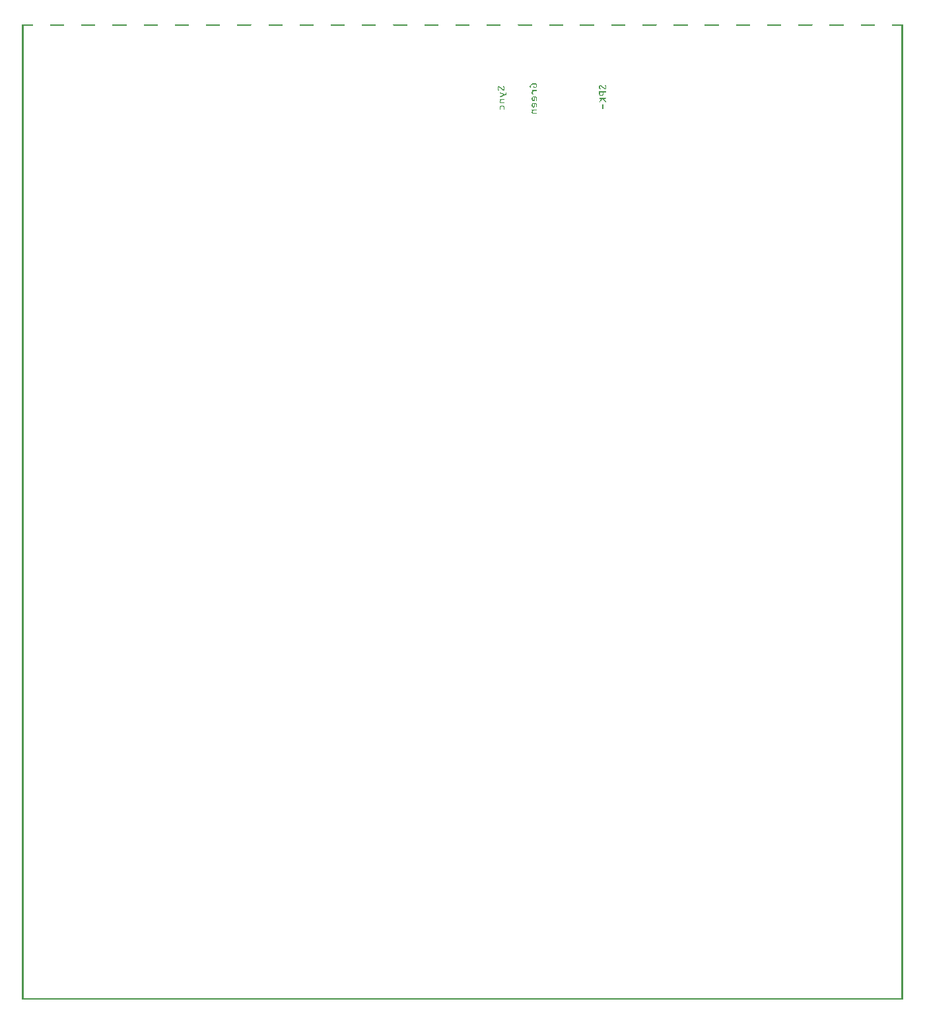
<source format=gbo>
G04 MADE WITH FRITZING*
G04 WWW.FRITZING.ORG*
G04 DOUBLE SIDED*
G04 HOLES PLATED*
G04 CONTOUR ON CENTER OF CONTOUR VECTOR*
%ASAXBY*%
%FSLAX23Y23*%
%MOIN*%
%OFA0B0*%
%SFA1.0B1.0*%
%ADD10R,0.001000X0.001000*%
%LNSILK0*%
G90*
G70*
G54D10*
X1Y4921D02*
X4448Y4921D01*
X1Y4920D02*
X4448Y4920D01*
X1Y4919D02*
X55Y4919D01*
X142Y4919D02*
X213Y4919D01*
X300Y4919D02*
X370Y4919D01*
X457Y4919D02*
X528Y4919D01*
X615Y4919D02*
X685Y4919D01*
X772Y4919D02*
X843Y4919D01*
X930Y4919D02*
X1000Y4919D01*
X1087Y4919D02*
X1158Y4919D01*
X1245Y4919D02*
X1315Y4919D01*
X1402Y4919D02*
X1473Y4919D01*
X1560Y4919D02*
X1630Y4919D01*
X1717Y4919D02*
X1787Y4919D01*
X1874Y4919D02*
X1945Y4919D01*
X2032Y4919D02*
X2102Y4919D01*
X2189Y4919D02*
X2260Y4919D01*
X2347Y4919D02*
X2417Y4919D01*
X2504Y4919D02*
X2575Y4919D01*
X2662Y4919D02*
X2731Y4919D01*
X2818Y4919D02*
X2889Y4919D01*
X2976Y4919D02*
X3046Y4919D01*
X3133Y4919D02*
X3204Y4919D01*
X3290Y4919D02*
X3361Y4919D01*
X3448Y4919D02*
X3518Y4919D01*
X3605Y4919D02*
X3676Y4919D01*
X3763Y4919D02*
X3833Y4919D01*
X3920Y4919D02*
X3991Y4919D01*
X4078Y4919D02*
X4148Y4919D01*
X4235Y4919D02*
X4306Y4919D01*
X4393Y4919D02*
X4448Y4919D01*
X1Y4918D02*
X55Y4918D01*
X143Y4918D02*
X213Y4918D01*
X300Y4918D02*
X370Y4918D01*
X458Y4918D02*
X528Y4918D01*
X615Y4918D02*
X685Y4918D01*
X773Y4918D02*
X842Y4918D01*
X930Y4918D02*
X1000Y4918D01*
X1087Y4918D02*
X1157Y4918D01*
X1245Y4918D02*
X1315Y4918D01*
X1402Y4918D02*
X1472Y4918D01*
X1560Y4918D02*
X1630Y4918D01*
X1717Y4918D02*
X1787Y4918D01*
X1875Y4918D02*
X1945Y4918D01*
X2032Y4918D02*
X2102Y4918D01*
X2190Y4918D02*
X2259Y4918D01*
X2347Y4918D02*
X2417Y4918D01*
X2505Y4918D02*
X2574Y4918D01*
X2662Y4918D02*
X2731Y4918D01*
X2818Y4918D02*
X2888Y4918D01*
X2976Y4918D02*
X3046Y4918D01*
X3133Y4918D02*
X3203Y4918D01*
X3291Y4918D02*
X3361Y4918D01*
X3448Y4918D02*
X3518Y4918D01*
X3606Y4918D02*
X3676Y4918D01*
X3763Y4918D02*
X3833Y4918D01*
X3921Y4918D02*
X3990Y4918D01*
X4078Y4918D02*
X4148Y4918D01*
X4236Y4918D02*
X4305Y4918D01*
X4393Y4918D02*
X4448Y4918D01*
X1Y4917D02*
X55Y4917D01*
X143Y4917D02*
X213Y4917D01*
X300Y4917D02*
X370Y4917D01*
X458Y4917D02*
X528Y4917D01*
X615Y4917D02*
X685Y4917D01*
X773Y4917D02*
X842Y4917D01*
X930Y4917D02*
X1000Y4917D01*
X1087Y4917D02*
X1157Y4917D01*
X1245Y4917D02*
X1315Y4917D01*
X1402Y4917D02*
X1472Y4917D01*
X1560Y4917D02*
X1630Y4917D01*
X1717Y4917D02*
X1787Y4917D01*
X1875Y4917D02*
X1945Y4917D01*
X2032Y4917D02*
X2102Y4917D01*
X2190Y4917D02*
X2259Y4917D01*
X2347Y4917D02*
X2417Y4917D01*
X2505Y4917D02*
X2574Y4917D01*
X2662Y4917D02*
X2731Y4917D01*
X2818Y4917D02*
X2888Y4917D01*
X2976Y4917D02*
X3046Y4917D01*
X3133Y4917D02*
X3203Y4917D01*
X3291Y4917D02*
X3361Y4917D01*
X3448Y4917D02*
X3518Y4917D01*
X3606Y4917D02*
X3676Y4917D01*
X3763Y4917D02*
X3833Y4917D01*
X3921Y4917D02*
X3990Y4917D01*
X4078Y4917D02*
X4148Y4917D01*
X4236Y4917D02*
X4305Y4917D01*
X4393Y4917D02*
X4448Y4917D01*
X1Y4916D02*
X55Y4916D01*
X143Y4916D02*
X213Y4916D01*
X300Y4916D02*
X370Y4916D01*
X458Y4916D02*
X528Y4916D01*
X615Y4916D02*
X685Y4916D01*
X773Y4916D02*
X842Y4916D01*
X930Y4916D02*
X1000Y4916D01*
X1087Y4916D02*
X1157Y4916D01*
X1245Y4916D02*
X1315Y4916D01*
X1402Y4916D02*
X1472Y4916D01*
X1560Y4916D02*
X1630Y4916D01*
X1717Y4916D02*
X1787Y4916D01*
X1875Y4916D02*
X1945Y4916D01*
X2032Y4916D02*
X2102Y4916D01*
X2190Y4916D02*
X2259Y4916D01*
X2347Y4916D02*
X2417Y4916D01*
X2505Y4916D02*
X2574Y4916D01*
X2662Y4916D02*
X2731Y4916D01*
X2818Y4916D02*
X2888Y4916D01*
X2976Y4916D02*
X3046Y4916D01*
X3133Y4916D02*
X3203Y4916D01*
X3291Y4916D02*
X3361Y4916D01*
X3448Y4916D02*
X3518Y4916D01*
X3606Y4916D02*
X3676Y4916D01*
X3763Y4916D02*
X3833Y4916D01*
X3921Y4916D02*
X3990Y4916D01*
X4078Y4916D02*
X4148Y4916D01*
X4236Y4916D02*
X4305Y4916D01*
X4393Y4916D02*
X4448Y4916D01*
X1Y4915D02*
X55Y4915D01*
X143Y4915D02*
X213Y4915D01*
X300Y4915D02*
X370Y4915D01*
X458Y4915D02*
X528Y4915D01*
X615Y4915D02*
X685Y4915D01*
X773Y4915D02*
X842Y4915D01*
X930Y4915D02*
X1000Y4915D01*
X1087Y4915D02*
X1157Y4915D01*
X1245Y4915D02*
X1315Y4915D01*
X1402Y4915D02*
X1472Y4915D01*
X1560Y4915D02*
X1630Y4915D01*
X1717Y4915D02*
X1787Y4915D01*
X1875Y4915D02*
X1945Y4915D01*
X2032Y4915D02*
X2102Y4915D01*
X2190Y4915D02*
X2259Y4915D01*
X2347Y4915D02*
X2417Y4915D01*
X2505Y4915D02*
X2574Y4915D01*
X2662Y4915D02*
X2731Y4915D01*
X2818Y4915D02*
X2888Y4915D01*
X2976Y4915D02*
X3046Y4915D01*
X3133Y4915D02*
X3203Y4915D01*
X3291Y4915D02*
X3361Y4915D01*
X3448Y4915D02*
X3518Y4915D01*
X3606Y4915D02*
X3676Y4915D01*
X3763Y4915D02*
X3833Y4915D01*
X3921Y4915D02*
X3990Y4915D01*
X4078Y4915D02*
X4148Y4915D01*
X4236Y4915D02*
X4305Y4915D01*
X4393Y4915D02*
X4448Y4915D01*
X1Y4914D02*
X55Y4914D01*
X143Y4914D02*
X213Y4914D01*
X300Y4914D02*
X370Y4914D01*
X458Y4914D02*
X528Y4914D01*
X615Y4914D02*
X685Y4914D01*
X773Y4914D02*
X842Y4914D01*
X930Y4914D02*
X1000Y4914D01*
X1087Y4914D02*
X1157Y4914D01*
X1245Y4914D02*
X1315Y4914D01*
X1402Y4914D02*
X1472Y4914D01*
X1560Y4914D02*
X1630Y4914D01*
X1717Y4914D02*
X1787Y4914D01*
X1875Y4914D02*
X1945Y4914D01*
X2032Y4914D02*
X2102Y4914D01*
X2190Y4914D02*
X2259Y4914D01*
X2347Y4914D02*
X2417Y4914D01*
X2505Y4914D02*
X2574Y4914D01*
X2662Y4914D02*
X2731Y4914D01*
X2818Y4914D02*
X2888Y4914D01*
X2976Y4914D02*
X3046Y4914D01*
X3133Y4914D02*
X3203Y4914D01*
X3291Y4914D02*
X3361Y4914D01*
X3448Y4914D02*
X3518Y4914D01*
X3606Y4914D02*
X3676Y4914D01*
X3763Y4914D02*
X3833Y4914D01*
X3921Y4914D02*
X3990Y4914D01*
X4078Y4914D02*
X4148Y4914D01*
X4236Y4914D02*
X4305Y4914D01*
X4393Y4914D02*
X4448Y4914D01*
X1Y4913D02*
X8Y4913D01*
X4441Y4913D02*
X4448Y4913D01*
X1Y4912D02*
X8Y4912D01*
X4441Y4912D02*
X4448Y4912D01*
X1Y4911D02*
X8Y4911D01*
X4441Y4911D02*
X4448Y4911D01*
X1Y4910D02*
X8Y4910D01*
X4441Y4910D02*
X4448Y4910D01*
X1Y4909D02*
X8Y4909D01*
X4441Y4909D02*
X4448Y4909D01*
X1Y4908D02*
X8Y4908D01*
X4441Y4908D02*
X4448Y4908D01*
X1Y4907D02*
X8Y4907D01*
X4441Y4907D02*
X4448Y4907D01*
X1Y4906D02*
X8Y4906D01*
X4441Y4906D02*
X4448Y4906D01*
X1Y4905D02*
X8Y4905D01*
X4441Y4905D02*
X4448Y4905D01*
X1Y4904D02*
X8Y4904D01*
X4441Y4904D02*
X4448Y4904D01*
X1Y4903D02*
X8Y4903D01*
X4441Y4903D02*
X4448Y4903D01*
X1Y4902D02*
X8Y4902D01*
X4441Y4902D02*
X4448Y4902D01*
X1Y4901D02*
X8Y4901D01*
X4441Y4901D02*
X4448Y4901D01*
X1Y4900D02*
X8Y4900D01*
X4441Y4900D02*
X4448Y4900D01*
X1Y4899D02*
X8Y4899D01*
X4441Y4899D02*
X4448Y4899D01*
X1Y4898D02*
X8Y4898D01*
X4441Y4898D02*
X4448Y4898D01*
X1Y4897D02*
X8Y4897D01*
X4441Y4897D02*
X4448Y4897D01*
X1Y4896D02*
X8Y4896D01*
X4441Y4896D02*
X4448Y4896D01*
X1Y4895D02*
X8Y4895D01*
X4441Y4895D02*
X4448Y4895D01*
X1Y4894D02*
X8Y4894D01*
X4441Y4894D02*
X4448Y4894D01*
X1Y4893D02*
X8Y4893D01*
X4441Y4893D02*
X4448Y4893D01*
X1Y4892D02*
X8Y4892D01*
X4441Y4892D02*
X4448Y4892D01*
X1Y4891D02*
X8Y4891D01*
X4441Y4891D02*
X4448Y4891D01*
X1Y4890D02*
X8Y4890D01*
X4441Y4890D02*
X4448Y4890D01*
X1Y4889D02*
X8Y4889D01*
X4441Y4889D02*
X4448Y4889D01*
X1Y4888D02*
X8Y4888D01*
X4441Y4888D02*
X4448Y4888D01*
X1Y4887D02*
X8Y4887D01*
X4441Y4887D02*
X4448Y4887D01*
X1Y4886D02*
X8Y4886D01*
X4441Y4886D02*
X4448Y4886D01*
X1Y4885D02*
X8Y4885D01*
X4441Y4885D02*
X4448Y4885D01*
X1Y4884D02*
X8Y4884D01*
X4441Y4884D02*
X4448Y4884D01*
X1Y4883D02*
X8Y4883D01*
X4441Y4883D02*
X4448Y4883D01*
X1Y4882D02*
X8Y4882D01*
X4441Y4882D02*
X4448Y4882D01*
X1Y4881D02*
X8Y4881D01*
X4441Y4881D02*
X4448Y4881D01*
X1Y4880D02*
X8Y4880D01*
X4441Y4880D02*
X4448Y4880D01*
X1Y4879D02*
X8Y4879D01*
X4441Y4879D02*
X4448Y4879D01*
X1Y4878D02*
X8Y4878D01*
X4441Y4878D02*
X4448Y4878D01*
X1Y4877D02*
X8Y4877D01*
X4441Y4877D02*
X4448Y4877D01*
X1Y4876D02*
X8Y4876D01*
X4441Y4876D02*
X4448Y4876D01*
X1Y4875D02*
X8Y4875D01*
X4441Y4875D02*
X4448Y4875D01*
X1Y4874D02*
X8Y4874D01*
X4441Y4874D02*
X4448Y4874D01*
X1Y4873D02*
X8Y4873D01*
X4441Y4873D02*
X4448Y4873D01*
X1Y4872D02*
X8Y4872D01*
X4441Y4872D02*
X4448Y4872D01*
X1Y4871D02*
X8Y4871D01*
X4441Y4871D02*
X4448Y4871D01*
X1Y4870D02*
X8Y4870D01*
X4441Y4870D02*
X4448Y4870D01*
X1Y4869D02*
X8Y4869D01*
X4441Y4869D02*
X4448Y4869D01*
X1Y4868D02*
X8Y4868D01*
X4441Y4868D02*
X4448Y4868D01*
X1Y4867D02*
X8Y4867D01*
X4441Y4867D02*
X4448Y4867D01*
X1Y4866D02*
X8Y4866D01*
X4441Y4866D02*
X4448Y4866D01*
X1Y4865D02*
X8Y4865D01*
X4441Y4865D02*
X4448Y4865D01*
X1Y4864D02*
X8Y4864D01*
X4441Y4864D02*
X4448Y4864D01*
X1Y4863D02*
X8Y4863D01*
X4441Y4863D02*
X4448Y4863D01*
X1Y4862D02*
X8Y4862D01*
X4441Y4862D02*
X4448Y4862D01*
X1Y4861D02*
X8Y4861D01*
X4441Y4861D02*
X4448Y4861D01*
X1Y4860D02*
X8Y4860D01*
X4441Y4860D02*
X4448Y4860D01*
X1Y4859D02*
X8Y4859D01*
X4441Y4859D02*
X4448Y4859D01*
X1Y4858D02*
X8Y4858D01*
X4441Y4858D02*
X4448Y4858D01*
X1Y4857D02*
X8Y4857D01*
X4441Y4857D02*
X4448Y4857D01*
X1Y4856D02*
X8Y4856D01*
X4441Y4856D02*
X4448Y4856D01*
X1Y4855D02*
X8Y4855D01*
X4441Y4855D02*
X4448Y4855D01*
X1Y4854D02*
X8Y4854D01*
X4441Y4854D02*
X4448Y4854D01*
X1Y4853D02*
X8Y4853D01*
X4441Y4853D02*
X4448Y4853D01*
X1Y4852D02*
X8Y4852D01*
X4441Y4852D02*
X4448Y4852D01*
X1Y4851D02*
X8Y4851D01*
X4441Y4851D02*
X4448Y4851D01*
X1Y4850D02*
X8Y4850D01*
X4441Y4850D02*
X4448Y4850D01*
X1Y4849D02*
X8Y4849D01*
X4441Y4849D02*
X4448Y4849D01*
X1Y4848D02*
X8Y4848D01*
X4441Y4848D02*
X4448Y4848D01*
X1Y4847D02*
X8Y4847D01*
X4441Y4847D02*
X4448Y4847D01*
X1Y4846D02*
X8Y4846D01*
X4441Y4846D02*
X4448Y4846D01*
X1Y4845D02*
X8Y4845D01*
X4441Y4845D02*
X4448Y4845D01*
X1Y4844D02*
X8Y4844D01*
X4441Y4844D02*
X4448Y4844D01*
X1Y4843D02*
X8Y4843D01*
X4441Y4843D02*
X4448Y4843D01*
X1Y4842D02*
X8Y4842D01*
X4441Y4842D02*
X4448Y4842D01*
X1Y4841D02*
X8Y4841D01*
X4441Y4841D02*
X4448Y4841D01*
X1Y4840D02*
X8Y4840D01*
X4441Y4840D02*
X4448Y4840D01*
X1Y4839D02*
X8Y4839D01*
X4441Y4839D02*
X4448Y4839D01*
X1Y4838D02*
X8Y4838D01*
X4441Y4838D02*
X4448Y4838D01*
X1Y4837D02*
X8Y4837D01*
X4441Y4837D02*
X4448Y4837D01*
X1Y4836D02*
X8Y4836D01*
X4441Y4836D02*
X4448Y4836D01*
X1Y4835D02*
X8Y4835D01*
X4441Y4835D02*
X4448Y4835D01*
X1Y4834D02*
X8Y4834D01*
X4441Y4834D02*
X4448Y4834D01*
X1Y4833D02*
X8Y4833D01*
X4441Y4833D02*
X4448Y4833D01*
X1Y4832D02*
X8Y4832D01*
X4441Y4832D02*
X4448Y4832D01*
X1Y4831D02*
X8Y4831D01*
X4441Y4831D02*
X4448Y4831D01*
X1Y4830D02*
X8Y4830D01*
X4441Y4830D02*
X4448Y4830D01*
X1Y4829D02*
X8Y4829D01*
X4441Y4829D02*
X4448Y4829D01*
X1Y4828D02*
X8Y4828D01*
X4441Y4828D02*
X4448Y4828D01*
X1Y4827D02*
X8Y4827D01*
X4441Y4827D02*
X4448Y4827D01*
X1Y4826D02*
X8Y4826D01*
X4441Y4826D02*
X4448Y4826D01*
X1Y4825D02*
X8Y4825D01*
X4441Y4825D02*
X4448Y4825D01*
X1Y4824D02*
X8Y4824D01*
X4441Y4824D02*
X4448Y4824D01*
X1Y4823D02*
X8Y4823D01*
X4441Y4823D02*
X4448Y4823D01*
X1Y4822D02*
X8Y4822D01*
X4441Y4822D02*
X4448Y4822D01*
X1Y4821D02*
X8Y4821D01*
X4441Y4821D02*
X4448Y4821D01*
X1Y4820D02*
X8Y4820D01*
X4441Y4820D02*
X4448Y4820D01*
X1Y4819D02*
X8Y4819D01*
X4441Y4819D02*
X4448Y4819D01*
X1Y4818D02*
X8Y4818D01*
X4441Y4818D02*
X4448Y4818D01*
X1Y4817D02*
X8Y4817D01*
X4441Y4817D02*
X4448Y4817D01*
X1Y4816D02*
X8Y4816D01*
X4441Y4816D02*
X4448Y4816D01*
X1Y4815D02*
X8Y4815D01*
X4441Y4815D02*
X4448Y4815D01*
X1Y4814D02*
X8Y4814D01*
X4441Y4814D02*
X4448Y4814D01*
X1Y4813D02*
X8Y4813D01*
X4441Y4813D02*
X4448Y4813D01*
X1Y4812D02*
X8Y4812D01*
X4441Y4812D02*
X4448Y4812D01*
X1Y4811D02*
X8Y4811D01*
X4441Y4811D02*
X4448Y4811D01*
X1Y4810D02*
X8Y4810D01*
X4441Y4810D02*
X4448Y4810D01*
X1Y4809D02*
X8Y4809D01*
X4441Y4809D02*
X4448Y4809D01*
X1Y4808D02*
X8Y4808D01*
X4441Y4808D02*
X4448Y4808D01*
X1Y4807D02*
X8Y4807D01*
X4441Y4807D02*
X4448Y4807D01*
X1Y4806D02*
X8Y4806D01*
X4441Y4806D02*
X4448Y4806D01*
X1Y4805D02*
X8Y4805D01*
X4441Y4805D02*
X4448Y4805D01*
X1Y4804D02*
X8Y4804D01*
X4441Y4804D02*
X4448Y4804D01*
X1Y4803D02*
X8Y4803D01*
X4441Y4803D02*
X4448Y4803D01*
X1Y4802D02*
X8Y4802D01*
X4441Y4802D02*
X4448Y4802D01*
X1Y4801D02*
X8Y4801D01*
X4441Y4801D02*
X4448Y4801D01*
X1Y4800D02*
X8Y4800D01*
X4441Y4800D02*
X4448Y4800D01*
X1Y4799D02*
X8Y4799D01*
X4441Y4799D02*
X4448Y4799D01*
X1Y4798D02*
X8Y4798D01*
X4441Y4798D02*
X4448Y4798D01*
X1Y4797D02*
X8Y4797D01*
X4441Y4797D02*
X4448Y4797D01*
X1Y4796D02*
X8Y4796D01*
X4441Y4796D02*
X4448Y4796D01*
X1Y4795D02*
X8Y4795D01*
X4441Y4795D02*
X4448Y4795D01*
X1Y4794D02*
X8Y4794D01*
X4441Y4794D02*
X4448Y4794D01*
X1Y4793D02*
X8Y4793D01*
X4441Y4793D02*
X4448Y4793D01*
X1Y4792D02*
X8Y4792D01*
X4441Y4792D02*
X4448Y4792D01*
X1Y4791D02*
X8Y4791D01*
X4441Y4791D02*
X4448Y4791D01*
X1Y4790D02*
X8Y4790D01*
X4441Y4790D02*
X4448Y4790D01*
X1Y4789D02*
X8Y4789D01*
X4441Y4789D02*
X4448Y4789D01*
X1Y4788D02*
X8Y4788D01*
X4441Y4788D02*
X4448Y4788D01*
X1Y4787D02*
X8Y4787D01*
X4441Y4787D02*
X4448Y4787D01*
X1Y4786D02*
X8Y4786D01*
X4441Y4786D02*
X4448Y4786D01*
X1Y4785D02*
X8Y4785D01*
X4441Y4785D02*
X4448Y4785D01*
X1Y4784D02*
X8Y4784D01*
X4441Y4784D02*
X4448Y4784D01*
X1Y4783D02*
X8Y4783D01*
X4441Y4783D02*
X4448Y4783D01*
X1Y4782D02*
X8Y4782D01*
X4441Y4782D02*
X4448Y4782D01*
X1Y4781D02*
X8Y4781D01*
X4441Y4781D02*
X4448Y4781D01*
X1Y4780D02*
X8Y4780D01*
X4441Y4780D02*
X4448Y4780D01*
X1Y4779D02*
X8Y4779D01*
X4441Y4779D02*
X4448Y4779D01*
X1Y4778D02*
X8Y4778D01*
X4441Y4778D02*
X4448Y4778D01*
X1Y4777D02*
X8Y4777D01*
X4441Y4777D02*
X4448Y4777D01*
X1Y4776D02*
X8Y4776D01*
X4441Y4776D02*
X4448Y4776D01*
X1Y4775D02*
X8Y4775D01*
X4441Y4775D02*
X4448Y4775D01*
X1Y4774D02*
X8Y4774D01*
X4441Y4774D02*
X4448Y4774D01*
X1Y4773D02*
X8Y4773D01*
X4441Y4773D02*
X4448Y4773D01*
X1Y4772D02*
X8Y4772D01*
X4441Y4772D02*
X4448Y4772D01*
X1Y4771D02*
X8Y4771D01*
X4441Y4771D02*
X4448Y4771D01*
X1Y4770D02*
X8Y4770D01*
X4441Y4770D02*
X4448Y4770D01*
X1Y4769D02*
X8Y4769D01*
X4441Y4769D02*
X4448Y4769D01*
X1Y4768D02*
X8Y4768D01*
X4441Y4768D02*
X4448Y4768D01*
X1Y4767D02*
X8Y4767D01*
X4441Y4767D02*
X4448Y4767D01*
X1Y4766D02*
X8Y4766D01*
X4441Y4766D02*
X4448Y4766D01*
X1Y4765D02*
X8Y4765D01*
X4441Y4765D02*
X4448Y4765D01*
X1Y4764D02*
X8Y4764D01*
X4441Y4764D02*
X4448Y4764D01*
X1Y4763D02*
X8Y4763D01*
X4441Y4763D02*
X4448Y4763D01*
X1Y4762D02*
X8Y4762D01*
X4441Y4762D02*
X4448Y4762D01*
X1Y4761D02*
X8Y4761D01*
X4441Y4761D02*
X4448Y4761D01*
X1Y4760D02*
X8Y4760D01*
X4441Y4760D02*
X4448Y4760D01*
X1Y4759D02*
X8Y4759D01*
X4441Y4759D02*
X4448Y4759D01*
X1Y4758D02*
X8Y4758D01*
X4441Y4758D02*
X4448Y4758D01*
X1Y4757D02*
X8Y4757D01*
X4441Y4757D02*
X4448Y4757D01*
X1Y4756D02*
X8Y4756D01*
X4441Y4756D02*
X4448Y4756D01*
X1Y4755D02*
X8Y4755D01*
X4441Y4755D02*
X4448Y4755D01*
X1Y4754D02*
X8Y4754D01*
X4441Y4754D02*
X4448Y4754D01*
X1Y4753D02*
X8Y4753D01*
X4441Y4753D02*
X4448Y4753D01*
X1Y4752D02*
X8Y4752D01*
X4441Y4752D02*
X4448Y4752D01*
X1Y4751D02*
X8Y4751D01*
X4441Y4751D02*
X4448Y4751D01*
X1Y4750D02*
X8Y4750D01*
X4441Y4750D02*
X4448Y4750D01*
X1Y4749D02*
X8Y4749D01*
X4441Y4749D02*
X4448Y4749D01*
X1Y4748D02*
X8Y4748D01*
X4441Y4748D02*
X4448Y4748D01*
X1Y4747D02*
X8Y4747D01*
X4441Y4747D02*
X4448Y4747D01*
X1Y4746D02*
X8Y4746D01*
X4441Y4746D02*
X4448Y4746D01*
X1Y4745D02*
X8Y4745D01*
X4441Y4745D02*
X4448Y4745D01*
X1Y4744D02*
X8Y4744D01*
X4441Y4744D02*
X4448Y4744D01*
X1Y4743D02*
X8Y4743D01*
X4441Y4743D02*
X4448Y4743D01*
X1Y4742D02*
X8Y4742D01*
X4441Y4742D02*
X4448Y4742D01*
X1Y4741D02*
X8Y4741D01*
X4441Y4741D02*
X4448Y4741D01*
X1Y4740D02*
X8Y4740D01*
X4441Y4740D02*
X4448Y4740D01*
X1Y4739D02*
X8Y4739D01*
X4441Y4739D02*
X4448Y4739D01*
X1Y4738D02*
X8Y4738D01*
X4441Y4738D02*
X4448Y4738D01*
X1Y4737D02*
X8Y4737D01*
X4441Y4737D02*
X4448Y4737D01*
X1Y4736D02*
X8Y4736D01*
X4441Y4736D02*
X4448Y4736D01*
X1Y4735D02*
X8Y4735D01*
X4441Y4735D02*
X4448Y4735D01*
X1Y4734D02*
X8Y4734D01*
X4441Y4734D02*
X4448Y4734D01*
X1Y4733D02*
X8Y4733D01*
X4441Y4733D02*
X4448Y4733D01*
X1Y4732D02*
X8Y4732D01*
X4441Y4732D02*
X4448Y4732D01*
X1Y4731D02*
X8Y4731D01*
X4441Y4731D02*
X4448Y4731D01*
X1Y4730D02*
X8Y4730D01*
X4441Y4730D02*
X4448Y4730D01*
X1Y4729D02*
X8Y4729D01*
X4441Y4729D02*
X4448Y4729D01*
X1Y4728D02*
X8Y4728D01*
X4441Y4728D02*
X4448Y4728D01*
X1Y4727D02*
X8Y4727D01*
X4441Y4727D02*
X4448Y4727D01*
X1Y4726D02*
X8Y4726D01*
X4441Y4726D02*
X4448Y4726D01*
X1Y4725D02*
X8Y4725D01*
X4441Y4725D02*
X4448Y4725D01*
X1Y4724D02*
X8Y4724D01*
X4441Y4724D02*
X4448Y4724D01*
X1Y4723D02*
X8Y4723D01*
X4441Y4723D02*
X4448Y4723D01*
X1Y4722D02*
X8Y4722D01*
X4441Y4722D02*
X4448Y4722D01*
X1Y4721D02*
X8Y4721D01*
X4441Y4721D02*
X4448Y4721D01*
X1Y4720D02*
X8Y4720D01*
X4441Y4720D02*
X4448Y4720D01*
X1Y4719D02*
X8Y4719D01*
X4441Y4719D02*
X4448Y4719D01*
X1Y4718D02*
X8Y4718D01*
X4441Y4718D02*
X4448Y4718D01*
X1Y4717D02*
X8Y4717D01*
X4441Y4717D02*
X4448Y4717D01*
X1Y4716D02*
X8Y4716D01*
X4441Y4716D02*
X4448Y4716D01*
X1Y4715D02*
X8Y4715D01*
X4441Y4715D02*
X4448Y4715D01*
X1Y4714D02*
X8Y4714D01*
X4441Y4714D02*
X4448Y4714D01*
X1Y4713D02*
X8Y4713D01*
X4441Y4713D02*
X4448Y4713D01*
X1Y4712D02*
X8Y4712D01*
X4441Y4712D02*
X4448Y4712D01*
X1Y4711D02*
X8Y4711D01*
X4441Y4711D02*
X4448Y4711D01*
X1Y4710D02*
X8Y4710D01*
X4441Y4710D02*
X4448Y4710D01*
X1Y4709D02*
X8Y4709D01*
X4441Y4709D02*
X4448Y4709D01*
X1Y4708D02*
X8Y4708D01*
X4441Y4708D02*
X4448Y4708D01*
X1Y4707D02*
X8Y4707D01*
X4441Y4707D02*
X4448Y4707D01*
X1Y4706D02*
X8Y4706D01*
X4441Y4706D02*
X4448Y4706D01*
X1Y4705D02*
X8Y4705D01*
X4441Y4705D02*
X4448Y4705D01*
X1Y4704D02*
X8Y4704D01*
X4441Y4704D02*
X4448Y4704D01*
X1Y4703D02*
X8Y4703D01*
X4441Y4703D02*
X4448Y4703D01*
X1Y4702D02*
X8Y4702D01*
X4441Y4702D02*
X4448Y4702D01*
X1Y4701D02*
X8Y4701D01*
X4441Y4701D02*
X4448Y4701D01*
X1Y4700D02*
X8Y4700D01*
X4441Y4700D02*
X4448Y4700D01*
X1Y4699D02*
X8Y4699D01*
X4441Y4699D02*
X4448Y4699D01*
X1Y4698D02*
X8Y4698D01*
X4441Y4698D02*
X4448Y4698D01*
X1Y4697D02*
X8Y4697D01*
X4441Y4697D02*
X4448Y4697D01*
X1Y4696D02*
X8Y4696D01*
X4441Y4696D02*
X4448Y4696D01*
X1Y4695D02*
X8Y4695D01*
X4441Y4695D02*
X4448Y4695D01*
X1Y4694D02*
X8Y4694D01*
X4441Y4694D02*
X4448Y4694D01*
X1Y4693D02*
X8Y4693D01*
X4441Y4693D02*
X4448Y4693D01*
X1Y4692D02*
X8Y4692D01*
X4441Y4692D02*
X4448Y4692D01*
X1Y4691D02*
X8Y4691D01*
X4441Y4691D02*
X4448Y4691D01*
X1Y4690D02*
X8Y4690D01*
X4441Y4690D02*
X4448Y4690D01*
X1Y4689D02*
X8Y4689D01*
X4441Y4689D02*
X4448Y4689D01*
X1Y4688D02*
X8Y4688D01*
X4441Y4688D02*
X4448Y4688D01*
X1Y4687D02*
X8Y4687D01*
X4441Y4687D02*
X4448Y4687D01*
X1Y4686D02*
X8Y4686D01*
X4441Y4686D02*
X4448Y4686D01*
X1Y4685D02*
X8Y4685D01*
X4441Y4685D02*
X4448Y4685D01*
X1Y4684D02*
X8Y4684D01*
X4441Y4684D02*
X4448Y4684D01*
X1Y4683D02*
X8Y4683D01*
X4441Y4683D02*
X4448Y4683D01*
X1Y4682D02*
X8Y4682D01*
X4441Y4682D02*
X4448Y4682D01*
X1Y4681D02*
X8Y4681D01*
X4441Y4681D02*
X4448Y4681D01*
X1Y4680D02*
X8Y4680D01*
X4441Y4680D02*
X4448Y4680D01*
X1Y4679D02*
X8Y4679D01*
X4441Y4679D02*
X4448Y4679D01*
X1Y4678D02*
X8Y4678D01*
X4441Y4678D02*
X4448Y4678D01*
X1Y4677D02*
X8Y4677D01*
X4441Y4677D02*
X4448Y4677D01*
X1Y4676D02*
X8Y4676D01*
X4441Y4676D02*
X4448Y4676D01*
X1Y4675D02*
X8Y4675D01*
X4441Y4675D02*
X4448Y4675D01*
X1Y4674D02*
X8Y4674D01*
X4441Y4674D02*
X4448Y4674D01*
X1Y4673D02*
X8Y4673D01*
X4441Y4673D02*
X4448Y4673D01*
X1Y4672D02*
X8Y4672D01*
X4441Y4672D02*
X4448Y4672D01*
X1Y4671D02*
X8Y4671D01*
X4441Y4671D02*
X4448Y4671D01*
X1Y4670D02*
X8Y4670D01*
X4441Y4670D02*
X4448Y4670D01*
X1Y4669D02*
X8Y4669D01*
X4441Y4669D02*
X4448Y4669D01*
X1Y4668D02*
X8Y4668D01*
X4441Y4668D02*
X4448Y4668D01*
X1Y4667D02*
X8Y4667D01*
X4441Y4667D02*
X4448Y4667D01*
X1Y4666D02*
X8Y4666D01*
X4441Y4666D02*
X4448Y4666D01*
X1Y4665D02*
X8Y4665D01*
X4441Y4665D02*
X4448Y4665D01*
X1Y4664D02*
X8Y4664D01*
X4441Y4664D02*
X4448Y4664D01*
X1Y4663D02*
X8Y4663D01*
X4441Y4663D02*
X4448Y4663D01*
X1Y4662D02*
X8Y4662D01*
X4441Y4662D02*
X4448Y4662D01*
X1Y4661D02*
X8Y4661D01*
X4441Y4661D02*
X4448Y4661D01*
X1Y4660D02*
X8Y4660D01*
X4441Y4660D02*
X4448Y4660D01*
X1Y4659D02*
X8Y4659D01*
X4441Y4659D02*
X4448Y4659D01*
X1Y4658D02*
X8Y4658D01*
X4441Y4658D02*
X4448Y4658D01*
X1Y4657D02*
X8Y4657D01*
X4441Y4657D02*
X4448Y4657D01*
X1Y4656D02*
X8Y4656D01*
X4441Y4656D02*
X4448Y4656D01*
X1Y4655D02*
X8Y4655D01*
X4441Y4655D02*
X4448Y4655D01*
X1Y4654D02*
X8Y4654D01*
X4441Y4654D02*
X4448Y4654D01*
X1Y4653D02*
X8Y4653D01*
X4441Y4653D02*
X4448Y4653D01*
X1Y4652D02*
X8Y4652D01*
X4441Y4652D02*
X4448Y4652D01*
X1Y4651D02*
X8Y4651D01*
X4441Y4651D02*
X4448Y4651D01*
X1Y4650D02*
X8Y4650D01*
X4441Y4650D02*
X4448Y4650D01*
X1Y4649D02*
X8Y4649D01*
X4441Y4649D02*
X4448Y4649D01*
X1Y4648D02*
X8Y4648D01*
X4441Y4648D02*
X4448Y4648D01*
X1Y4647D02*
X8Y4647D01*
X4441Y4647D02*
X4448Y4647D01*
X1Y4646D02*
X8Y4646D01*
X4441Y4646D02*
X4448Y4646D01*
X1Y4645D02*
X8Y4645D01*
X4441Y4645D02*
X4448Y4645D01*
X1Y4644D02*
X8Y4644D01*
X4441Y4644D02*
X4448Y4644D01*
X1Y4643D02*
X8Y4643D01*
X4441Y4643D02*
X4448Y4643D01*
X1Y4642D02*
X8Y4642D01*
X4441Y4642D02*
X4448Y4642D01*
X1Y4641D02*
X8Y4641D01*
X4441Y4641D02*
X4448Y4641D01*
X1Y4640D02*
X8Y4640D01*
X4441Y4640D02*
X4448Y4640D01*
X1Y4639D02*
X8Y4639D01*
X4441Y4639D02*
X4448Y4639D01*
X1Y4638D02*
X8Y4638D01*
X4441Y4638D02*
X4448Y4638D01*
X1Y4637D02*
X8Y4637D01*
X4441Y4637D02*
X4448Y4637D01*
X1Y4636D02*
X8Y4636D01*
X4441Y4636D02*
X4448Y4636D01*
X1Y4635D02*
X8Y4635D01*
X4441Y4635D02*
X4448Y4635D01*
X1Y4634D02*
X8Y4634D01*
X4441Y4634D02*
X4448Y4634D01*
X1Y4633D02*
X8Y4633D01*
X4441Y4633D02*
X4448Y4633D01*
X1Y4632D02*
X8Y4632D01*
X4441Y4632D02*
X4448Y4632D01*
X1Y4631D02*
X8Y4631D01*
X4441Y4631D02*
X4448Y4631D01*
X1Y4630D02*
X8Y4630D01*
X4441Y4630D02*
X4448Y4630D01*
X1Y4629D02*
X8Y4629D01*
X4441Y4629D02*
X4448Y4629D01*
X1Y4628D02*
X8Y4628D01*
X4441Y4628D02*
X4448Y4628D01*
X1Y4627D02*
X8Y4627D01*
X4441Y4627D02*
X4448Y4627D01*
X1Y4626D02*
X8Y4626D01*
X4441Y4626D02*
X4448Y4626D01*
X1Y4625D02*
X8Y4625D01*
X4441Y4625D02*
X4448Y4625D01*
X1Y4624D02*
X8Y4624D01*
X4441Y4624D02*
X4448Y4624D01*
X1Y4623D02*
X8Y4623D01*
X4441Y4623D02*
X4448Y4623D01*
X1Y4622D02*
X8Y4622D01*
X2578Y4622D02*
X2594Y4622D01*
X4441Y4622D02*
X4448Y4622D01*
X1Y4621D02*
X8Y4621D01*
X2576Y4621D02*
X2596Y4621D01*
X4441Y4621D02*
X4448Y4621D01*
X1Y4620D02*
X8Y4620D01*
X2574Y4620D02*
X2597Y4620D01*
X4441Y4620D02*
X4448Y4620D01*
X1Y4619D02*
X8Y4619D01*
X2573Y4619D02*
X2598Y4619D01*
X4441Y4619D02*
X4448Y4619D01*
X1Y4618D02*
X8Y4618D01*
X2572Y4618D02*
X2598Y4618D01*
X4441Y4618D02*
X4448Y4618D01*
X1Y4617D02*
X8Y4617D01*
X2570Y4617D02*
X2577Y4617D01*
X2594Y4617D02*
X2598Y4617D01*
X4441Y4617D02*
X4448Y4617D01*
X1Y4616D02*
X8Y4616D01*
X2569Y4616D02*
X2576Y4616D01*
X2595Y4616D02*
X2598Y4616D01*
X4441Y4616D02*
X4448Y4616D01*
X1Y4615D02*
X8Y4615D01*
X2568Y4615D02*
X2574Y4615D01*
X2595Y4615D02*
X2599Y4615D01*
X2917Y4615D02*
X2921Y4615D01*
X2942Y4615D02*
X2945Y4615D01*
X4441Y4615D02*
X4448Y4615D01*
X1Y4614D02*
X8Y4614D01*
X2567Y4614D02*
X2573Y4614D01*
X2595Y4614D02*
X2599Y4614D01*
X2916Y4614D02*
X2922Y4614D01*
X2941Y4614D02*
X2946Y4614D01*
X4441Y4614D02*
X4448Y4614D01*
X1Y4613D02*
X8Y4613D01*
X2566Y4613D02*
X2572Y4613D01*
X2595Y4613D02*
X2599Y4613D01*
X2915Y4613D02*
X2924Y4613D01*
X2941Y4613D02*
X2947Y4613D01*
X4441Y4613D02*
X4448Y4613D01*
X1Y4612D02*
X8Y4612D01*
X2565Y4612D02*
X2570Y4612D01*
X2595Y4612D02*
X2599Y4612D01*
X2915Y4612D02*
X2925Y4612D01*
X2942Y4612D02*
X2948Y4612D01*
X4441Y4612D02*
X4448Y4612D01*
X1Y4611D02*
X8Y4611D01*
X2565Y4611D02*
X2569Y4611D01*
X2585Y4611D02*
X2586Y4611D01*
X2595Y4611D02*
X2599Y4611D01*
X2915Y4611D02*
X2926Y4611D01*
X2943Y4611D02*
X2948Y4611D01*
X4441Y4611D02*
X4448Y4611D01*
X1Y4610D02*
X8Y4610D01*
X2565Y4610D02*
X2568Y4610D01*
X2584Y4610D02*
X2587Y4610D01*
X2595Y4610D02*
X2599Y4610D01*
X2914Y4610D02*
X2918Y4610D01*
X2921Y4610D02*
X2927Y4610D01*
X2945Y4610D02*
X2948Y4610D01*
X4441Y4610D02*
X4448Y4610D01*
X1Y4609D02*
X8Y4609D01*
X2405Y4609D02*
X2408Y4609D01*
X2430Y4609D02*
X2433Y4609D01*
X2564Y4609D02*
X2568Y4609D01*
X2584Y4609D02*
X2587Y4609D01*
X2595Y4609D02*
X2599Y4609D01*
X2914Y4609D02*
X2918Y4609D01*
X2922Y4609D02*
X2929Y4609D01*
X2945Y4609D02*
X2948Y4609D01*
X4441Y4609D02*
X4448Y4609D01*
X1Y4608D02*
X8Y4608D01*
X2404Y4608D02*
X2410Y4608D01*
X2429Y4608D02*
X2434Y4608D01*
X2564Y4608D02*
X2568Y4608D01*
X2584Y4608D02*
X2587Y4608D01*
X2595Y4608D02*
X2599Y4608D01*
X2914Y4608D02*
X2918Y4608D01*
X2924Y4608D02*
X2930Y4608D01*
X2945Y4608D02*
X2948Y4608D01*
X4441Y4608D02*
X4448Y4608D01*
X1Y4607D02*
X8Y4607D01*
X2403Y4607D02*
X2411Y4607D01*
X2429Y4607D02*
X2435Y4607D01*
X2564Y4607D02*
X2568Y4607D01*
X2584Y4607D02*
X2587Y4607D01*
X2595Y4607D02*
X2599Y4607D01*
X2914Y4607D02*
X2918Y4607D01*
X2925Y4607D02*
X2931Y4607D01*
X2945Y4607D02*
X2948Y4607D01*
X4441Y4607D02*
X4448Y4607D01*
X1Y4606D02*
X8Y4606D01*
X2403Y4606D02*
X2413Y4606D01*
X2429Y4606D02*
X2436Y4606D01*
X2564Y4606D02*
X2568Y4606D01*
X2584Y4606D02*
X2587Y4606D01*
X2595Y4606D02*
X2598Y4606D01*
X2914Y4606D02*
X2918Y4606D01*
X2926Y4606D02*
X2933Y4606D01*
X2945Y4606D02*
X2948Y4606D01*
X4441Y4606D02*
X4448Y4606D01*
X1Y4605D02*
X8Y4605D01*
X2402Y4605D02*
X2414Y4605D01*
X2431Y4605D02*
X2436Y4605D01*
X2564Y4605D02*
X2568Y4605D01*
X2584Y4605D02*
X2587Y4605D01*
X2594Y4605D02*
X2598Y4605D01*
X2914Y4605D02*
X2918Y4605D01*
X2927Y4605D02*
X2934Y4605D01*
X2945Y4605D02*
X2948Y4605D01*
X4441Y4605D02*
X4448Y4605D01*
X1Y4604D02*
X8Y4604D01*
X2402Y4604D02*
X2406Y4604D01*
X2409Y4604D02*
X2415Y4604D01*
X2433Y4604D02*
X2436Y4604D01*
X2564Y4604D02*
X2568Y4604D01*
X2584Y4604D02*
X2598Y4604D01*
X2914Y4604D02*
X2918Y4604D01*
X2929Y4604D02*
X2935Y4604D01*
X2945Y4604D02*
X2948Y4604D01*
X4441Y4604D02*
X4448Y4604D01*
X1Y4603D02*
X8Y4603D01*
X2402Y4603D02*
X2406Y4603D01*
X2410Y4603D02*
X2417Y4603D01*
X2433Y4603D02*
X2436Y4603D01*
X2564Y4603D02*
X2568Y4603D01*
X2584Y4603D02*
X2597Y4603D01*
X2914Y4603D02*
X2918Y4603D01*
X2930Y4603D02*
X2936Y4603D01*
X2945Y4603D02*
X2948Y4603D01*
X4441Y4603D02*
X4448Y4603D01*
X1Y4602D02*
X8Y4602D01*
X2402Y4602D02*
X2406Y4602D01*
X2411Y4602D02*
X2418Y4602D01*
X2433Y4602D02*
X2436Y4602D01*
X2565Y4602D02*
X2568Y4602D01*
X2584Y4602D02*
X2596Y4602D01*
X2914Y4602D02*
X2918Y4602D01*
X2931Y4602D02*
X2938Y4602D01*
X2945Y4602D02*
X2948Y4602D01*
X4441Y4602D02*
X4448Y4602D01*
X1Y4601D02*
X8Y4601D01*
X2402Y4601D02*
X2406Y4601D01*
X2413Y4601D02*
X2419Y4601D01*
X2433Y4601D02*
X2436Y4601D01*
X2565Y4601D02*
X2568Y4601D01*
X2584Y4601D02*
X2595Y4601D01*
X2914Y4601D02*
X2918Y4601D01*
X2933Y4601D02*
X2939Y4601D01*
X2945Y4601D02*
X2948Y4601D01*
X4441Y4601D02*
X4448Y4601D01*
X1Y4600D02*
X8Y4600D01*
X2402Y4600D02*
X2406Y4600D01*
X2414Y4600D02*
X2420Y4600D01*
X2433Y4600D02*
X2436Y4600D01*
X2584Y4600D02*
X2591Y4600D01*
X2914Y4600D02*
X2918Y4600D01*
X2934Y4600D02*
X2940Y4600D01*
X2945Y4600D02*
X2948Y4600D01*
X4441Y4600D02*
X4448Y4600D01*
X1Y4599D02*
X8Y4599D01*
X2402Y4599D02*
X2406Y4599D01*
X2415Y4599D02*
X2422Y4599D01*
X2433Y4599D02*
X2436Y4599D01*
X2914Y4599D02*
X2918Y4599D01*
X2935Y4599D02*
X2942Y4599D01*
X2945Y4599D02*
X2948Y4599D01*
X4441Y4599D02*
X4448Y4599D01*
X1Y4598D02*
X8Y4598D01*
X2402Y4598D02*
X2406Y4598D01*
X2417Y4598D02*
X2423Y4598D01*
X2433Y4598D02*
X2436Y4598D01*
X2915Y4598D02*
X2919Y4598D01*
X2936Y4598D02*
X2943Y4598D01*
X2945Y4598D02*
X2948Y4598D01*
X4441Y4598D02*
X4448Y4598D01*
X1Y4597D02*
X8Y4597D01*
X2402Y4597D02*
X2406Y4597D01*
X2418Y4597D02*
X2424Y4597D01*
X2433Y4597D02*
X2436Y4597D01*
X2915Y4597D02*
X2921Y4597D01*
X2938Y4597D02*
X2948Y4597D01*
X4441Y4597D02*
X4448Y4597D01*
X1Y4596D02*
X8Y4596D01*
X2402Y4596D02*
X2406Y4596D01*
X2419Y4596D02*
X2426Y4596D01*
X2433Y4596D02*
X2436Y4596D01*
X2915Y4596D02*
X2922Y4596D01*
X2939Y4596D02*
X2948Y4596D01*
X4441Y4596D02*
X4448Y4596D01*
X1Y4595D02*
X8Y4595D01*
X2402Y4595D02*
X2406Y4595D01*
X2420Y4595D02*
X2427Y4595D01*
X2433Y4595D02*
X2436Y4595D01*
X2916Y4595D02*
X2922Y4595D01*
X2940Y4595D02*
X2947Y4595D01*
X4441Y4595D02*
X4448Y4595D01*
X1Y4594D02*
X8Y4594D01*
X2402Y4594D02*
X2406Y4594D01*
X2422Y4594D02*
X2428Y4594D01*
X2433Y4594D02*
X2436Y4594D01*
X2918Y4594D02*
X2921Y4594D01*
X2942Y4594D02*
X2946Y4594D01*
X4441Y4594D02*
X4448Y4594D01*
X1Y4593D02*
X8Y4593D01*
X2402Y4593D02*
X2406Y4593D01*
X2423Y4593D02*
X2429Y4593D01*
X2433Y4593D02*
X2436Y4593D01*
X4441Y4593D02*
X4448Y4593D01*
X1Y4592D02*
X8Y4592D01*
X2402Y4592D02*
X2407Y4592D01*
X2424Y4592D02*
X2431Y4592D01*
X2433Y4592D02*
X2436Y4592D01*
X4441Y4592D02*
X4448Y4592D01*
X1Y4591D02*
X8Y4591D01*
X2403Y4591D02*
X2409Y4591D01*
X2426Y4591D02*
X2436Y4591D01*
X4441Y4591D02*
X4448Y4591D01*
X1Y4590D02*
X8Y4590D01*
X2403Y4590D02*
X2409Y4590D01*
X2427Y4590D02*
X2436Y4590D01*
X4441Y4590D02*
X4448Y4590D01*
X1Y4589D02*
X8Y4589D01*
X2404Y4589D02*
X2410Y4589D01*
X2428Y4589D02*
X2435Y4589D01*
X2575Y4589D02*
X2598Y4589D01*
X4441Y4589D02*
X4448Y4589D01*
X1Y4588D02*
X8Y4588D01*
X2405Y4588D02*
X2409Y4588D01*
X2430Y4588D02*
X2434Y4588D01*
X2574Y4588D02*
X2598Y4588D01*
X4441Y4588D02*
X4448Y4588D01*
X1Y4587D02*
X8Y4587D01*
X2574Y4587D02*
X2598Y4587D01*
X4441Y4587D02*
X4448Y4587D01*
X1Y4586D02*
X8Y4586D01*
X2575Y4586D02*
X2598Y4586D01*
X4441Y4586D02*
X4448Y4586D01*
X1Y4585D02*
X8Y4585D01*
X2578Y4585D02*
X2584Y4585D01*
X4441Y4585D02*
X4448Y4585D01*
X1Y4584D02*
X8Y4584D01*
X2578Y4584D02*
X2583Y4584D01*
X4441Y4584D02*
X4448Y4584D01*
X1Y4583D02*
X8Y4583D01*
X2577Y4583D02*
X2582Y4583D01*
X4441Y4583D02*
X4448Y4583D01*
X1Y4582D02*
X8Y4582D01*
X2576Y4582D02*
X2581Y4582D01*
X2914Y4582D02*
X2948Y4582D01*
X4441Y4582D02*
X4448Y4582D01*
X1Y4581D02*
X8Y4581D01*
X2575Y4581D02*
X2580Y4581D01*
X2914Y4581D02*
X2948Y4581D01*
X4441Y4581D02*
X4448Y4581D01*
X1Y4580D02*
X8Y4580D01*
X2575Y4580D02*
X2580Y4580D01*
X2914Y4580D02*
X2948Y4580D01*
X4441Y4580D02*
X4448Y4580D01*
X1Y4579D02*
X8Y4579D01*
X2574Y4579D02*
X2579Y4579D01*
X2914Y4579D02*
X2948Y4579D01*
X4441Y4579D02*
X4448Y4579D01*
X1Y4578D02*
X8Y4578D01*
X2574Y4578D02*
X2578Y4578D01*
X2914Y4578D02*
X2918Y4578D01*
X2931Y4578D02*
X2935Y4578D01*
X4441Y4578D02*
X4448Y4578D01*
X1Y4577D02*
X8Y4577D01*
X2574Y4577D02*
X2578Y4577D01*
X2914Y4577D02*
X2918Y4577D01*
X2932Y4577D02*
X2935Y4577D01*
X4441Y4577D02*
X4448Y4577D01*
X1Y4576D02*
X8Y4576D01*
X2412Y4576D02*
X2419Y4576D01*
X2443Y4576D02*
X2445Y4576D01*
X2574Y4576D02*
X2578Y4576D01*
X2914Y4576D02*
X2918Y4576D01*
X2932Y4576D02*
X2935Y4576D01*
X4441Y4576D02*
X4448Y4576D01*
X1Y4575D02*
X8Y4575D01*
X2412Y4575D02*
X2421Y4575D01*
X2442Y4575D02*
X2446Y4575D01*
X2574Y4575D02*
X2578Y4575D01*
X2914Y4575D02*
X2918Y4575D01*
X2932Y4575D02*
X2935Y4575D01*
X4441Y4575D02*
X4448Y4575D01*
X1Y4574D02*
X8Y4574D01*
X2412Y4574D02*
X2424Y4574D01*
X2442Y4574D02*
X2446Y4574D01*
X2574Y4574D02*
X2578Y4574D01*
X2914Y4574D02*
X2918Y4574D01*
X2932Y4574D02*
X2935Y4574D01*
X4441Y4574D02*
X4448Y4574D01*
X1Y4573D02*
X8Y4573D01*
X2412Y4573D02*
X2426Y4573D01*
X2442Y4573D02*
X2446Y4573D01*
X2574Y4573D02*
X2578Y4573D01*
X2914Y4573D02*
X2918Y4573D01*
X2932Y4573D02*
X2935Y4573D01*
X4441Y4573D02*
X4448Y4573D01*
X1Y4572D02*
X8Y4572D01*
X2418Y4572D02*
X2428Y4572D01*
X2442Y4572D02*
X2446Y4572D01*
X2574Y4572D02*
X2579Y4572D01*
X2914Y4572D02*
X2918Y4572D01*
X2932Y4572D02*
X2935Y4572D01*
X4441Y4572D02*
X4448Y4572D01*
X1Y4571D02*
X8Y4571D01*
X2420Y4571D02*
X2431Y4571D01*
X2442Y4571D02*
X2446Y4571D01*
X2575Y4571D02*
X2583Y4571D01*
X2914Y4571D02*
X2918Y4571D01*
X2932Y4571D02*
X2935Y4571D01*
X4441Y4571D02*
X4448Y4571D01*
X1Y4570D02*
X8Y4570D01*
X2423Y4570D02*
X2433Y4570D01*
X2442Y4570D02*
X2446Y4570D01*
X2576Y4570D02*
X2583Y4570D01*
X2914Y4570D02*
X2918Y4570D01*
X2932Y4570D02*
X2935Y4570D01*
X4441Y4570D02*
X4448Y4570D01*
X1Y4569D02*
X8Y4569D01*
X2425Y4569D02*
X2434Y4569D01*
X2440Y4569D02*
X2446Y4569D01*
X2576Y4569D02*
X2583Y4569D01*
X2914Y4569D02*
X2918Y4569D01*
X2932Y4569D02*
X2935Y4569D01*
X4441Y4569D02*
X4448Y4569D01*
X1Y4568D02*
X8Y4568D01*
X2427Y4568D02*
X2434Y4568D01*
X2438Y4568D02*
X2446Y4568D01*
X2578Y4568D02*
X2583Y4568D01*
X2914Y4568D02*
X2918Y4568D01*
X2932Y4568D02*
X2935Y4568D01*
X4441Y4568D02*
X4448Y4568D01*
X1Y4567D02*
X8Y4567D01*
X2429Y4567D02*
X2445Y4567D01*
X2914Y4567D02*
X2918Y4567D01*
X2932Y4567D02*
X2935Y4567D01*
X4441Y4567D02*
X4448Y4567D01*
X1Y4566D02*
X8Y4566D01*
X2431Y4566D02*
X2444Y4566D01*
X2915Y4566D02*
X2918Y4566D01*
X2931Y4566D02*
X2935Y4566D01*
X4441Y4566D02*
X4448Y4566D01*
X1Y4565D02*
X8Y4565D01*
X2431Y4565D02*
X2442Y4565D01*
X2915Y4565D02*
X2920Y4565D01*
X2929Y4565D02*
X2935Y4565D01*
X4441Y4565D02*
X4448Y4565D01*
X1Y4564D02*
X8Y4564D01*
X2429Y4564D02*
X2439Y4564D01*
X2915Y4564D02*
X2934Y4564D01*
X4441Y4564D02*
X4448Y4564D01*
X1Y4563D02*
X8Y4563D01*
X2427Y4563D02*
X2437Y4563D01*
X2916Y4563D02*
X2934Y4563D01*
X4441Y4563D02*
X4448Y4563D01*
X1Y4562D02*
X8Y4562D01*
X2424Y4562D02*
X2435Y4562D01*
X2917Y4562D02*
X2933Y4562D01*
X4441Y4562D02*
X4448Y4562D01*
X1Y4561D02*
X8Y4561D01*
X2422Y4561D02*
X2432Y4561D01*
X2919Y4561D02*
X2931Y4561D01*
X4441Y4561D02*
X4448Y4561D01*
X1Y4560D02*
X8Y4560D01*
X2420Y4560D02*
X2430Y4560D01*
X4441Y4560D02*
X4448Y4560D01*
X1Y4559D02*
X8Y4559D01*
X2417Y4559D02*
X2428Y4559D01*
X4441Y4559D02*
X4448Y4559D01*
X1Y4558D02*
X8Y4558D01*
X2412Y4558D02*
X2426Y4558D01*
X4441Y4558D02*
X4448Y4558D01*
X1Y4557D02*
X8Y4557D01*
X2412Y4557D02*
X2423Y4557D01*
X4441Y4557D02*
X4448Y4557D01*
X1Y4556D02*
X8Y4556D01*
X2412Y4556D02*
X2421Y4556D01*
X2579Y4556D02*
X2594Y4556D01*
X4441Y4556D02*
X4448Y4556D01*
X1Y4555D02*
X8Y4555D01*
X2413Y4555D02*
X2419Y4555D01*
X2577Y4555D02*
X2595Y4555D01*
X4441Y4555D02*
X4448Y4555D01*
X1Y4554D02*
X8Y4554D01*
X2576Y4554D02*
X2596Y4554D01*
X4441Y4554D02*
X4448Y4554D01*
X1Y4553D02*
X8Y4553D01*
X2576Y4553D02*
X2597Y4553D01*
X4441Y4553D02*
X4448Y4553D01*
X1Y4552D02*
X8Y4552D01*
X2575Y4552D02*
X2580Y4552D01*
X2585Y4552D02*
X2589Y4552D01*
X2593Y4552D02*
X2598Y4552D01*
X4441Y4552D02*
X4448Y4552D01*
X1Y4551D02*
X8Y4551D01*
X2574Y4551D02*
X2579Y4551D01*
X2585Y4551D02*
X2589Y4551D01*
X2594Y4551D02*
X2598Y4551D01*
X4441Y4551D02*
X4448Y4551D01*
X1Y4550D02*
X8Y4550D01*
X2574Y4550D02*
X2578Y4550D01*
X2585Y4550D02*
X2589Y4550D01*
X2594Y4550D02*
X2598Y4550D01*
X2916Y4550D02*
X2947Y4550D01*
X4441Y4550D02*
X4448Y4550D01*
X1Y4549D02*
X8Y4549D01*
X2574Y4549D02*
X2578Y4549D01*
X2585Y4549D02*
X2589Y4549D01*
X2595Y4549D02*
X2599Y4549D01*
X2915Y4549D02*
X2948Y4549D01*
X4441Y4549D02*
X4448Y4549D01*
X1Y4548D02*
X8Y4548D01*
X2574Y4548D02*
X2578Y4548D01*
X2585Y4548D02*
X2589Y4548D01*
X2595Y4548D02*
X2599Y4548D01*
X2914Y4548D02*
X2948Y4548D01*
X4441Y4548D02*
X4448Y4548D01*
X1Y4547D02*
X8Y4547D01*
X2574Y4547D02*
X2578Y4547D01*
X2585Y4547D02*
X2589Y4547D01*
X2595Y4547D02*
X2599Y4547D01*
X2915Y4547D02*
X2948Y4547D01*
X4441Y4547D02*
X4448Y4547D01*
X1Y4546D02*
X8Y4546D01*
X2574Y4546D02*
X2578Y4546D01*
X2585Y4546D02*
X2589Y4546D01*
X2595Y4546D02*
X2599Y4546D01*
X2915Y4546D02*
X2947Y4546D01*
X4441Y4546D02*
X4448Y4546D01*
X1Y4545D02*
X8Y4545D01*
X2574Y4545D02*
X2578Y4545D01*
X2585Y4545D02*
X2589Y4545D01*
X2595Y4545D02*
X2599Y4545D01*
X2926Y4545D02*
X2936Y4545D01*
X4441Y4545D02*
X4448Y4545D01*
X1Y4544D02*
X8Y4544D01*
X2414Y4544D02*
X2435Y4544D01*
X2574Y4544D02*
X2578Y4544D01*
X2585Y4544D02*
X2589Y4544D01*
X2595Y4544D02*
X2599Y4544D01*
X2926Y4544D02*
X2937Y4544D01*
X4441Y4544D02*
X4448Y4544D01*
X1Y4543D02*
X8Y4543D01*
X2412Y4543D02*
X2436Y4543D01*
X2574Y4543D02*
X2578Y4543D01*
X2585Y4543D02*
X2589Y4543D01*
X2595Y4543D02*
X2599Y4543D01*
X2925Y4543D02*
X2930Y4543D01*
X2933Y4543D02*
X2938Y4543D01*
X4441Y4543D02*
X4448Y4543D01*
X1Y4542D02*
X8Y4542D01*
X2412Y4542D02*
X2436Y4542D01*
X2574Y4542D02*
X2578Y4542D01*
X2585Y4542D02*
X2589Y4542D01*
X2595Y4542D02*
X2599Y4542D01*
X2924Y4542D02*
X2929Y4542D01*
X2934Y4542D02*
X2939Y4542D01*
X4441Y4542D02*
X4448Y4542D01*
X1Y4541D02*
X8Y4541D01*
X2412Y4541D02*
X2436Y4541D01*
X2574Y4541D02*
X2578Y4541D01*
X2585Y4541D02*
X2589Y4541D01*
X2595Y4541D02*
X2599Y4541D01*
X2923Y4541D02*
X2928Y4541D01*
X2935Y4541D02*
X2940Y4541D01*
X4441Y4541D02*
X4448Y4541D01*
X1Y4540D02*
X8Y4540D01*
X2413Y4540D02*
X2435Y4540D01*
X2575Y4540D02*
X2579Y4540D01*
X2585Y4540D02*
X2589Y4540D01*
X2595Y4540D02*
X2599Y4540D01*
X2922Y4540D02*
X2927Y4540D01*
X2936Y4540D02*
X2941Y4540D01*
X4441Y4540D02*
X4448Y4540D01*
X1Y4539D02*
X8Y4539D01*
X2415Y4539D02*
X2420Y4539D01*
X2575Y4539D02*
X2589Y4539D01*
X2595Y4539D02*
X2599Y4539D01*
X2921Y4539D02*
X2926Y4539D01*
X2937Y4539D02*
X2942Y4539D01*
X4441Y4539D02*
X4448Y4539D01*
X1Y4538D02*
X8Y4538D01*
X2415Y4538D02*
X2419Y4538D01*
X2576Y4538D02*
X2589Y4538D01*
X2595Y4538D02*
X2599Y4538D01*
X2920Y4538D02*
X2925Y4538D01*
X2937Y4538D02*
X2942Y4538D01*
X4441Y4538D02*
X4448Y4538D01*
X1Y4537D02*
X8Y4537D01*
X2414Y4537D02*
X2418Y4537D01*
X2577Y4537D02*
X2589Y4537D01*
X2595Y4537D02*
X2599Y4537D01*
X2920Y4537D02*
X2925Y4537D01*
X2938Y4537D02*
X2943Y4537D01*
X4441Y4537D02*
X4448Y4537D01*
X1Y4536D02*
X8Y4536D01*
X2413Y4536D02*
X2418Y4536D01*
X2578Y4536D02*
X2589Y4536D01*
X2595Y4536D02*
X2598Y4536D01*
X2919Y4536D02*
X2924Y4536D01*
X2939Y4536D02*
X2944Y4536D01*
X4441Y4536D02*
X4448Y4536D01*
X1Y4535D02*
X8Y4535D01*
X2413Y4535D02*
X2417Y4535D01*
X2580Y4535D02*
X2588Y4535D01*
X2596Y4535D02*
X2597Y4535D01*
X2918Y4535D02*
X2923Y4535D01*
X2940Y4535D02*
X2945Y4535D01*
X4441Y4535D02*
X4448Y4535D01*
X1Y4534D02*
X8Y4534D01*
X2412Y4534D02*
X2416Y4534D01*
X2917Y4534D02*
X2922Y4534D01*
X2941Y4534D02*
X2946Y4534D01*
X4441Y4534D02*
X4448Y4534D01*
X1Y4533D02*
X8Y4533D01*
X2412Y4533D02*
X2416Y4533D01*
X2916Y4533D02*
X2921Y4533D01*
X2942Y4533D02*
X2947Y4533D01*
X4441Y4533D02*
X4448Y4533D01*
X1Y4532D02*
X8Y4532D01*
X2412Y4532D02*
X2415Y4532D01*
X2915Y4532D02*
X2920Y4532D01*
X2943Y4532D02*
X2948Y4532D01*
X4441Y4532D02*
X4448Y4532D01*
X1Y4531D02*
X8Y4531D01*
X2412Y4531D02*
X2415Y4531D01*
X2915Y4531D02*
X2920Y4531D01*
X2943Y4531D02*
X2948Y4531D01*
X4441Y4531D02*
X4448Y4531D01*
X1Y4530D02*
X8Y4530D01*
X2412Y4530D02*
X2415Y4530D01*
X2914Y4530D02*
X2919Y4530D01*
X2944Y4530D02*
X2948Y4530D01*
X4441Y4530D02*
X4448Y4530D01*
X1Y4529D02*
X8Y4529D01*
X2412Y4529D02*
X2415Y4529D01*
X2915Y4529D02*
X2918Y4529D01*
X2945Y4529D02*
X2948Y4529D01*
X4441Y4529D02*
X4448Y4529D01*
X1Y4528D02*
X8Y4528D01*
X2412Y4528D02*
X2416Y4528D01*
X2916Y4528D02*
X2917Y4528D01*
X2946Y4528D02*
X2947Y4528D01*
X4441Y4528D02*
X4448Y4528D01*
X1Y4527D02*
X8Y4527D01*
X2412Y4527D02*
X2416Y4527D01*
X4441Y4527D02*
X4448Y4527D01*
X1Y4526D02*
X8Y4526D01*
X2412Y4526D02*
X2435Y4526D01*
X4441Y4526D02*
X4448Y4526D01*
X1Y4525D02*
X8Y4525D01*
X2413Y4525D02*
X2436Y4525D01*
X4441Y4525D02*
X4448Y4525D01*
X1Y4524D02*
X8Y4524D01*
X2414Y4524D02*
X2436Y4524D01*
X2580Y4524D02*
X2592Y4524D01*
X4441Y4524D02*
X4448Y4524D01*
X1Y4523D02*
X8Y4523D01*
X2415Y4523D02*
X2436Y4523D01*
X2578Y4523D02*
X2594Y4523D01*
X4441Y4523D02*
X4448Y4523D01*
X1Y4522D02*
X8Y4522D01*
X2577Y4522D02*
X2595Y4522D01*
X4441Y4522D02*
X4448Y4522D01*
X1Y4521D02*
X8Y4521D01*
X2576Y4521D02*
X2596Y4521D01*
X4441Y4521D02*
X4448Y4521D01*
X1Y4520D02*
X8Y4520D01*
X2575Y4520D02*
X2597Y4520D01*
X4441Y4520D02*
X4448Y4520D01*
X1Y4519D02*
X8Y4519D01*
X2575Y4519D02*
X2580Y4519D01*
X2585Y4519D02*
X2589Y4519D01*
X2593Y4519D02*
X2598Y4519D01*
X4441Y4519D02*
X4448Y4519D01*
X1Y4518D02*
X8Y4518D01*
X2574Y4518D02*
X2579Y4518D01*
X2585Y4518D02*
X2589Y4518D01*
X2594Y4518D02*
X2598Y4518D01*
X4441Y4518D02*
X4448Y4518D01*
X1Y4517D02*
X8Y4517D01*
X2574Y4517D02*
X2578Y4517D01*
X2585Y4517D02*
X2589Y4517D01*
X2595Y4517D02*
X2598Y4517D01*
X2931Y4517D02*
X2934Y4517D01*
X4441Y4517D02*
X4448Y4517D01*
X1Y4516D02*
X8Y4516D01*
X2574Y4516D02*
X2578Y4516D01*
X2585Y4516D02*
X2589Y4516D01*
X2595Y4516D02*
X2599Y4516D01*
X2930Y4516D02*
X2935Y4516D01*
X4441Y4516D02*
X4448Y4516D01*
X1Y4515D02*
X8Y4515D01*
X2574Y4515D02*
X2578Y4515D01*
X2585Y4515D02*
X2589Y4515D01*
X2595Y4515D02*
X2599Y4515D01*
X2930Y4515D02*
X2935Y4515D01*
X4441Y4515D02*
X4448Y4515D01*
X1Y4514D02*
X8Y4514D01*
X2574Y4514D02*
X2578Y4514D01*
X2585Y4514D02*
X2589Y4514D01*
X2595Y4514D02*
X2599Y4514D01*
X2930Y4514D02*
X2935Y4514D01*
X4441Y4514D02*
X4448Y4514D01*
X1Y4513D02*
X8Y4513D01*
X2574Y4513D02*
X2578Y4513D01*
X2585Y4513D02*
X2589Y4513D01*
X2595Y4513D02*
X2599Y4513D01*
X2930Y4513D02*
X2935Y4513D01*
X4441Y4513D02*
X4448Y4513D01*
X1Y4512D02*
X8Y4512D01*
X2574Y4512D02*
X2578Y4512D01*
X2585Y4512D02*
X2589Y4512D01*
X2595Y4512D02*
X2599Y4512D01*
X2930Y4512D02*
X2935Y4512D01*
X4441Y4512D02*
X4448Y4512D01*
X1Y4511D02*
X8Y4511D01*
X2420Y4511D02*
X2428Y4511D01*
X2574Y4511D02*
X2578Y4511D01*
X2585Y4511D02*
X2589Y4511D01*
X2595Y4511D02*
X2599Y4511D01*
X2930Y4511D02*
X2935Y4511D01*
X4441Y4511D02*
X4448Y4511D01*
X1Y4510D02*
X8Y4510D01*
X2418Y4510D02*
X2430Y4510D01*
X2574Y4510D02*
X2578Y4510D01*
X2585Y4510D02*
X2589Y4510D01*
X2595Y4510D02*
X2599Y4510D01*
X2930Y4510D02*
X2935Y4510D01*
X4441Y4510D02*
X4448Y4510D01*
X1Y4509D02*
X8Y4509D01*
X2417Y4509D02*
X2431Y4509D01*
X2574Y4509D02*
X2578Y4509D01*
X2585Y4509D02*
X2589Y4509D01*
X2595Y4509D02*
X2599Y4509D01*
X2930Y4509D02*
X2935Y4509D01*
X4441Y4509D02*
X4448Y4509D01*
X1Y4508D02*
X8Y4508D01*
X2416Y4508D02*
X2432Y4508D01*
X2574Y4508D02*
X2579Y4508D01*
X2585Y4508D02*
X2589Y4508D01*
X2595Y4508D02*
X2599Y4508D01*
X2930Y4508D02*
X2935Y4508D01*
X4441Y4508D02*
X4448Y4508D01*
X1Y4507D02*
X8Y4507D01*
X2415Y4507D02*
X2433Y4507D01*
X2575Y4507D02*
X2580Y4507D01*
X2585Y4507D02*
X2589Y4507D01*
X2595Y4507D02*
X2599Y4507D01*
X2930Y4507D02*
X2935Y4507D01*
X4441Y4507D02*
X4448Y4507D01*
X1Y4506D02*
X8Y4506D01*
X2414Y4506D02*
X2419Y4506D01*
X2429Y4506D02*
X2434Y4506D01*
X2576Y4506D02*
X2589Y4506D01*
X2595Y4506D02*
X2599Y4506D01*
X2930Y4506D02*
X2935Y4506D01*
X4441Y4506D02*
X4448Y4506D01*
X1Y4505D02*
X8Y4505D01*
X2413Y4505D02*
X2418Y4505D01*
X2430Y4505D02*
X2435Y4505D01*
X2576Y4505D02*
X2589Y4505D01*
X2595Y4505D02*
X2599Y4505D01*
X2930Y4505D02*
X2935Y4505D01*
X4441Y4505D02*
X4448Y4505D01*
X1Y4504D02*
X8Y4504D01*
X2413Y4504D02*
X2417Y4504D01*
X2431Y4504D02*
X2435Y4504D01*
X2577Y4504D02*
X2589Y4504D01*
X2595Y4504D02*
X2598Y4504D01*
X2930Y4504D02*
X2935Y4504D01*
X4441Y4504D02*
X4448Y4504D01*
X1Y4503D02*
X8Y4503D01*
X2412Y4503D02*
X2417Y4503D01*
X2432Y4503D02*
X2436Y4503D01*
X2578Y4503D02*
X2589Y4503D01*
X2595Y4503D02*
X2598Y4503D01*
X2930Y4503D02*
X2935Y4503D01*
X4441Y4503D02*
X4448Y4503D01*
X1Y4502D02*
X8Y4502D01*
X2412Y4502D02*
X2416Y4502D01*
X2432Y4502D02*
X2436Y4502D01*
X2581Y4502D02*
X2587Y4502D01*
X2597Y4502D02*
X2597Y4502D01*
X2930Y4502D02*
X2935Y4502D01*
X4441Y4502D02*
X4448Y4502D01*
X1Y4501D02*
X8Y4501D01*
X2412Y4501D02*
X2415Y4501D01*
X2433Y4501D02*
X2436Y4501D01*
X2930Y4501D02*
X2935Y4501D01*
X4441Y4501D02*
X4448Y4501D01*
X1Y4500D02*
X8Y4500D01*
X2412Y4500D02*
X2415Y4500D01*
X2433Y4500D02*
X2436Y4500D01*
X2930Y4500D02*
X2935Y4500D01*
X4441Y4500D02*
X4448Y4500D01*
X1Y4499D02*
X8Y4499D01*
X2412Y4499D02*
X2415Y4499D01*
X2433Y4499D02*
X2436Y4499D01*
X2930Y4499D02*
X2935Y4499D01*
X4441Y4499D02*
X4448Y4499D01*
X1Y4498D02*
X8Y4498D01*
X2412Y4498D02*
X2415Y4498D01*
X2433Y4498D02*
X2436Y4498D01*
X2930Y4498D02*
X2935Y4498D01*
X4441Y4498D02*
X4448Y4498D01*
X1Y4497D02*
X8Y4497D01*
X2412Y4497D02*
X2415Y4497D01*
X2433Y4497D02*
X2436Y4497D01*
X2930Y4497D02*
X2935Y4497D01*
X4441Y4497D02*
X4448Y4497D01*
X1Y4496D02*
X8Y4496D01*
X2412Y4496D02*
X2415Y4496D01*
X2433Y4496D02*
X2436Y4496D01*
X2930Y4496D02*
X2935Y4496D01*
X4441Y4496D02*
X4448Y4496D01*
X1Y4495D02*
X8Y4495D01*
X2412Y4495D02*
X2415Y4495D01*
X2433Y4495D02*
X2436Y4495D01*
X4441Y4495D02*
X4448Y4495D01*
X1Y4494D02*
X8Y4494D01*
X2412Y4494D02*
X2415Y4494D01*
X2433Y4494D02*
X2436Y4494D01*
X4441Y4494D02*
X4448Y4494D01*
X1Y4493D02*
X8Y4493D01*
X2412Y4493D02*
X2415Y4493D01*
X2433Y4493D02*
X2436Y4493D01*
X4441Y4493D02*
X4448Y4493D01*
X1Y4492D02*
X8Y4492D01*
X2412Y4492D02*
X2415Y4492D01*
X2433Y4492D02*
X2436Y4492D01*
X4441Y4492D02*
X4448Y4492D01*
X1Y4491D02*
X8Y4491D01*
X2412Y4491D02*
X2415Y4491D01*
X2433Y4491D02*
X2436Y4491D01*
X2575Y4491D02*
X2598Y4491D01*
X4441Y4491D02*
X4448Y4491D01*
X1Y4490D02*
X8Y4490D01*
X2412Y4490D02*
X2415Y4490D01*
X2433Y4490D02*
X2436Y4490D01*
X2574Y4490D02*
X2598Y4490D01*
X4441Y4490D02*
X4448Y4490D01*
X1Y4489D02*
X8Y4489D01*
X2574Y4489D02*
X2598Y4489D01*
X4441Y4489D02*
X4448Y4489D01*
X1Y4488D02*
X8Y4488D01*
X2574Y4488D02*
X2598Y4488D01*
X4441Y4488D02*
X4448Y4488D01*
X1Y4487D02*
X8Y4487D01*
X2577Y4487D02*
X2583Y4487D01*
X4441Y4487D02*
X4448Y4487D01*
X1Y4486D02*
X8Y4486D01*
X2577Y4486D02*
X2582Y4486D01*
X4441Y4486D02*
X4448Y4486D01*
X1Y4485D02*
X8Y4485D01*
X2577Y4485D02*
X2581Y4485D01*
X4441Y4485D02*
X4448Y4485D01*
X1Y4484D02*
X8Y4484D01*
X2576Y4484D02*
X2580Y4484D01*
X4441Y4484D02*
X4448Y4484D01*
X1Y4483D02*
X8Y4483D01*
X2575Y4483D02*
X2580Y4483D01*
X4441Y4483D02*
X4448Y4483D01*
X1Y4482D02*
X8Y4482D01*
X2575Y4482D02*
X2579Y4482D01*
X4441Y4482D02*
X4448Y4482D01*
X1Y4481D02*
X8Y4481D01*
X2574Y4481D02*
X2578Y4481D01*
X4441Y4481D02*
X4448Y4481D01*
X1Y4480D02*
X8Y4480D01*
X2574Y4480D02*
X2578Y4480D01*
X4441Y4480D02*
X4448Y4480D01*
X1Y4479D02*
X8Y4479D01*
X2574Y4479D02*
X2578Y4479D01*
X4441Y4479D02*
X4448Y4479D01*
X1Y4478D02*
X8Y4478D01*
X2574Y4478D02*
X2578Y4478D01*
X4441Y4478D02*
X4448Y4478D01*
X1Y4477D02*
X8Y4477D01*
X2574Y4477D02*
X2578Y4477D01*
X4441Y4477D02*
X4448Y4477D01*
X1Y4476D02*
X8Y4476D01*
X2574Y4476D02*
X2578Y4476D01*
X4441Y4476D02*
X4448Y4476D01*
X1Y4475D02*
X8Y4475D01*
X2574Y4475D02*
X2578Y4475D01*
X4441Y4475D02*
X4448Y4475D01*
X1Y4474D02*
X8Y4474D01*
X2574Y4474D02*
X2596Y4474D01*
X4441Y4474D02*
X4448Y4474D01*
X1Y4473D02*
X8Y4473D01*
X2575Y4473D02*
X2598Y4473D01*
X4441Y4473D02*
X4448Y4473D01*
X1Y4472D02*
X8Y4472D01*
X2576Y4472D02*
X2598Y4472D01*
X4441Y4472D02*
X4448Y4472D01*
X1Y4471D02*
X8Y4471D01*
X2577Y4471D02*
X2598Y4471D01*
X4441Y4471D02*
X4448Y4471D01*
X1Y4470D02*
X8Y4470D01*
X2578Y4470D02*
X2598Y4470D01*
X4441Y4470D02*
X4448Y4470D01*
X1Y4469D02*
X8Y4469D01*
X4441Y4469D02*
X4448Y4469D01*
X1Y4468D02*
X8Y4468D01*
X4441Y4468D02*
X4448Y4468D01*
X1Y4467D02*
X8Y4467D01*
X4441Y4467D02*
X4448Y4467D01*
X1Y4466D02*
X8Y4466D01*
X4441Y4466D02*
X4448Y4466D01*
X1Y4465D02*
X8Y4465D01*
X4441Y4465D02*
X4448Y4465D01*
X1Y4464D02*
X8Y4464D01*
X4441Y4464D02*
X4448Y4464D01*
X1Y4463D02*
X8Y4463D01*
X4441Y4463D02*
X4448Y4463D01*
X1Y4462D02*
X8Y4462D01*
X4441Y4462D02*
X4448Y4462D01*
X1Y4461D02*
X8Y4461D01*
X4441Y4461D02*
X4448Y4461D01*
X1Y4460D02*
X8Y4460D01*
X4441Y4460D02*
X4448Y4460D01*
X1Y4459D02*
X8Y4459D01*
X4441Y4459D02*
X4448Y4459D01*
X1Y4458D02*
X8Y4458D01*
X4441Y4458D02*
X4448Y4458D01*
X1Y4457D02*
X8Y4457D01*
X4441Y4457D02*
X4448Y4457D01*
X1Y4456D02*
X8Y4456D01*
X4441Y4456D02*
X4448Y4456D01*
X1Y4455D02*
X8Y4455D01*
X4441Y4455D02*
X4448Y4455D01*
X1Y4454D02*
X8Y4454D01*
X4441Y4454D02*
X4448Y4454D01*
X1Y4453D02*
X8Y4453D01*
X4441Y4453D02*
X4448Y4453D01*
X1Y4452D02*
X8Y4452D01*
X4441Y4452D02*
X4448Y4452D01*
X1Y4451D02*
X8Y4451D01*
X4441Y4451D02*
X4448Y4451D01*
X1Y4450D02*
X8Y4450D01*
X4441Y4450D02*
X4448Y4450D01*
X1Y4449D02*
X8Y4449D01*
X4441Y4449D02*
X4448Y4449D01*
X1Y4448D02*
X8Y4448D01*
X4441Y4448D02*
X4448Y4448D01*
X1Y4447D02*
X8Y4447D01*
X4441Y4447D02*
X4448Y4447D01*
X1Y4446D02*
X8Y4446D01*
X4441Y4446D02*
X4448Y4446D01*
X1Y4445D02*
X8Y4445D01*
X4441Y4445D02*
X4448Y4445D01*
X1Y4444D02*
X8Y4444D01*
X4441Y4444D02*
X4448Y4444D01*
X1Y4443D02*
X8Y4443D01*
X4441Y4443D02*
X4448Y4443D01*
X1Y4442D02*
X8Y4442D01*
X4441Y4442D02*
X4448Y4442D01*
X1Y4441D02*
X8Y4441D01*
X4441Y4441D02*
X4448Y4441D01*
X1Y4440D02*
X8Y4440D01*
X4441Y4440D02*
X4448Y4440D01*
X1Y4439D02*
X8Y4439D01*
X4441Y4439D02*
X4448Y4439D01*
X1Y4438D02*
X8Y4438D01*
X4441Y4438D02*
X4448Y4438D01*
X1Y4437D02*
X8Y4437D01*
X4441Y4437D02*
X4448Y4437D01*
X1Y4436D02*
X8Y4436D01*
X4441Y4436D02*
X4448Y4436D01*
X1Y4435D02*
X8Y4435D01*
X4441Y4435D02*
X4448Y4435D01*
X1Y4434D02*
X8Y4434D01*
X4441Y4434D02*
X4448Y4434D01*
X1Y4433D02*
X8Y4433D01*
X4441Y4433D02*
X4448Y4433D01*
X1Y4432D02*
X8Y4432D01*
X4441Y4432D02*
X4448Y4432D01*
X1Y4431D02*
X8Y4431D01*
X4441Y4431D02*
X4448Y4431D01*
X1Y4430D02*
X8Y4430D01*
X4441Y4430D02*
X4448Y4430D01*
X1Y4429D02*
X8Y4429D01*
X4441Y4429D02*
X4448Y4429D01*
X1Y4428D02*
X8Y4428D01*
X4441Y4428D02*
X4448Y4428D01*
X1Y4427D02*
X8Y4427D01*
X4441Y4427D02*
X4448Y4427D01*
X1Y4426D02*
X8Y4426D01*
X4441Y4426D02*
X4448Y4426D01*
X1Y4425D02*
X8Y4425D01*
X4441Y4425D02*
X4448Y4425D01*
X1Y4424D02*
X8Y4424D01*
X4441Y4424D02*
X4448Y4424D01*
X1Y4423D02*
X8Y4423D01*
X4441Y4423D02*
X4448Y4423D01*
X1Y4422D02*
X8Y4422D01*
X4441Y4422D02*
X4448Y4422D01*
X1Y4421D02*
X8Y4421D01*
X4441Y4421D02*
X4448Y4421D01*
X1Y4420D02*
X8Y4420D01*
X4441Y4420D02*
X4448Y4420D01*
X1Y4419D02*
X8Y4419D01*
X4441Y4419D02*
X4448Y4419D01*
X1Y4418D02*
X8Y4418D01*
X4441Y4418D02*
X4448Y4418D01*
X1Y4417D02*
X8Y4417D01*
X4441Y4417D02*
X4448Y4417D01*
X1Y4416D02*
X8Y4416D01*
X4441Y4416D02*
X4448Y4416D01*
X1Y4415D02*
X8Y4415D01*
X4441Y4415D02*
X4448Y4415D01*
X1Y4414D02*
X8Y4414D01*
X4441Y4414D02*
X4448Y4414D01*
X1Y4413D02*
X8Y4413D01*
X4441Y4413D02*
X4448Y4413D01*
X1Y4412D02*
X8Y4412D01*
X4441Y4412D02*
X4448Y4412D01*
X1Y4411D02*
X8Y4411D01*
X4441Y4411D02*
X4448Y4411D01*
X1Y4410D02*
X8Y4410D01*
X4441Y4410D02*
X4448Y4410D01*
X1Y4409D02*
X8Y4409D01*
X4441Y4409D02*
X4448Y4409D01*
X1Y4408D02*
X8Y4408D01*
X4441Y4408D02*
X4448Y4408D01*
X1Y4407D02*
X8Y4407D01*
X4441Y4407D02*
X4448Y4407D01*
X1Y4406D02*
X8Y4406D01*
X4441Y4406D02*
X4448Y4406D01*
X1Y4405D02*
X8Y4405D01*
X4441Y4405D02*
X4448Y4405D01*
X1Y4404D02*
X8Y4404D01*
X4441Y4404D02*
X4448Y4404D01*
X1Y4403D02*
X8Y4403D01*
X4441Y4403D02*
X4448Y4403D01*
X1Y4402D02*
X8Y4402D01*
X4441Y4402D02*
X4448Y4402D01*
X1Y4401D02*
X8Y4401D01*
X4441Y4401D02*
X4448Y4401D01*
X1Y4400D02*
X8Y4400D01*
X4441Y4400D02*
X4448Y4400D01*
X1Y4399D02*
X8Y4399D01*
X4441Y4399D02*
X4448Y4399D01*
X1Y4398D02*
X8Y4398D01*
X4441Y4398D02*
X4448Y4398D01*
X1Y4397D02*
X8Y4397D01*
X4441Y4397D02*
X4448Y4397D01*
X1Y4396D02*
X8Y4396D01*
X4441Y4396D02*
X4448Y4396D01*
X1Y4395D02*
X8Y4395D01*
X4441Y4395D02*
X4448Y4395D01*
X1Y4394D02*
X8Y4394D01*
X4441Y4394D02*
X4448Y4394D01*
X1Y4393D02*
X8Y4393D01*
X4441Y4393D02*
X4448Y4393D01*
X1Y4392D02*
X8Y4392D01*
X4441Y4392D02*
X4448Y4392D01*
X1Y4391D02*
X8Y4391D01*
X4441Y4391D02*
X4448Y4391D01*
X1Y4390D02*
X8Y4390D01*
X4441Y4390D02*
X4448Y4390D01*
X1Y4389D02*
X8Y4389D01*
X4441Y4389D02*
X4448Y4389D01*
X1Y4388D02*
X8Y4388D01*
X4441Y4388D02*
X4448Y4388D01*
X1Y4387D02*
X8Y4387D01*
X4441Y4387D02*
X4448Y4387D01*
X1Y4386D02*
X8Y4386D01*
X4441Y4386D02*
X4448Y4386D01*
X1Y4385D02*
X8Y4385D01*
X4441Y4385D02*
X4448Y4385D01*
X1Y4384D02*
X8Y4384D01*
X4441Y4384D02*
X4448Y4384D01*
X1Y4383D02*
X8Y4383D01*
X4441Y4383D02*
X4448Y4383D01*
X1Y4382D02*
X8Y4382D01*
X4441Y4382D02*
X4448Y4382D01*
X1Y4381D02*
X8Y4381D01*
X4441Y4381D02*
X4448Y4381D01*
X1Y4380D02*
X8Y4380D01*
X4441Y4380D02*
X4448Y4380D01*
X1Y4379D02*
X8Y4379D01*
X4441Y4379D02*
X4448Y4379D01*
X1Y4378D02*
X8Y4378D01*
X4441Y4378D02*
X4448Y4378D01*
X1Y4377D02*
X8Y4377D01*
X4441Y4377D02*
X4448Y4377D01*
X1Y4376D02*
X8Y4376D01*
X4441Y4376D02*
X4448Y4376D01*
X1Y4375D02*
X8Y4375D01*
X4441Y4375D02*
X4448Y4375D01*
X1Y4374D02*
X8Y4374D01*
X4441Y4374D02*
X4448Y4374D01*
X1Y4373D02*
X8Y4373D01*
X4441Y4373D02*
X4448Y4373D01*
X1Y4372D02*
X8Y4372D01*
X4441Y4372D02*
X4448Y4372D01*
X1Y4371D02*
X8Y4371D01*
X4441Y4371D02*
X4448Y4371D01*
X1Y4370D02*
X8Y4370D01*
X4441Y4370D02*
X4448Y4370D01*
X1Y4369D02*
X8Y4369D01*
X4441Y4369D02*
X4448Y4369D01*
X1Y4368D02*
X8Y4368D01*
X4441Y4368D02*
X4448Y4368D01*
X1Y4367D02*
X8Y4367D01*
X4441Y4367D02*
X4448Y4367D01*
X1Y4366D02*
X8Y4366D01*
X4441Y4366D02*
X4448Y4366D01*
X1Y4365D02*
X8Y4365D01*
X4441Y4365D02*
X4448Y4365D01*
X1Y4364D02*
X8Y4364D01*
X4441Y4364D02*
X4448Y4364D01*
X1Y4363D02*
X8Y4363D01*
X4441Y4363D02*
X4448Y4363D01*
X1Y4362D02*
X8Y4362D01*
X4441Y4362D02*
X4448Y4362D01*
X1Y4361D02*
X8Y4361D01*
X4441Y4361D02*
X4448Y4361D01*
X1Y4360D02*
X8Y4360D01*
X4441Y4360D02*
X4448Y4360D01*
X1Y4359D02*
X8Y4359D01*
X4441Y4359D02*
X4448Y4359D01*
X1Y4358D02*
X8Y4358D01*
X4441Y4358D02*
X4448Y4358D01*
X1Y4357D02*
X8Y4357D01*
X4441Y4357D02*
X4448Y4357D01*
X1Y4356D02*
X8Y4356D01*
X4441Y4356D02*
X4448Y4356D01*
X1Y4355D02*
X8Y4355D01*
X4441Y4355D02*
X4448Y4355D01*
X1Y4354D02*
X8Y4354D01*
X4441Y4354D02*
X4448Y4354D01*
X1Y4353D02*
X8Y4353D01*
X4441Y4353D02*
X4448Y4353D01*
X1Y4352D02*
X8Y4352D01*
X4441Y4352D02*
X4448Y4352D01*
X1Y4351D02*
X8Y4351D01*
X4441Y4351D02*
X4448Y4351D01*
X1Y4350D02*
X8Y4350D01*
X4441Y4350D02*
X4448Y4350D01*
X1Y4349D02*
X8Y4349D01*
X4441Y4349D02*
X4448Y4349D01*
X1Y4348D02*
X8Y4348D01*
X4441Y4348D02*
X4448Y4348D01*
X1Y4347D02*
X8Y4347D01*
X4441Y4347D02*
X4448Y4347D01*
X1Y4346D02*
X8Y4346D01*
X4441Y4346D02*
X4448Y4346D01*
X1Y4345D02*
X8Y4345D01*
X4441Y4345D02*
X4448Y4345D01*
X1Y4344D02*
X8Y4344D01*
X4441Y4344D02*
X4448Y4344D01*
X1Y4343D02*
X8Y4343D01*
X4441Y4343D02*
X4448Y4343D01*
X1Y4342D02*
X8Y4342D01*
X4441Y4342D02*
X4448Y4342D01*
X1Y4341D02*
X8Y4341D01*
X4441Y4341D02*
X4448Y4341D01*
X1Y4340D02*
X8Y4340D01*
X4441Y4340D02*
X4448Y4340D01*
X1Y4339D02*
X8Y4339D01*
X4441Y4339D02*
X4448Y4339D01*
X1Y4338D02*
X8Y4338D01*
X4441Y4338D02*
X4448Y4338D01*
X1Y4337D02*
X8Y4337D01*
X4441Y4337D02*
X4448Y4337D01*
X1Y4336D02*
X8Y4336D01*
X4441Y4336D02*
X4448Y4336D01*
X1Y4335D02*
X8Y4335D01*
X4441Y4335D02*
X4448Y4335D01*
X1Y4334D02*
X8Y4334D01*
X4441Y4334D02*
X4448Y4334D01*
X1Y4333D02*
X8Y4333D01*
X4441Y4333D02*
X4448Y4333D01*
X1Y4332D02*
X8Y4332D01*
X4441Y4332D02*
X4448Y4332D01*
X1Y4331D02*
X8Y4331D01*
X4441Y4331D02*
X4448Y4331D01*
X1Y4330D02*
X8Y4330D01*
X4441Y4330D02*
X4448Y4330D01*
X1Y4329D02*
X8Y4329D01*
X4441Y4329D02*
X4448Y4329D01*
X1Y4328D02*
X8Y4328D01*
X4441Y4328D02*
X4448Y4328D01*
X1Y4327D02*
X8Y4327D01*
X4441Y4327D02*
X4448Y4327D01*
X1Y4326D02*
X8Y4326D01*
X4441Y4326D02*
X4448Y4326D01*
X1Y4325D02*
X8Y4325D01*
X4441Y4325D02*
X4448Y4325D01*
X1Y4324D02*
X8Y4324D01*
X4441Y4324D02*
X4448Y4324D01*
X1Y4323D02*
X8Y4323D01*
X4441Y4323D02*
X4448Y4323D01*
X1Y4322D02*
X8Y4322D01*
X4441Y4322D02*
X4448Y4322D01*
X1Y4321D02*
X8Y4321D01*
X4441Y4321D02*
X4448Y4321D01*
X1Y4320D02*
X8Y4320D01*
X4441Y4320D02*
X4448Y4320D01*
X1Y4319D02*
X8Y4319D01*
X4441Y4319D02*
X4448Y4319D01*
X1Y4318D02*
X8Y4318D01*
X4441Y4318D02*
X4448Y4318D01*
X1Y4317D02*
X8Y4317D01*
X4441Y4317D02*
X4448Y4317D01*
X1Y4316D02*
X8Y4316D01*
X4441Y4316D02*
X4448Y4316D01*
X1Y4315D02*
X8Y4315D01*
X4441Y4315D02*
X4448Y4315D01*
X1Y4314D02*
X8Y4314D01*
X4441Y4314D02*
X4448Y4314D01*
X1Y4313D02*
X8Y4313D01*
X4441Y4313D02*
X4448Y4313D01*
X1Y4312D02*
X8Y4312D01*
X4441Y4312D02*
X4448Y4312D01*
X1Y4311D02*
X8Y4311D01*
X4441Y4311D02*
X4448Y4311D01*
X1Y4310D02*
X8Y4310D01*
X4441Y4310D02*
X4448Y4310D01*
X1Y4309D02*
X8Y4309D01*
X4441Y4309D02*
X4448Y4309D01*
X1Y4308D02*
X8Y4308D01*
X4441Y4308D02*
X4448Y4308D01*
X1Y4307D02*
X8Y4307D01*
X4441Y4307D02*
X4448Y4307D01*
X1Y4306D02*
X8Y4306D01*
X4441Y4306D02*
X4448Y4306D01*
X1Y4305D02*
X8Y4305D01*
X4441Y4305D02*
X4448Y4305D01*
X1Y4304D02*
X8Y4304D01*
X4441Y4304D02*
X4448Y4304D01*
X1Y4303D02*
X8Y4303D01*
X4441Y4303D02*
X4448Y4303D01*
X1Y4302D02*
X8Y4302D01*
X4441Y4302D02*
X4448Y4302D01*
X1Y4301D02*
X8Y4301D01*
X4441Y4301D02*
X4448Y4301D01*
X1Y4300D02*
X8Y4300D01*
X4441Y4300D02*
X4448Y4300D01*
X1Y4299D02*
X8Y4299D01*
X4441Y4299D02*
X4448Y4299D01*
X1Y4298D02*
X8Y4298D01*
X4441Y4298D02*
X4448Y4298D01*
X1Y4297D02*
X8Y4297D01*
X4441Y4297D02*
X4448Y4297D01*
X1Y4296D02*
X8Y4296D01*
X4441Y4296D02*
X4448Y4296D01*
X1Y4295D02*
X8Y4295D01*
X4441Y4295D02*
X4448Y4295D01*
X1Y4294D02*
X8Y4294D01*
X4441Y4294D02*
X4448Y4294D01*
X1Y4293D02*
X8Y4293D01*
X4441Y4293D02*
X4448Y4293D01*
X1Y4292D02*
X8Y4292D01*
X4441Y4292D02*
X4448Y4292D01*
X1Y4291D02*
X8Y4291D01*
X4441Y4291D02*
X4448Y4291D01*
X1Y4290D02*
X8Y4290D01*
X4441Y4290D02*
X4448Y4290D01*
X1Y4289D02*
X8Y4289D01*
X4441Y4289D02*
X4448Y4289D01*
X1Y4288D02*
X8Y4288D01*
X4441Y4288D02*
X4448Y4288D01*
X1Y4287D02*
X8Y4287D01*
X4441Y4287D02*
X4448Y4287D01*
X1Y4286D02*
X8Y4286D01*
X4441Y4286D02*
X4448Y4286D01*
X1Y4285D02*
X8Y4285D01*
X4441Y4285D02*
X4448Y4285D01*
X1Y4284D02*
X8Y4284D01*
X4441Y4284D02*
X4448Y4284D01*
X1Y4283D02*
X8Y4283D01*
X4441Y4283D02*
X4448Y4283D01*
X1Y4282D02*
X8Y4282D01*
X4441Y4282D02*
X4448Y4282D01*
X1Y4281D02*
X8Y4281D01*
X4441Y4281D02*
X4448Y4281D01*
X1Y4280D02*
X8Y4280D01*
X4441Y4280D02*
X4448Y4280D01*
X1Y4279D02*
X8Y4279D01*
X4441Y4279D02*
X4448Y4279D01*
X1Y4278D02*
X8Y4278D01*
X4441Y4278D02*
X4448Y4278D01*
X1Y4277D02*
X8Y4277D01*
X4441Y4277D02*
X4448Y4277D01*
X1Y4276D02*
X8Y4276D01*
X4441Y4276D02*
X4448Y4276D01*
X1Y4275D02*
X8Y4275D01*
X4441Y4275D02*
X4448Y4275D01*
X1Y4274D02*
X8Y4274D01*
X4441Y4274D02*
X4448Y4274D01*
X1Y4273D02*
X8Y4273D01*
X4441Y4273D02*
X4448Y4273D01*
X1Y4272D02*
X8Y4272D01*
X4441Y4272D02*
X4448Y4272D01*
X1Y4271D02*
X8Y4271D01*
X4441Y4271D02*
X4448Y4271D01*
X1Y4270D02*
X8Y4270D01*
X4441Y4270D02*
X4448Y4270D01*
X1Y4269D02*
X8Y4269D01*
X4441Y4269D02*
X4448Y4269D01*
X1Y4268D02*
X8Y4268D01*
X4441Y4268D02*
X4448Y4268D01*
X1Y4267D02*
X8Y4267D01*
X4441Y4267D02*
X4448Y4267D01*
X1Y4266D02*
X8Y4266D01*
X4441Y4266D02*
X4448Y4266D01*
X1Y4265D02*
X8Y4265D01*
X4441Y4265D02*
X4448Y4265D01*
X1Y4264D02*
X8Y4264D01*
X4441Y4264D02*
X4448Y4264D01*
X1Y4263D02*
X8Y4263D01*
X4441Y4263D02*
X4448Y4263D01*
X1Y4262D02*
X8Y4262D01*
X4441Y4262D02*
X4448Y4262D01*
X1Y4261D02*
X8Y4261D01*
X4441Y4261D02*
X4448Y4261D01*
X1Y4260D02*
X8Y4260D01*
X4441Y4260D02*
X4448Y4260D01*
X1Y4259D02*
X8Y4259D01*
X4441Y4259D02*
X4448Y4259D01*
X1Y4258D02*
X8Y4258D01*
X4441Y4258D02*
X4448Y4258D01*
X1Y4257D02*
X8Y4257D01*
X4441Y4257D02*
X4448Y4257D01*
X1Y4256D02*
X8Y4256D01*
X4441Y4256D02*
X4448Y4256D01*
X1Y4255D02*
X8Y4255D01*
X4441Y4255D02*
X4448Y4255D01*
X1Y4254D02*
X8Y4254D01*
X4441Y4254D02*
X4448Y4254D01*
X1Y4253D02*
X8Y4253D01*
X4441Y4253D02*
X4448Y4253D01*
X1Y4252D02*
X8Y4252D01*
X4441Y4252D02*
X4448Y4252D01*
X1Y4251D02*
X8Y4251D01*
X4441Y4251D02*
X4448Y4251D01*
X1Y4250D02*
X8Y4250D01*
X4441Y4250D02*
X4448Y4250D01*
X1Y4249D02*
X8Y4249D01*
X4441Y4249D02*
X4448Y4249D01*
X1Y4248D02*
X8Y4248D01*
X4441Y4248D02*
X4448Y4248D01*
X1Y4247D02*
X8Y4247D01*
X4441Y4247D02*
X4448Y4247D01*
X1Y4246D02*
X8Y4246D01*
X4441Y4246D02*
X4448Y4246D01*
X1Y4245D02*
X8Y4245D01*
X4441Y4245D02*
X4448Y4245D01*
X1Y4244D02*
X8Y4244D01*
X4441Y4244D02*
X4448Y4244D01*
X1Y4243D02*
X8Y4243D01*
X4441Y4243D02*
X4448Y4243D01*
X1Y4242D02*
X8Y4242D01*
X4441Y4242D02*
X4448Y4242D01*
X1Y4241D02*
X8Y4241D01*
X4441Y4241D02*
X4448Y4241D01*
X1Y4240D02*
X8Y4240D01*
X4441Y4240D02*
X4448Y4240D01*
X1Y4239D02*
X8Y4239D01*
X4441Y4239D02*
X4448Y4239D01*
X1Y4238D02*
X8Y4238D01*
X4441Y4238D02*
X4448Y4238D01*
X1Y4237D02*
X8Y4237D01*
X4441Y4237D02*
X4448Y4237D01*
X1Y4236D02*
X8Y4236D01*
X4441Y4236D02*
X4448Y4236D01*
X1Y4235D02*
X8Y4235D01*
X4441Y4235D02*
X4448Y4235D01*
X1Y4234D02*
X8Y4234D01*
X4441Y4234D02*
X4448Y4234D01*
X1Y4233D02*
X8Y4233D01*
X4441Y4233D02*
X4448Y4233D01*
X1Y4232D02*
X8Y4232D01*
X4441Y4232D02*
X4448Y4232D01*
X1Y4231D02*
X8Y4231D01*
X4441Y4231D02*
X4448Y4231D01*
X1Y4230D02*
X8Y4230D01*
X4441Y4230D02*
X4448Y4230D01*
X1Y4229D02*
X8Y4229D01*
X4441Y4229D02*
X4448Y4229D01*
X1Y4228D02*
X8Y4228D01*
X4441Y4228D02*
X4448Y4228D01*
X1Y4227D02*
X8Y4227D01*
X4441Y4227D02*
X4448Y4227D01*
X1Y4226D02*
X8Y4226D01*
X4441Y4226D02*
X4448Y4226D01*
X1Y4225D02*
X8Y4225D01*
X4441Y4225D02*
X4448Y4225D01*
X1Y4224D02*
X8Y4224D01*
X4441Y4224D02*
X4448Y4224D01*
X1Y4223D02*
X8Y4223D01*
X4441Y4223D02*
X4448Y4223D01*
X1Y4222D02*
X8Y4222D01*
X4441Y4222D02*
X4448Y4222D01*
X1Y4221D02*
X8Y4221D01*
X4441Y4221D02*
X4448Y4221D01*
X1Y4220D02*
X8Y4220D01*
X4441Y4220D02*
X4448Y4220D01*
X1Y4219D02*
X8Y4219D01*
X4441Y4219D02*
X4448Y4219D01*
X1Y4218D02*
X8Y4218D01*
X4441Y4218D02*
X4448Y4218D01*
X1Y4217D02*
X8Y4217D01*
X4441Y4217D02*
X4448Y4217D01*
X1Y4216D02*
X8Y4216D01*
X4441Y4216D02*
X4448Y4216D01*
X1Y4215D02*
X8Y4215D01*
X4441Y4215D02*
X4448Y4215D01*
X1Y4214D02*
X8Y4214D01*
X4441Y4214D02*
X4448Y4214D01*
X1Y4213D02*
X8Y4213D01*
X4441Y4213D02*
X4448Y4213D01*
X1Y4212D02*
X8Y4212D01*
X4441Y4212D02*
X4448Y4212D01*
X1Y4211D02*
X8Y4211D01*
X4441Y4211D02*
X4448Y4211D01*
X1Y4210D02*
X8Y4210D01*
X4441Y4210D02*
X4448Y4210D01*
X1Y4209D02*
X8Y4209D01*
X4441Y4209D02*
X4448Y4209D01*
X1Y4208D02*
X8Y4208D01*
X4441Y4208D02*
X4448Y4208D01*
X1Y4207D02*
X8Y4207D01*
X4441Y4207D02*
X4448Y4207D01*
X1Y4206D02*
X8Y4206D01*
X4441Y4206D02*
X4448Y4206D01*
X1Y4205D02*
X8Y4205D01*
X4441Y4205D02*
X4448Y4205D01*
X1Y4204D02*
X8Y4204D01*
X4441Y4204D02*
X4448Y4204D01*
X1Y4203D02*
X8Y4203D01*
X4441Y4203D02*
X4448Y4203D01*
X1Y4202D02*
X8Y4202D01*
X4441Y4202D02*
X4448Y4202D01*
X1Y4201D02*
X8Y4201D01*
X4441Y4201D02*
X4448Y4201D01*
X1Y4200D02*
X8Y4200D01*
X4441Y4200D02*
X4448Y4200D01*
X1Y4199D02*
X8Y4199D01*
X4441Y4199D02*
X4448Y4199D01*
X1Y4198D02*
X8Y4198D01*
X4441Y4198D02*
X4448Y4198D01*
X1Y4197D02*
X8Y4197D01*
X4441Y4197D02*
X4448Y4197D01*
X1Y4196D02*
X8Y4196D01*
X4441Y4196D02*
X4448Y4196D01*
X1Y4195D02*
X8Y4195D01*
X4441Y4195D02*
X4448Y4195D01*
X1Y4194D02*
X8Y4194D01*
X4441Y4194D02*
X4448Y4194D01*
X1Y4193D02*
X8Y4193D01*
X4441Y4193D02*
X4448Y4193D01*
X1Y4192D02*
X8Y4192D01*
X4441Y4192D02*
X4448Y4192D01*
X1Y4191D02*
X8Y4191D01*
X4441Y4191D02*
X4448Y4191D01*
X1Y4190D02*
X8Y4190D01*
X4441Y4190D02*
X4448Y4190D01*
X1Y4189D02*
X8Y4189D01*
X4441Y4189D02*
X4448Y4189D01*
X1Y4188D02*
X8Y4188D01*
X4441Y4188D02*
X4448Y4188D01*
X1Y4187D02*
X8Y4187D01*
X4441Y4187D02*
X4448Y4187D01*
X1Y4186D02*
X8Y4186D01*
X4441Y4186D02*
X4448Y4186D01*
X1Y4185D02*
X8Y4185D01*
X4441Y4185D02*
X4448Y4185D01*
X1Y4184D02*
X8Y4184D01*
X4441Y4184D02*
X4448Y4184D01*
X1Y4183D02*
X8Y4183D01*
X4441Y4183D02*
X4448Y4183D01*
X1Y4182D02*
X8Y4182D01*
X4441Y4182D02*
X4448Y4182D01*
X1Y4181D02*
X8Y4181D01*
X4441Y4181D02*
X4448Y4181D01*
X1Y4180D02*
X8Y4180D01*
X4441Y4180D02*
X4448Y4180D01*
X1Y4179D02*
X8Y4179D01*
X4441Y4179D02*
X4448Y4179D01*
X1Y4178D02*
X8Y4178D01*
X4441Y4178D02*
X4448Y4178D01*
X1Y4177D02*
X8Y4177D01*
X4441Y4177D02*
X4448Y4177D01*
X1Y4176D02*
X8Y4176D01*
X4441Y4176D02*
X4448Y4176D01*
X1Y4175D02*
X8Y4175D01*
X4441Y4175D02*
X4448Y4175D01*
X1Y4174D02*
X8Y4174D01*
X4441Y4174D02*
X4448Y4174D01*
X1Y4173D02*
X8Y4173D01*
X4441Y4173D02*
X4448Y4173D01*
X1Y4172D02*
X8Y4172D01*
X4441Y4172D02*
X4448Y4172D01*
X1Y4171D02*
X8Y4171D01*
X4441Y4171D02*
X4448Y4171D01*
X1Y4170D02*
X8Y4170D01*
X4441Y4170D02*
X4448Y4170D01*
X1Y4169D02*
X8Y4169D01*
X4441Y4169D02*
X4448Y4169D01*
X1Y4168D02*
X8Y4168D01*
X4441Y4168D02*
X4448Y4168D01*
X1Y4167D02*
X8Y4167D01*
X4441Y4167D02*
X4448Y4167D01*
X1Y4166D02*
X8Y4166D01*
X4441Y4166D02*
X4448Y4166D01*
X1Y4165D02*
X8Y4165D01*
X4441Y4165D02*
X4448Y4165D01*
X1Y4164D02*
X8Y4164D01*
X4441Y4164D02*
X4448Y4164D01*
X1Y4163D02*
X8Y4163D01*
X4441Y4163D02*
X4448Y4163D01*
X1Y4162D02*
X8Y4162D01*
X4441Y4162D02*
X4448Y4162D01*
X1Y4161D02*
X8Y4161D01*
X4441Y4161D02*
X4448Y4161D01*
X1Y4160D02*
X8Y4160D01*
X4441Y4160D02*
X4448Y4160D01*
X1Y4159D02*
X8Y4159D01*
X4441Y4159D02*
X4448Y4159D01*
X1Y4158D02*
X8Y4158D01*
X4441Y4158D02*
X4448Y4158D01*
X1Y4157D02*
X8Y4157D01*
X4441Y4157D02*
X4448Y4157D01*
X1Y4156D02*
X8Y4156D01*
X4441Y4156D02*
X4448Y4156D01*
X1Y4155D02*
X8Y4155D01*
X4441Y4155D02*
X4448Y4155D01*
X1Y4154D02*
X8Y4154D01*
X4441Y4154D02*
X4448Y4154D01*
X1Y4153D02*
X8Y4153D01*
X4441Y4153D02*
X4448Y4153D01*
X1Y4152D02*
X8Y4152D01*
X4441Y4152D02*
X4448Y4152D01*
X1Y4151D02*
X8Y4151D01*
X4441Y4151D02*
X4448Y4151D01*
X1Y4150D02*
X8Y4150D01*
X4441Y4150D02*
X4448Y4150D01*
X1Y4149D02*
X8Y4149D01*
X4441Y4149D02*
X4448Y4149D01*
X1Y4148D02*
X8Y4148D01*
X4441Y4148D02*
X4448Y4148D01*
X1Y4147D02*
X8Y4147D01*
X4441Y4147D02*
X4448Y4147D01*
X1Y4146D02*
X8Y4146D01*
X4441Y4146D02*
X4448Y4146D01*
X1Y4145D02*
X8Y4145D01*
X4441Y4145D02*
X4448Y4145D01*
X1Y4144D02*
X8Y4144D01*
X4441Y4144D02*
X4448Y4144D01*
X1Y4143D02*
X8Y4143D01*
X4441Y4143D02*
X4448Y4143D01*
X1Y4142D02*
X8Y4142D01*
X4441Y4142D02*
X4448Y4142D01*
X1Y4141D02*
X8Y4141D01*
X4441Y4141D02*
X4448Y4141D01*
X1Y4140D02*
X8Y4140D01*
X4441Y4140D02*
X4448Y4140D01*
X1Y4139D02*
X8Y4139D01*
X4441Y4139D02*
X4448Y4139D01*
X1Y4138D02*
X8Y4138D01*
X4441Y4138D02*
X4448Y4138D01*
X1Y4137D02*
X8Y4137D01*
X4441Y4137D02*
X4448Y4137D01*
X1Y4136D02*
X8Y4136D01*
X4441Y4136D02*
X4448Y4136D01*
X1Y4135D02*
X8Y4135D01*
X4441Y4135D02*
X4448Y4135D01*
X1Y4134D02*
X8Y4134D01*
X4441Y4134D02*
X4448Y4134D01*
X1Y4133D02*
X8Y4133D01*
X4441Y4133D02*
X4448Y4133D01*
X1Y4132D02*
X8Y4132D01*
X4441Y4132D02*
X4448Y4132D01*
X1Y4131D02*
X8Y4131D01*
X4441Y4131D02*
X4448Y4131D01*
X1Y4130D02*
X8Y4130D01*
X4441Y4130D02*
X4448Y4130D01*
X1Y4129D02*
X8Y4129D01*
X4441Y4129D02*
X4448Y4129D01*
X1Y4128D02*
X8Y4128D01*
X4441Y4128D02*
X4448Y4128D01*
X1Y4127D02*
X8Y4127D01*
X4441Y4127D02*
X4448Y4127D01*
X1Y4126D02*
X8Y4126D01*
X4441Y4126D02*
X4448Y4126D01*
X1Y4125D02*
X8Y4125D01*
X4441Y4125D02*
X4448Y4125D01*
X1Y4124D02*
X8Y4124D01*
X4441Y4124D02*
X4448Y4124D01*
X1Y4123D02*
X8Y4123D01*
X4441Y4123D02*
X4448Y4123D01*
X1Y4122D02*
X8Y4122D01*
X4441Y4122D02*
X4448Y4122D01*
X1Y4121D02*
X8Y4121D01*
X4441Y4121D02*
X4448Y4121D01*
X1Y4120D02*
X8Y4120D01*
X4441Y4120D02*
X4448Y4120D01*
X1Y4119D02*
X8Y4119D01*
X4441Y4119D02*
X4448Y4119D01*
X1Y4118D02*
X8Y4118D01*
X4441Y4118D02*
X4448Y4118D01*
X1Y4117D02*
X8Y4117D01*
X4441Y4117D02*
X4448Y4117D01*
X1Y4116D02*
X8Y4116D01*
X4441Y4116D02*
X4448Y4116D01*
X1Y4115D02*
X8Y4115D01*
X4441Y4115D02*
X4448Y4115D01*
X1Y4114D02*
X8Y4114D01*
X4441Y4114D02*
X4448Y4114D01*
X1Y4113D02*
X8Y4113D01*
X4441Y4113D02*
X4448Y4113D01*
X1Y4112D02*
X8Y4112D01*
X4441Y4112D02*
X4448Y4112D01*
X1Y4111D02*
X8Y4111D01*
X4441Y4111D02*
X4448Y4111D01*
X1Y4110D02*
X8Y4110D01*
X4441Y4110D02*
X4448Y4110D01*
X1Y4109D02*
X8Y4109D01*
X4441Y4109D02*
X4448Y4109D01*
X1Y4108D02*
X8Y4108D01*
X4441Y4108D02*
X4448Y4108D01*
X1Y4107D02*
X8Y4107D01*
X4441Y4107D02*
X4448Y4107D01*
X1Y4106D02*
X8Y4106D01*
X4441Y4106D02*
X4448Y4106D01*
X1Y4105D02*
X8Y4105D01*
X4441Y4105D02*
X4448Y4105D01*
X1Y4104D02*
X8Y4104D01*
X4441Y4104D02*
X4448Y4104D01*
X1Y4103D02*
X8Y4103D01*
X4441Y4103D02*
X4448Y4103D01*
X1Y4102D02*
X8Y4102D01*
X4441Y4102D02*
X4448Y4102D01*
X1Y4101D02*
X8Y4101D01*
X4441Y4101D02*
X4448Y4101D01*
X1Y4100D02*
X8Y4100D01*
X4441Y4100D02*
X4448Y4100D01*
X1Y4099D02*
X8Y4099D01*
X4441Y4099D02*
X4448Y4099D01*
X1Y4098D02*
X8Y4098D01*
X4441Y4098D02*
X4448Y4098D01*
X1Y4097D02*
X8Y4097D01*
X4441Y4097D02*
X4448Y4097D01*
X1Y4096D02*
X8Y4096D01*
X4441Y4096D02*
X4448Y4096D01*
X1Y4095D02*
X8Y4095D01*
X4441Y4095D02*
X4448Y4095D01*
X1Y4094D02*
X8Y4094D01*
X4441Y4094D02*
X4448Y4094D01*
X1Y4093D02*
X8Y4093D01*
X4441Y4093D02*
X4448Y4093D01*
X1Y4092D02*
X8Y4092D01*
X4441Y4092D02*
X4448Y4092D01*
X1Y4091D02*
X8Y4091D01*
X4441Y4091D02*
X4448Y4091D01*
X1Y4090D02*
X8Y4090D01*
X4441Y4090D02*
X4448Y4090D01*
X1Y4089D02*
X8Y4089D01*
X4441Y4089D02*
X4448Y4089D01*
X1Y4088D02*
X8Y4088D01*
X4441Y4088D02*
X4448Y4088D01*
X1Y4087D02*
X8Y4087D01*
X4441Y4087D02*
X4448Y4087D01*
X1Y4086D02*
X8Y4086D01*
X4441Y4086D02*
X4448Y4086D01*
X1Y4085D02*
X8Y4085D01*
X4441Y4085D02*
X4448Y4085D01*
X1Y4084D02*
X8Y4084D01*
X4441Y4084D02*
X4448Y4084D01*
X1Y4083D02*
X8Y4083D01*
X4441Y4083D02*
X4448Y4083D01*
X1Y4082D02*
X8Y4082D01*
X4441Y4082D02*
X4448Y4082D01*
X1Y4081D02*
X8Y4081D01*
X4441Y4081D02*
X4448Y4081D01*
X1Y4080D02*
X8Y4080D01*
X4441Y4080D02*
X4448Y4080D01*
X1Y4079D02*
X8Y4079D01*
X4441Y4079D02*
X4448Y4079D01*
X1Y4078D02*
X8Y4078D01*
X4441Y4078D02*
X4448Y4078D01*
X1Y4077D02*
X8Y4077D01*
X4441Y4077D02*
X4448Y4077D01*
X1Y4076D02*
X8Y4076D01*
X4441Y4076D02*
X4448Y4076D01*
X1Y4075D02*
X8Y4075D01*
X4441Y4075D02*
X4448Y4075D01*
X1Y4074D02*
X8Y4074D01*
X4441Y4074D02*
X4448Y4074D01*
X1Y4073D02*
X8Y4073D01*
X4441Y4073D02*
X4448Y4073D01*
X1Y4072D02*
X8Y4072D01*
X4441Y4072D02*
X4448Y4072D01*
X1Y4071D02*
X8Y4071D01*
X4441Y4071D02*
X4448Y4071D01*
X1Y4070D02*
X8Y4070D01*
X4441Y4070D02*
X4448Y4070D01*
X1Y4069D02*
X8Y4069D01*
X4441Y4069D02*
X4448Y4069D01*
X1Y4068D02*
X8Y4068D01*
X4441Y4068D02*
X4448Y4068D01*
X1Y4067D02*
X8Y4067D01*
X4441Y4067D02*
X4448Y4067D01*
X1Y4066D02*
X8Y4066D01*
X4441Y4066D02*
X4448Y4066D01*
X1Y4065D02*
X8Y4065D01*
X4441Y4065D02*
X4448Y4065D01*
X1Y4064D02*
X8Y4064D01*
X4441Y4064D02*
X4448Y4064D01*
X1Y4063D02*
X8Y4063D01*
X4441Y4063D02*
X4448Y4063D01*
X1Y4062D02*
X8Y4062D01*
X4441Y4062D02*
X4448Y4062D01*
X1Y4061D02*
X8Y4061D01*
X4441Y4061D02*
X4448Y4061D01*
X1Y4060D02*
X8Y4060D01*
X4441Y4060D02*
X4448Y4060D01*
X1Y4059D02*
X8Y4059D01*
X4441Y4059D02*
X4448Y4059D01*
X1Y4058D02*
X8Y4058D01*
X4441Y4058D02*
X4448Y4058D01*
X1Y4057D02*
X8Y4057D01*
X4441Y4057D02*
X4448Y4057D01*
X1Y4056D02*
X8Y4056D01*
X4441Y4056D02*
X4448Y4056D01*
X1Y4055D02*
X8Y4055D01*
X4441Y4055D02*
X4448Y4055D01*
X1Y4054D02*
X8Y4054D01*
X4441Y4054D02*
X4448Y4054D01*
X1Y4053D02*
X8Y4053D01*
X4441Y4053D02*
X4448Y4053D01*
X1Y4052D02*
X8Y4052D01*
X4441Y4052D02*
X4448Y4052D01*
X1Y4051D02*
X8Y4051D01*
X4441Y4051D02*
X4448Y4051D01*
X1Y4050D02*
X8Y4050D01*
X4441Y4050D02*
X4448Y4050D01*
X1Y4049D02*
X8Y4049D01*
X4441Y4049D02*
X4448Y4049D01*
X1Y4048D02*
X8Y4048D01*
X4441Y4048D02*
X4448Y4048D01*
X1Y4047D02*
X8Y4047D01*
X4441Y4047D02*
X4448Y4047D01*
X1Y4046D02*
X8Y4046D01*
X4441Y4046D02*
X4448Y4046D01*
X1Y4045D02*
X8Y4045D01*
X4441Y4045D02*
X4448Y4045D01*
X1Y4044D02*
X8Y4044D01*
X4441Y4044D02*
X4448Y4044D01*
X1Y4043D02*
X8Y4043D01*
X4441Y4043D02*
X4448Y4043D01*
X1Y4042D02*
X8Y4042D01*
X4441Y4042D02*
X4448Y4042D01*
X1Y4041D02*
X8Y4041D01*
X4441Y4041D02*
X4448Y4041D01*
X1Y4040D02*
X8Y4040D01*
X4441Y4040D02*
X4448Y4040D01*
X1Y4039D02*
X8Y4039D01*
X4441Y4039D02*
X4448Y4039D01*
X1Y4038D02*
X8Y4038D01*
X4441Y4038D02*
X4448Y4038D01*
X1Y4037D02*
X8Y4037D01*
X4441Y4037D02*
X4448Y4037D01*
X1Y4036D02*
X8Y4036D01*
X4441Y4036D02*
X4448Y4036D01*
X1Y4035D02*
X8Y4035D01*
X4441Y4035D02*
X4448Y4035D01*
X1Y4034D02*
X8Y4034D01*
X4441Y4034D02*
X4448Y4034D01*
X1Y4033D02*
X8Y4033D01*
X4441Y4033D02*
X4448Y4033D01*
X1Y4032D02*
X8Y4032D01*
X4441Y4032D02*
X4448Y4032D01*
X1Y4031D02*
X8Y4031D01*
X4441Y4031D02*
X4448Y4031D01*
X1Y4030D02*
X8Y4030D01*
X4441Y4030D02*
X4448Y4030D01*
X1Y4029D02*
X8Y4029D01*
X4441Y4029D02*
X4448Y4029D01*
X1Y4028D02*
X8Y4028D01*
X4441Y4028D02*
X4448Y4028D01*
X1Y4027D02*
X8Y4027D01*
X4441Y4027D02*
X4448Y4027D01*
X1Y4026D02*
X8Y4026D01*
X4441Y4026D02*
X4448Y4026D01*
X1Y4025D02*
X8Y4025D01*
X4441Y4025D02*
X4448Y4025D01*
X1Y4024D02*
X8Y4024D01*
X4441Y4024D02*
X4448Y4024D01*
X1Y4023D02*
X8Y4023D01*
X4441Y4023D02*
X4448Y4023D01*
X1Y4022D02*
X8Y4022D01*
X4441Y4022D02*
X4448Y4022D01*
X1Y4021D02*
X8Y4021D01*
X4441Y4021D02*
X4448Y4021D01*
X1Y4020D02*
X8Y4020D01*
X4441Y4020D02*
X4448Y4020D01*
X1Y4019D02*
X8Y4019D01*
X4441Y4019D02*
X4448Y4019D01*
X1Y4018D02*
X8Y4018D01*
X4441Y4018D02*
X4448Y4018D01*
X1Y4017D02*
X8Y4017D01*
X4441Y4017D02*
X4448Y4017D01*
X1Y4016D02*
X8Y4016D01*
X4441Y4016D02*
X4448Y4016D01*
X1Y4015D02*
X8Y4015D01*
X4441Y4015D02*
X4448Y4015D01*
X1Y4014D02*
X8Y4014D01*
X4441Y4014D02*
X4448Y4014D01*
X1Y4013D02*
X8Y4013D01*
X4441Y4013D02*
X4448Y4013D01*
X1Y4012D02*
X8Y4012D01*
X4441Y4012D02*
X4448Y4012D01*
X1Y4011D02*
X8Y4011D01*
X4441Y4011D02*
X4448Y4011D01*
X1Y4010D02*
X8Y4010D01*
X4441Y4010D02*
X4448Y4010D01*
X1Y4009D02*
X8Y4009D01*
X4441Y4009D02*
X4448Y4009D01*
X1Y4008D02*
X8Y4008D01*
X4441Y4008D02*
X4448Y4008D01*
X1Y4007D02*
X8Y4007D01*
X4441Y4007D02*
X4448Y4007D01*
X1Y4006D02*
X8Y4006D01*
X4441Y4006D02*
X4448Y4006D01*
X1Y4005D02*
X8Y4005D01*
X4441Y4005D02*
X4448Y4005D01*
X1Y4004D02*
X8Y4004D01*
X4441Y4004D02*
X4448Y4004D01*
X1Y4003D02*
X8Y4003D01*
X4441Y4003D02*
X4448Y4003D01*
X1Y4002D02*
X8Y4002D01*
X4441Y4002D02*
X4448Y4002D01*
X1Y4001D02*
X8Y4001D01*
X4441Y4001D02*
X4448Y4001D01*
X1Y4000D02*
X8Y4000D01*
X4441Y4000D02*
X4448Y4000D01*
X1Y3999D02*
X8Y3999D01*
X4441Y3999D02*
X4448Y3999D01*
X1Y3998D02*
X8Y3998D01*
X4441Y3998D02*
X4448Y3998D01*
X1Y3997D02*
X8Y3997D01*
X4441Y3997D02*
X4448Y3997D01*
X1Y3996D02*
X8Y3996D01*
X4441Y3996D02*
X4448Y3996D01*
X1Y3995D02*
X8Y3995D01*
X4441Y3995D02*
X4448Y3995D01*
X1Y3994D02*
X8Y3994D01*
X4441Y3994D02*
X4448Y3994D01*
X1Y3993D02*
X8Y3993D01*
X4441Y3993D02*
X4448Y3993D01*
X1Y3992D02*
X8Y3992D01*
X4441Y3992D02*
X4448Y3992D01*
X1Y3991D02*
X8Y3991D01*
X4441Y3991D02*
X4448Y3991D01*
X1Y3990D02*
X8Y3990D01*
X4441Y3990D02*
X4448Y3990D01*
X1Y3989D02*
X8Y3989D01*
X4441Y3989D02*
X4448Y3989D01*
X1Y3988D02*
X8Y3988D01*
X4441Y3988D02*
X4448Y3988D01*
X1Y3987D02*
X8Y3987D01*
X4441Y3987D02*
X4448Y3987D01*
X1Y3986D02*
X8Y3986D01*
X4441Y3986D02*
X4448Y3986D01*
X1Y3985D02*
X8Y3985D01*
X4441Y3985D02*
X4448Y3985D01*
X1Y3984D02*
X8Y3984D01*
X4441Y3984D02*
X4448Y3984D01*
X1Y3983D02*
X8Y3983D01*
X4441Y3983D02*
X4448Y3983D01*
X1Y3982D02*
X8Y3982D01*
X4441Y3982D02*
X4448Y3982D01*
X1Y3981D02*
X8Y3981D01*
X4441Y3981D02*
X4448Y3981D01*
X1Y3980D02*
X8Y3980D01*
X4441Y3980D02*
X4448Y3980D01*
X1Y3979D02*
X8Y3979D01*
X4441Y3979D02*
X4448Y3979D01*
X1Y3978D02*
X8Y3978D01*
X4441Y3978D02*
X4448Y3978D01*
X1Y3977D02*
X8Y3977D01*
X4441Y3977D02*
X4448Y3977D01*
X1Y3976D02*
X8Y3976D01*
X4441Y3976D02*
X4448Y3976D01*
X1Y3975D02*
X8Y3975D01*
X4441Y3975D02*
X4448Y3975D01*
X1Y3974D02*
X8Y3974D01*
X4441Y3974D02*
X4448Y3974D01*
X1Y3973D02*
X8Y3973D01*
X4441Y3973D02*
X4448Y3973D01*
X1Y3972D02*
X8Y3972D01*
X4441Y3972D02*
X4448Y3972D01*
X1Y3971D02*
X8Y3971D01*
X4441Y3971D02*
X4448Y3971D01*
X1Y3970D02*
X8Y3970D01*
X4441Y3970D02*
X4448Y3970D01*
X1Y3969D02*
X8Y3969D01*
X4441Y3969D02*
X4448Y3969D01*
X1Y3968D02*
X8Y3968D01*
X4441Y3968D02*
X4448Y3968D01*
X1Y3967D02*
X8Y3967D01*
X4441Y3967D02*
X4448Y3967D01*
X1Y3966D02*
X8Y3966D01*
X4441Y3966D02*
X4448Y3966D01*
X1Y3965D02*
X8Y3965D01*
X4441Y3965D02*
X4448Y3965D01*
X1Y3964D02*
X8Y3964D01*
X4441Y3964D02*
X4448Y3964D01*
X1Y3963D02*
X8Y3963D01*
X4441Y3963D02*
X4448Y3963D01*
X1Y3962D02*
X8Y3962D01*
X4441Y3962D02*
X4448Y3962D01*
X1Y3961D02*
X8Y3961D01*
X4441Y3961D02*
X4448Y3961D01*
X1Y3960D02*
X8Y3960D01*
X4441Y3960D02*
X4448Y3960D01*
X1Y3959D02*
X8Y3959D01*
X4441Y3959D02*
X4448Y3959D01*
X1Y3958D02*
X8Y3958D01*
X4441Y3958D02*
X4448Y3958D01*
X1Y3957D02*
X8Y3957D01*
X4441Y3957D02*
X4448Y3957D01*
X1Y3956D02*
X8Y3956D01*
X4441Y3956D02*
X4448Y3956D01*
X1Y3955D02*
X8Y3955D01*
X4441Y3955D02*
X4448Y3955D01*
X1Y3954D02*
X8Y3954D01*
X4441Y3954D02*
X4448Y3954D01*
X1Y3953D02*
X8Y3953D01*
X4441Y3953D02*
X4448Y3953D01*
X1Y3952D02*
X8Y3952D01*
X4441Y3952D02*
X4448Y3952D01*
X1Y3951D02*
X8Y3951D01*
X4441Y3951D02*
X4448Y3951D01*
X1Y3950D02*
X8Y3950D01*
X4441Y3950D02*
X4448Y3950D01*
X1Y3949D02*
X8Y3949D01*
X4441Y3949D02*
X4448Y3949D01*
X1Y3948D02*
X8Y3948D01*
X4441Y3948D02*
X4448Y3948D01*
X1Y3947D02*
X8Y3947D01*
X4441Y3947D02*
X4448Y3947D01*
X1Y3946D02*
X8Y3946D01*
X4441Y3946D02*
X4448Y3946D01*
X1Y3945D02*
X8Y3945D01*
X4441Y3945D02*
X4448Y3945D01*
X1Y3944D02*
X8Y3944D01*
X4441Y3944D02*
X4448Y3944D01*
X1Y3943D02*
X8Y3943D01*
X4441Y3943D02*
X4448Y3943D01*
X1Y3942D02*
X8Y3942D01*
X4441Y3942D02*
X4448Y3942D01*
X1Y3941D02*
X8Y3941D01*
X4441Y3941D02*
X4448Y3941D01*
X1Y3940D02*
X8Y3940D01*
X4441Y3940D02*
X4448Y3940D01*
X1Y3939D02*
X8Y3939D01*
X4441Y3939D02*
X4448Y3939D01*
X1Y3938D02*
X8Y3938D01*
X4441Y3938D02*
X4448Y3938D01*
X1Y3937D02*
X8Y3937D01*
X4441Y3937D02*
X4448Y3937D01*
X1Y3936D02*
X8Y3936D01*
X4441Y3936D02*
X4448Y3936D01*
X1Y3935D02*
X8Y3935D01*
X4441Y3935D02*
X4448Y3935D01*
X1Y3934D02*
X8Y3934D01*
X4441Y3934D02*
X4448Y3934D01*
X1Y3933D02*
X8Y3933D01*
X4441Y3933D02*
X4448Y3933D01*
X1Y3932D02*
X8Y3932D01*
X4441Y3932D02*
X4448Y3932D01*
X1Y3931D02*
X8Y3931D01*
X4441Y3931D02*
X4448Y3931D01*
X1Y3930D02*
X8Y3930D01*
X4441Y3930D02*
X4448Y3930D01*
X1Y3929D02*
X8Y3929D01*
X4441Y3929D02*
X4448Y3929D01*
X1Y3928D02*
X8Y3928D01*
X4441Y3928D02*
X4448Y3928D01*
X1Y3927D02*
X8Y3927D01*
X4441Y3927D02*
X4448Y3927D01*
X1Y3926D02*
X8Y3926D01*
X4441Y3926D02*
X4448Y3926D01*
X1Y3925D02*
X8Y3925D01*
X4441Y3925D02*
X4448Y3925D01*
X1Y3924D02*
X8Y3924D01*
X4441Y3924D02*
X4448Y3924D01*
X1Y3923D02*
X8Y3923D01*
X4441Y3923D02*
X4448Y3923D01*
X1Y3922D02*
X8Y3922D01*
X4441Y3922D02*
X4448Y3922D01*
X1Y3921D02*
X8Y3921D01*
X4441Y3921D02*
X4448Y3921D01*
X1Y3920D02*
X8Y3920D01*
X4441Y3920D02*
X4448Y3920D01*
X1Y3919D02*
X8Y3919D01*
X4441Y3919D02*
X4448Y3919D01*
X1Y3918D02*
X8Y3918D01*
X4441Y3918D02*
X4448Y3918D01*
X1Y3917D02*
X8Y3917D01*
X4441Y3917D02*
X4448Y3917D01*
X1Y3916D02*
X8Y3916D01*
X4441Y3916D02*
X4448Y3916D01*
X1Y3915D02*
X8Y3915D01*
X4441Y3915D02*
X4448Y3915D01*
X1Y3914D02*
X8Y3914D01*
X4441Y3914D02*
X4448Y3914D01*
X1Y3913D02*
X8Y3913D01*
X4441Y3913D02*
X4448Y3913D01*
X1Y3912D02*
X8Y3912D01*
X4441Y3912D02*
X4448Y3912D01*
X1Y3911D02*
X8Y3911D01*
X4441Y3911D02*
X4448Y3911D01*
X1Y3910D02*
X8Y3910D01*
X4441Y3910D02*
X4448Y3910D01*
X1Y3909D02*
X8Y3909D01*
X4441Y3909D02*
X4448Y3909D01*
X1Y3908D02*
X8Y3908D01*
X4441Y3908D02*
X4448Y3908D01*
X1Y3907D02*
X8Y3907D01*
X4441Y3907D02*
X4448Y3907D01*
X1Y3906D02*
X8Y3906D01*
X4441Y3906D02*
X4448Y3906D01*
X1Y3905D02*
X8Y3905D01*
X4441Y3905D02*
X4448Y3905D01*
X1Y3904D02*
X8Y3904D01*
X4441Y3904D02*
X4448Y3904D01*
X1Y3903D02*
X8Y3903D01*
X4441Y3903D02*
X4448Y3903D01*
X1Y3902D02*
X8Y3902D01*
X4441Y3902D02*
X4448Y3902D01*
X1Y3901D02*
X8Y3901D01*
X4441Y3901D02*
X4448Y3901D01*
X1Y3900D02*
X8Y3900D01*
X4441Y3900D02*
X4448Y3900D01*
X1Y3899D02*
X8Y3899D01*
X4441Y3899D02*
X4448Y3899D01*
X1Y3898D02*
X8Y3898D01*
X4441Y3898D02*
X4448Y3898D01*
X1Y3897D02*
X8Y3897D01*
X4441Y3897D02*
X4448Y3897D01*
X1Y3896D02*
X8Y3896D01*
X4441Y3896D02*
X4448Y3896D01*
X1Y3895D02*
X8Y3895D01*
X4441Y3895D02*
X4448Y3895D01*
X1Y3894D02*
X8Y3894D01*
X4441Y3894D02*
X4448Y3894D01*
X1Y3893D02*
X8Y3893D01*
X4441Y3893D02*
X4448Y3893D01*
X1Y3892D02*
X8Y3892D01*
X4441Y3892D02*
X4448Y3892D01*
X1Y3891D02*
X8Y3891D01*
X4441Y3891D02*
X4448Y3891D01*
X1Y3890D02*
X8Y3890D01*
X4441Y3890D02*
X4448Y3890D01*
X1Y3889D02*
X8Y3889D01*
X4441Y3889D02*
X4448Y3889D01*
X1Y3888D02*
X8Y3888D01*
X4441Y3888D02*
X4448Y3888D01*
X1Y3887D02*
X8Y3887D01*
X4441Y3887D02*
X4448Y3887D01*
X1Y3886D02*
X8Y3886D01*
X4441Y3886D02*
X4448Y3886D01*
X1Y3885D02*
X8Y3885D01*
X4441Y3885D02*
X4448Y3885D01*
X1Y3884D02*
X8Y3884D01*
X4441Y3884D02*
X4448Y3884D01*
X1Y3883D02*
X8Y3883D01*
X4441Y3883D02*
X4448Y3883D01*
X1Y3882D02*
X8Y3882D01*
X4441Y3882D02*
X4448Y3882D01*
X1Y3881D02*
X8Y3881D01*
X4441Y3881D02*
X4448Y3881D01*
X1Y3880D02*
X8Y3880D01*
X4441Y3880D02*
X4448Y3880D01*
X1Y3879D02*
X8Y3879D01*
X4441Y3879D02*
X4448Y3879D01*
X1Y3878D02*
X8Y3878D01*
X4441Y3878D02*
X4448Y3878D01*
X1Y3877D02*
X8Y3877D01*
X4441Y3877D02*
X4448Y3877D01*
X1Y3876D02*
X8Y3876D01*
X4441Y3876D02*
X4448Y3876D01*
X1Y3875D02*
X8Y3875D01*
X4441Y3875D02*
X4448Y3875D01*
X1Y3874D02*
X8Y3874D01*
X4441Y3874D02*
X4448Y3874D01*
X1Y3873D02*
X8Y3873D01*
X4441Y3873D02*
X4448Y3873D01*
X1Y3872D02*
X8Y3872D01*
X4441Y3872D02*
X4448Y3872D01*
X1Y3871D02*
X8Y3871D01*
X4441Y3871D02*
X4448Y3871D01*
X1Y3870D02*
X8Y3870D01*
X4441Y3870D02*
X4448Y3870D01*
X1Y3869D02*
X8Y3869D01*
X4441Y3869D02*
X4448Y3869D01*
X1Y3868D02*
X8Y3868D01*
X4441Y3868D02*
X4448Y3868D01*
X1Y3867D02*
X8Y3867D01*
X4441Y3867D02*
X4448Y3867D01*
X1Y3866D02*
X8Y3866D01*
X4441Y3866D02*
X4448Y3866D01*
X1Y3865D02*
X8Y3865D01*
X4441Y3865D02*
X4448Y3865D01*
X1Y3864D02*
X8Y3864D01*
X4441Y3864D02*
X4448Y3864D01*
X1Y3863D02*
X8Y3863D01*
X4441Y3863D02*
X4448Y3863D01*
X1Y3862D02*
X8Y3862D01*
X4441Y3862D02*
X4448Y3862D01*
X1Y3861D02*
X8Y3861D01*
X4441Y3861D02*
X4448Y3861D01*
X1Y3860D02*
X8Y3860D01*
X4441Y3860D02*
X4448Y3860D01*
X1Y3859D02*
X8Y3859D01*
X4441Y3859D02*
X4448Y3859D01*
X1Y3858D02*
X8Y3858D01*
X4441Y3858D02*
X4448Y3858D01*
X1Y3857D02*
X8Y3857D01*
X4441Y3857D02*
X4448Y3857D01*
X1Y3856D02*
X8Y3856D01*
X4441Y3856D02*
X4448Y3856D01*
X1Y3855D02*
X8Y3855D01*
X4441Y3855D02*
X4448Y3855D01*
X1Y3854D02*
X8Y3854D01*
X4441Y3854D02*
X4448Y3854D01*
X1Y3853D02*
X8Y3853D01*
X4441Y3853D02*
X4448Y3853D01*
X1Y3852D02*
X8Y3852D01*
X4441Y3852D02*
X4448Y3852D01*
X1Y3851D02*
X8Y3851D01*
X4441Y3851D02*
X4448Y3851D01*
X1Y3850D02*
X8Y3850D01*
X4441Y3850D02*
X4448Y3850D01*
X1Y3849D02*
X8Y3849D01*
X4441Y3849D02*
X4448Y3849D01*
X1Y3848D02*
X8Y3848D01*
X4441Y3848D02*
X4448Y3848D01*
X1Y3847D02*
X8Y3847D01*
X4441Y3847D02*
X4448Y3847D01*
X1Y3846D02*
X8Y3846D01*
X4441Y3846D02*
X4448Y3846D01*
X1Y3845D02*
X8Y3845D01*
X4441Y3845D02*
X4448Y3845D01*
X1Y3844D02*
X8Y3844D01*
X4441Y3844D02*
X4448Y3844D01*
X1Y3843D02*
X8Y3843D01*
X4441Y3843D02*
X4448Y3843D01*
X1Y3842D02*
X8Y3842D01*
X4441Y3842D02*
X4448Y3842D01*
X1Y3841D02*
X8Y3841D01*
X4441Y3841D02*
X4448Y3841D01*
X1Y3840D02*
X8Y3840D01*
X4441Y3840D02*
X4448Y3840D01*
X1Y3839D02*
X8Y3839D01*
X4441Y3839D02*
X4448Y3839D01*
X1Y3838D02*
X8Y3838D01*
X4441Y3838D02*
X4448Y3838D01*
X1Y3837D02*
X8Y3837D01*
X4441Y3837D02*
X4448Y3837D01*
X1Y3836D02*
X8Y3836D01*
X4441Y3836D02*
X4448Y3836D01*
X1Y3835D02*
X8Y3835D01*
X4441Y3835D02*
X4448Y3835D01*
X1Y3834D02*
X8Y3834D01*
X4441Y3834D02*
X4448Y3834D01*
X1Y3833D02*
X8Y3833D01*
X4441Y3833D02*
X4448Y3833D01*
X1Y3832D02*
X8Y3832D01*
X4441Y3832D02*
X4448Y3832D01*
X1Y3831D02*
X8Y3831D01*
X4441Y3831D02*
X4448Y3831D01*
X1Y3830D02*
X8Y3830D01*
X4441Y3830D02*
X4448Y3830D01*
X1Y3829D02*
X8Y3829D01*
X4441Y3829D02*
X4448Y3829D01*
X1Y3828D02*
X8Y3828D01*
X4441Y3828D02*
X4448Y3828D01*
X1Y3827D02*
X8Y3827D01*
X4441Y3827D02*
X4448Y3827D01*
X1Y3826D02*
X8Y3826D01*
X4441Y3826D02*
X4448Y3826D01*
X1Y3825D02*
X8Y3825D01*
X4441Y3825D02*
X4448Y3825D01*
X1Y3824D02*
X8Y3824D01*
X4441Y3824D02*
X4448Y3824D01*
X1Y3823D02*
X8Y3823D01*
X4441Y3823D02*
X4448Y3823D01*
X1Y3822D02*
X8Y3822D01*
X4441Y3822D02*
X4448Y3822D01*
X1Y3821D02*
X8Y3821D01*
X4441Y3821D02*
X4448Y3821D01*
X1Y3820D02*
X8Y3820D01*
X4441Y3820D02*
X4448Y3820D01*
X1Y3819D02*
X8Y3819D01*
X4441Y3819D02*
X4448Y3819D01*
X1Y3818D02*
X8Y3818D01*
X4441Y3818D02*
X4448Y3818D01*
X1Y3817D02*
X8Y3817D01*
X4441Y3817D02*
X4448Y3817D01*
X1Y3816D02*
X8Y3816D01*
X4441Y3816D02*
X4448Y3816D01*
X1Y3815D02*
X8Y3815D01*
X4441Y3815D02*
X4448Y3815D01*
X1Y3814D02*
X8Y3814D01*
X4441Y3814D02*
X4448Y3814D01*
X1Y3813D02*
X8Y3813D01*
X4441Y3813D02*
X4448Y3813D01*
X1Y3812D02*
X8Y3812D01*
X4441Y3812D02*
X4448Y3812D01*
X1Y3811D02*
X8Y3811D01*
X4441Y3811D02*
X4448Y3811D01*
X1Y3810D02*
X8Y3810D01*
X4441Y3810D02*
X4448Y3810D01*
X1Y3809D02*
X8Y3809D01*
X4441Y3809D02*
X4448Y3809D01*
X1Y3808D02*
X8Y3808D01*
X4441Y3808D02*
X4448Y3808D01*
X1Y3807D02*
X8Y3807D01*
X4441Y3807D02*
X4448Y3807D01*
X1Y3806D02*
X8Y3806D01*
X4441Y3806D02*
X4448Y3806D01*
X1Y3805D02*
X8Y3805D01*
X4441Y3805D02*
X4448Y3805D01*
X1Y3804D02*
X8Y3804D01*
X4441Y3804D02*
X4448Y3804D01*
X1Y3803D02*
X8Y3803D01*
X4441Y3803D02*
X4448Y3803D01*
X1Y3802D02*
X8Y3802D01*
X4441Y3802D02*
X4448Y3802D01*
X1Y3801D02*
X8Y3801D01*
X4441Y3801D02*
X4448Y3801D01*
X1Y3800D02*
X8Y3800D01*
X4441Y3800D02*
X4448Y3800D01*
X1Y3799D02*
X8Y3799D01*
X4441Y3799D02*
X4448Y3799D01*
X1Y3798D02*
X8Y3798D01*
X4441Y3798D02*
X4448Y3798D01*
X1Y3797D02*
X8Y3797D01*
X4441Y3797D02*
X4448Y3797D01*
X1Y3796D02*
X8Y3796D01*
X4441Y3796D02*
X4448Y3796D01*
X1Y3795D02*
X8Y3795D01*
X4441Y3795D02*
X4448Y3795D01*
X1Y3794D02*
X8Y3794D01*
X4441Y3794D02*
X4448Y3794D01*
X1Y3793D02*
X8Y3793D01*
X4441Y3793D02*
X4448Y3793D01*
X1Y3792D02*
X8Y3792D01*
X4441Y3792D02*
X4448Y3792D01*
X1Y3791D02*
X8Y3791D01*
X4441Y3791D02*
X4448Y3791D01*
X1Y3790D02*
X8Y3790D01*
X4441Y3790D02*
X4448Y3790D01*
X1Y3789D02*
X8Y3789D01*
X4441Y3789D02*
X4448Y3789D01*
X1Y3788D02*
X8Y3788D01*
X4441Y3788D02*
X4448Y3788D01*
X1Y3787D02*
X8Y3787D01*
X4441Y3787D02*
X4448Y3787D01*
X1Y3786D02*
X8Y3786D01*
X4441Y3786D02*
X4448Y3786D01*
X1Y3785D02*
X8Y3785D01*
X4441Y3785D02*
X4448Y3785D01*
X1Y3784D02*
X8Y3784D01*
X4441Y3784D02*
X4448Y3784D01*
X1Y3783D02*
X8Y3783D01*
X4441Y3783D02*
X4448Y3783D01*
X1Y3782D02*
X8Y3782D01*
X4441Y3782D02*
X4448Y3782D01*
X1Y3781D02*
X8Y3781D01*
X4441Y3781D02*
X4448Y3781D01*
X1Y3780D02*
X8Y3780D01*
X4441Y3780D02*
X4448Y3780D01*
X1Y3779D02*
X8Y3779D01*
X4441Y3779D02*
X4448Y3779D01*
X1Y3778D02*
X8Y3778D01*
X4441Y3778D02*
X4448Y3778D01*
X1Y3777D02*
X8Y3777D01*
X4441Y3777D02*
X4448Y3777D01*
X1Y3776D02*
X8Y3776D01*
X4441Y3776D02*
X4448Y3776D01*
X1Y3775D02*
X8Y3775D01*
X4441Y3775D02*
X4448Y3775D01*
X1Y3774D02*
X8Y3774D01*
X4441Y3774D02*
X4448Y3774D01*
X1Y3773D02*
X8Y3773D01*
X4441Y3773D02*
X4448Y3773D01*
X1Y3772D02*
X8Y3772D01*
X4441Y3772D02*
X4448Y3772D01*
X1Y3771D02*
X8Y3771D01*
X4441Y3771D02*
X4448Y3771D01*
X1Y3770D02*
X8Y3770D01*
X4441Y3770D02*
X4448Y3770D01*
X1Y3769D02*
X8Y3769D01*
X4441Y3769D02*
X4448Y3769D01*
X1Y3768D02*
X8Y3768D01*
X4441Y3768D02*
X4448Y3768D01*
X1Y3767D02*
X8Y3767D01*
X4441Y3767D02*
X4448Y3767D01*
X1Y3766D02*
X8Y3766D01*
X4441Y3766D02*
X4448Y3766D01*
X1Y3765D02*
X8Y3765D01*
X4441Y3765D02*
X4448Y3765D01*
X1Y3764D02*
X8Y3764D01*
X4441Y3764D02*
X4448Y3764D01*
X1Y3763D02*
X8Y3763D01*
X4441Y3763D02*
X4448Y3763D01*
X1Y3762D02*
X8Y3762D01*
X4441Y3762D02*
X4448Y3762D01*
X1Y3761D02*
X8Y3761D01*
X4441Y3761D02*
X4448Y3761D01*
X1Y3760D02*
X8Y3760D01*
X4441Y3760D02*
X4448Y3760D01*
X1Y3759D02*
X8Y3759D01*
X4441Y3759D02*
X4448Y3759D01*
X1Y3758D02*
X8Y3758D01*
X4441Y3758D02*
X4448Y3758D01*
X1Y3757D02*
X8Y3757D01*
X4441Y3757D02*
X4448Y3757D01*
X1Y3756D02*
X8Y3756D01*
X4441Y3756D02*
X4448Y3756D01*
X1Y3755D02*
X8Y3755D01*
X4441Y3755D02*
X4448Y3755D01*
X1Y3754D02*
X8Y3754D01*
X4441Y3754D02*
X4448Y3754D01*
X1Y3753D02*
X8Y3753D01*
X4441Y3753D02*
X4448Y3753D01*
X1Y3752D02*
X8Y3752D01*
X4441Y3752D02*
X4448Y3752D01*
X1Y3751D02*
X8Y3751D01*
X4441Y3751D02*
X4448Y3751D01*
X1Y3750D02*
X8Y3750D01*
X4441Y3750D02*
X4448Y3750D01*
X1Y3749D02*
X8Y3749D01*
X4441Y3749D02*
X4448Y3749D01*
X1Y3748D02*
X8Y3748D01*
X4441Y3748D02*
X4448Y3748D01*
X1Y3747D02*
X8Y3747D01*
X4441Y3747D02*
X4448Y3747D01*
X1Y3746D02*
X8Y3746D01*
X4441Y3746D02*
X4448Y3746D01*
X1Y3745D02*
X8Y3745D01*
X4441Y3745D02*
X4448Y3745D01*
X1Y3744D02*
X8Y3744D01*
X4441Y3744D02*
X4448Y3744D01*
X1Y3743D02*
X8Y3743D01*
X4441Y3743D02*
X4448Y3743D01*
X1Y3742D02*
X8Y3742D01*
X4441Y3742D02*
X4448Y3742D01*
X1Y3741D02*
X8Y3741D01*
X4441Y3741D02*
X4448Y3741D01*
X1Y3740D02*
X8Y3740D01*
X4441Y3740D02*
X4448Y3740D01*
X1Y3739D02*
X8Y3739D01*
X4441Y3739D02*
X4448Y3739D01*
X1Y3738D02*
X8Y3738D01*
X4441Y3738D02*
X4448Y3738D01*
X1Y3737D02*
X8Y3737D01*
X4441Y3737D02*
X4448Y3737D01*
X1Y3736D02*
X8Y3736D01*
X4441Y3736D02*
X4448Y3736D01*
X1Y3735D02*
X8Y3735D01*
X4441Y3735D02*
X4448Y3735D01*
X1Y3734D02*
X8Y3734D01*
X4441Y3734D02*
X4448Y3734D01*
X1Y3733D02*
X8Y3733D01*
X4441Y3733D02*
X4448Y3733D01*
X1Y3732D02*
X8Y3732D01*
X4441Y3732D02*
X4448Y3732D01*
X1Y3731D02*
X8Y3731D01*
X4441Y3731D02*
X4448Y3731D01*
X1Y3730D02*
X8Y3730D01*
X4441Y3730D02*
X4448Y3730D01*
X1Y3729D02*
X8Y3729D01*
X4441Y3729D02*
X4448Y3729D01*
X1Y3728D02*
X8Y3728D01*
X4441Y3728D02*
X4448Y3728D01*
X1Y3727D02*
X8Y3727D01*
X4441Y3727D02*
X4448Y3727D01*
X1Y3726D02*
X8Y3726D01*
X4441Y3726D02*
X4448Y3726D01*
X1Y3725D02*
X8Y3725D01*
X4441Y3725D02*
X4448Y3725D01*
X1Y3724D02*
X8Y3724D01*
X4441Y3724D02*
X4448Y3724D01*
X1Y3723D02*
X8Y3723D01*
X4441Y3723D02*
X4448Y3723D01*
X1Y3722D02*
X8Y3722D01*
X4441Y3722D02*
X4448Y3722D01*
X1Y3721D02*
X8Y3721D01*
X4441Y3721D02*
X4448Y3721D01*
X1Y3720D02*
X8Y3720D01*
X4441Y3720D02*
X4448Y3720D01*
X1Y3719D02*
X8Y3719D01*
X4441Y3719D02*
X4448Y3719D01*
X1Y3718D02*
X8Y3718D01*
X4441Y3718D02*
X4448Y3718D01*
X1Y3717D02*
X8Y3717D01*
X4441Y3717D02*
X4448Y3717D01*
X1Y3716D02*
X8Y3716D01*
X4441Y3716D02*
X4448Y3716D01*
X1Y3715D02*
X8Y3715D01*
X4441Y3715D02*
X4448Y3715D01*
X1Y3714D02*
X8Y3714D01*
X4441Y3714D02*
X4448Y3714D01*
X1Y3713D02*
X8Y3713D01*
X4441Y3713D02*
X4448Y3713D01*
X1Y3712D02*
X8Y3712D01*
X4441Y3712D02*
X4448Y3712D01*
X1Y3711D02*
X8Y3711D01*
X4441Y3711D02*
X4448Y3711D01*
X1Y3710D02*
X8Y3710D01*
X4441Y3710D02*
X4448Y3710D01*
X1Y3709D02*
X8Y3709D01*
X4441Y3709D02*
X4448Y3709D01*
X1Y3708D02*
X8Y3708D01*
X4441Y3708D02*
X4448Y3708D01*
X1Y3707D02*
X8Y3707D01*
X4441Y3707D02*
X4448Y3707D01*
X1Y3706D02*
X8Y3706D01*
X4441Y3706D02*
X4448Y3706D01*
X1Y3705D02*
X8Y3705D01*
X4441Y3705D02*
X4448Y3705D01*
X1Y3704D02*
X8Y3704D01*
X4441Y3704D02*
X4448Y3704D01*
X1Y3703D02*
X8Y3703D01*
X4441Y3703D02*
X4448Y3703D01*
X1Y3702D02*
X8Y3702D01*
X4441Y3702D02*
X4448Y3702D01*
X1Y3701D02*
X8Y3701D01*
X4441Y3701D02*
X4448Y3701D01*
X1Y3700D02*
X8Y3700D01*
X4441Y3700D02*
X4448Y3700D01*
X1Y3699D02*
X8Y3699D01*
X4441Y3699D02*
X4448Y3699D01*
X1Y3698D02*
X8Y3698D01*
X4441Y3698D02*
X4448Y3698D01*
X1Y3697D02*
X8Y3697D01*
X4441Y3697D02*
X4448Y3697D01*
X1Y3696D02*
X8Y3696D01*
X4441Y3696D02*
X4448Y3696D01*
X1Y3695D02*
X8Y3695D01*
X4441Y3695D02*
X4448Y3695D01*
X1Y3694D02*
X8Y3694D01*
X4441Y3694D02*
X4448Y3694D01*
X1Y3693D02*
X8Y3693D01*
X4441Y3693D02*
X4448Y3693D01*
X1Y3692D02*
X8Y3692D01*
X4441Y3692D02*
X4448Y3692D01*
X1Y3691D02*
X8Y3691D01*
X4441Y3691D02*
X4448Y3691D01*
X1Y3690D02*
X8Y3690D01*
X4441Y3690D02*
X4448Y3690D01*
X1Y3689D02*
X8Y3689D01*
X4441Y3689D02*
X4448Y3689D01*
X1Y3688D02*
X8Y3688D01*
X4441Y3688D02*
X4448Y3688D01*
X1Y3687D02*
X8Y3687D01*
X4441Y3687D02*
X4448Y3687D01*
X1Y3686D02*
X8Y3686D01*
X4441Y3686D02*
X4448Y3686D01*
X1Y3685D02*
X8Y3685D01*
X4441Y3685D02*
X4448Y3685D01*
X1Y3684D02*
X8Y3684D01*
X4441Y3684D02*
X4448Y3684D01*
X1Y3683D02*
X8Y3683D01*
X4441Y3683D02*
X4448Y3683D01*
X1Y3682D02*
X8Y3682D01*
X4441Y3682D02*
X4448Y3682D01*
X1Y3681D02*
X8Y3681D01*
X4441Y3681D02*
X4448Y3681D01*
X1Y3680D02*
X8Y3680D01*
X4441Y3680D02*
X4448Y3680D01*
X1Y3679D02*
X8Y3679D01*
X4441Y3679D02*
X4448Y3679D01*
X1Y3678D02*
X8Y3678D01*
X4441Y3678D02*
X4448Y3678D01*
X1Y3677D02*
X8Y3677D01*
X4441Y3677D02*
X4448Y3677D01*
X1Y3676D02*
X8Y3676D01*
X4441Y3676D02*
X4448Y3676D01*
X1Y3675D02*
X8Y3675D01*
X4441Y3675D02*
X4448Y3675D01*
X1Y3674D02*
X8Y3674D01*
X4441Y3674D02*
X4448Y3674D01*
X1Y3673D02*
X8Y3673D01*
X4441Y3673D02*
X4448Y3673D01*
X1Y3672D02*
X8Y3672D01*
X4441Y3672D02*
X4448Y3672D01*
X1Y3671D02*
X8Y3671D01*
X4441Y3671D02*
X4448Y3671D01*
X1Y3670D02*
X8Y3670D01*
X4441Y3670D02*
X4448Y3670D01*
X1Y3669D02*
X8Y3669D01*
X4441Y3669D02*
X4448Y3669D01*
X1Y3668D02*
X8Y3668D01*
X4441Y3668D02*
X4448Y3668D01*
X1Y3667D02*
X8Y3667D01*
X4441Y3667D02*
X4448Y3667D01*
X1Y3666D02*
X8Y3666D01*
X4441Y3666D02*
X4448Y3666D01*
X1Y3665D02*
X8Y3665D01*
X4441Y3665D02*
X4448Y3665D01*
X1Y3664D02*
X8Y3664D01*
X4441Y3664D02*
X4448Y3664D01*
X1Y3663D02*
X8Y3663D01*
X4441Y3663D02*
X4448Y3663D01*
X1Y3662D02*
X8Y3662D01*
X4441Y3662D02*
X4448Y3662D01*
X1Y3661D02*
X8Y3661D01*
X4441Y3661D02*
X4448Y3661D01*
X1Y3660D02*
X8Y3660D01*
X4441Y3660D02*
X4448Y3660D01*
X1Y3659D02*
X8Y3659D01*
X4441Y3659D02*
X4448Y3659D01*
X1Y3658D02*
X8Y3658D01*
X4441Y3658D02*
X4448Y3658D01*
X1Y3657D02*
X8Y3657D01*
X4441Y3657D02*
X4448Y3657D01*
X1Y3656D02*
X8Y3656D01*
X4441Y3656D02*
X4448Y3656D01*
X1Y3655D02*
X8Y3655D01*
X4441Y3655D02*
X4448Y3655D01*
X1Y3654D02*
X8Y3654D01*
X4441Y3654D02*
X4448Y3654D01*
X1Y3653D02*
X8Y3653D01*
X4441Y3653D02*
X4448Y3653D01*
X1Y3652D02*
X8Y3652D01*
X4441Y3652D02*
X4448Y3652D01*
X1Y3651D02*
X8Y3651D01*
X4441Y3651D02*
X4448Y3651D01*
X1Y3650D02*
X8Y3650D01*
X4441Y3650D02*
X4448Y3650D01*
X1Y3649D02*
X8Y3649D01*
X4441Y3649D02*
X4448Y3649D01*
X1Y3648D02*
X8Y3648D01*
X4441Y3648D02*
X4448Y3648D01*
X1Y3647D02*
X8Y3647D01*
X4441Y3647D02*
X4448Y3647D01*
X1Y3646D02*
X8Y3646D01*
X4441Y3646D02*
X4448Y3646D01*
X1Y3645D02*
X8Y3645D01*
X4441Y3645D02*
X4448Y3645D01*
X1Y3644D02*
X8Y3644D01*
X4441Y3644D02*
X4448Y3644D01*
X1Y3643D02*
X8Y3643D01*
X4441Y3643D02*
X4448Y3643D01*
X1Y3642D02*
X8Y3642D01*
X4441Y3642D02*
X4448Y3642D01*
X1Y3641D02*
X8Y3641D01*
X4441Y3641D02*
X4448Y3641D01*
X1Y3640D02*
X8Y3640D01*
X4441Y3640D02*
X4448Y3640D01*
X1Y3639D02*
X8Y3639D01*
X4441Y3639D02*
X4448Y3639D01*
X1Y3638D02*
X8Y3638D01*
X4441Y3638D02*
X4448Y3638D01*
X1Y3637D02*
X8Y3637D01*
X4441Y3637D02*
X4448Y3637D01*
X1Y3636D02*
X8Y3636D01*
X4441Y3636D02*
X4448Y3636D01*
X1Y3635D02*
X8Y3635D01*
X4441Y3635D02*
X4448Y3635D01*
X1Y3634D02*
X8Y3634D01*
X4441Y3634D02*
X4448Y3634D01*
X1Y3633D02*
X8Y3633D01*
X4441Y3633D02*
X4448Y3633D01*
X1Y3632D02*
X8Y3632D01*
X4441Y3632D02*
X4448Y3632D01*
X1Y3631D02*
X8Y3631D01*
X4441Y3631D02*
X4448Y3631D01*
X1Y3630D02*
X8Y3630D01*
X4441Y3630D02*
X4448Y3630D01*
X1Y3629D02*
X8Y3629D01*
X4441Y3629D02*
X4448Y3629D01*
X1Y3628D02*
X8Y3628D01*
X4441Y3628D02*
X4448Y3628D01*
X1Y3627D02*
X8Y3627D01*
X4441Y3627D02*
X4448Y3627D01*
X1Y3626D02*
X8Y3626D01*
X4441Y3626D02*
X4448Y3626D01*
X1Y3625D02*
X8Y3625D01*
X4441Y3625D02*
X4448Y3625D01*
X1Y3624D02*
X8Y3624D01*
X4441Y3624D02*
X4448Y3624D01*
X1Y3623D02*
X8Y3623D01*
X4441Y3623D02*
X4448Y3623D01*
X1Y3622D02*
X8Y3622D01*
X4441Y3622D02*
X4448Y3622D01*
X1Y3621D02*
X8Y3621D01*
X4441Y3621D02*
X4448Y3621D01*
X1Y3620D02*
X8Y3620D01*
X4441Y3620D02*
X4448Y3620D01*
X1Y3619D02*
X8Y3619D01*
X4441Y3619D02*
X4448Y3619D01*
X1Y3618D02*
X8Y3618D01*
X4441Y3618D02*
X4448Y3618D01*
X1Y3617D02*
X8Y3617D01*
X4441Y3617D02*
X4448Y3617D01*
X1Y3616D02*
X8Y3616D01*
X4441Y3616D02*
X4448Y3616D01*
X1Y3615D02*
X8Y3615D01*
X4441Y3615D02*
X4448Y3615D01*
X1Y3614D02*
X8Y3614D01*
X4441Y3614D02*
X4448Y3614D01*
X1Y3613D02*
X8Y3613D01*
X4441Y3613D02*
X4448Y3613D01*
X1Y3612D02*
X8Y3612D01*
X4441Y3612D02*
X4448Y3612D01*
X1Y3611D02*
X8Y3611D01*
X4441Y3611D02*
X4448Y3611D01*
X1Y3610D02*
X8Y3610D01*
X4441Y3610D02*
X4448Y3610D01*
X1Y3609D02*
X8Y3609D01*
X4441Y3609D02*
X4448Y3609D01*
X1Y3608D02*
X8Y3608D01*
X4441Y3608D02*
X4448Y3608D01*
X1Y3607D02*
X8Y3607D01*
X4441Y3607D02*
X4448Y3607D01*
X1Y3606D02*
X8Y3606D01*
X4441Y3606D02*
X4448Y3606D01*
X1Y3605D02*
X8Y3605D01*
X4441Y3605D02*
X4448Y3605D01*
X1Y3604D02*
X8Y3604D01*
X4441Y3604D02*
X4448Y3604D01*
X1Y3603D02*
X8Y3603D01*
X4441Y3603D02*
X4448Y3603D01*
X1Y3602D02*
X8Y3602D01*
X4441Y3602D02*
X4448Y3602D01*
X1Y3601D02*
X8Y3601D01*
X4441Y3601D02*
X4448Y3601D01*
X1Y3600D02*
X8Y3600D01*
X4441Y3600D02*
X4448Y3600D01*
X1Y3599D02*
X8Y3599D01*
X4441Y3599D02*
X4448Y3599D01*
X1Y3598D02*
X8Y3598D01*
X4441Y3598D02*
X4448Y3598D01*
X1Y3597D02*
X8Y3597D01*
X4441Y3597D02*
X4448Y3597D01*
X1Y3596D02*
X8Y3596D01*
X4441Y3596D02*
X4448Y3596D01*
X1Y3595D02*
X8Y3595D01*
X4441Y3595D02*
X4448Y3595D01*
X1Y3594D02*
X8Y3594D01*
X4441Y3594D02*
X4448Y3594D01*
X1Y3593D02*
X8Y3593D01*
X4441Y3593D02*
X4448Y3593D01*
X1Y3592D02*
X8Y3592D01*
X4441Y3592D02*
X4448Y3592D01*
X1Y3591D02*
X8Y3591D01*
X4441Y3591D02*
X4448Y3591D01*
X1Y3590D02*
X8Y3590D01*
X4441Y3590D02*
X4448Y3590D01*
X1Y3589D02*
X8Y3589D01*
X4441Y3589D02*
X4448Y3589D01*
X1Y3588D02*
X8Y3588D01*
X4441Y3588D02*
X4448Y3588D01*
X1Y3587D02*
X8Y3587D01*
X4441Y3587D02*
X4448Y3587D01*
X1Y3586D02*
X8Y3586D01*
X4441Y3586D02*
X4448Y3586D01*
X1Y3585D02*
X8Y3585D01*
X4441Y3585D02*
X4448Y3585D01*
X1Y3584D02*
X8Y3584D01*
X4441Y3584D02*
X4448Y3584D01*
X1Y3583D02*
X8Y3583D01*
X4441Y3583D02*
X4448Y3583D01*
X1Y3582D02*
X8Y3582D01*
X4441Y3582D02*
X4448Y3582D01*
X1Y3581D02*
X8Y3581D01*
X4441Y3581D02*
X4448Y3581D01*
X1Y3580D02*
X8Y3580D01*
X4441Y3580D02*
X4448Y3580D01*
X1Y3579D02*
X8Y3579D01*
X4441Y3579D02*
X4448Y3579D01*
X1Y3578D02*
X8Y3578D01*
X4441Y3578D02*
X4448Y3578D01*
X1Y3577D02*
X8Y3577D01*
X4441Y3577D02*
X4448Y3577D01*
X1Y3576D02*
X8Y3576D01*
X4441Y3576D02*
X4448Y3576D01*
X1Y3575D02*
X8Y3575D01*
X4441Y3575D02*
X4448Y3575D01*
X1Y3574D02*
X8Y3574D01*
X4441Y3574D02*
X4448Y3574D01*
X1Y3573D02*
X8Y3573D01*
X4441Y3573D02*
X4448Y3573D01*
X1Y3572D02*
X8Y3572D01*
X4441Y3572D02*
X4448Y3572D01*
X1Y3571D02*
X8Y3571D01*
X4441Y3571D02*
X4448Y3571D01*
X1Y3570D02*
X8Y3570D01*
X4441Y3570D02*
X4448Y3570D01*
X1Y3569D02*
X8Y3569D01*
X4441Y3569D02*
X4448Y3569D01*
X1Y3568D02*
X8Y3568D01*
X4441Y3568D02*
X4448Y3568D01*
X1Y3567D02*
X8Y3567D01*
X4441Y3567D02*
X4448Y3567D01*
X1Y3566D02*
X8Y3566D01*
X4441Y3566D02*
X4448Y3566D01*
X1Y3565D02*
X8Y3565D01*
X4441Y3565D02*
X4448Y3565D01*
X1Y3564D02*
X8Y3564D01*
X4441Y3564D02*
X4448Y3564D01*
X1Y3563D02*
X8Y3563D01*
X4441Y3563D02*
X4448Y3563D01*
X1Y3562D02*
X8Y3562D01*
X4441Y3562D02*
X4448Y3562D01*
X1Y3561D02*
X8Y3561D01*
X4441Y3561D02*
X4448Y3561D01*
X1Y3560D02*
X8Y3560D01*
X4441Y3560D02*
X4448Y3560D01*
X1Y3559D02*
X8Y3559D01*
X4441Y3559D02*
X4448Y3559D01*
X1Y3558D02*
X8Y3558D01*
X4441Y3558D02*
X4448Y3558D01*
X1Y3557D02*
X8Y3557D01*
X4441Y3557D02*
X4448Y3557D01*
X1Y3556D02*
X8Y3556D01*
X4441Y3556D02*
X4448Y3556D01*
X1Y3555D02*
X8Y3555D01*
X4441Y3555D02*
X4448Y3555D01*
X1Y3554D02*
X8Y3554D01*
X4441Y3554D02*
X4448Y3554D01*
X1Y3553D02*
X8Y3553D01*
X4441Y3553D02*
X4448Y3553D01*
X1Y3552D02*
X8Y3552D01*
X4441Y3552D02*
X4448Y3552D01*
X1Y3551D02*
X8Y3551D01*
X4441Y3551D02*
X4448Y3551D01*
X1Y3550D02*
X8Y3550D01*
X4441Y3550D02*
X4448Y3550D01*
X1Y3549D02*
X8Y3549D01*
X4441Y3549D02*
X4448Y3549D01*
X1Y3548D02*
X8Y3548D01*
X4441Y3548D02*
X4448Y3548D01*
X1Y3547D02*
X8Y3547D01*
X4441Y3547D02*
X4448Y3547D01*
X1Y3546D02*
X8Y3546D01*
X4441Y3546D02*
X4448Y3546D01*
X1Y3545D02*
X8Y3545D01*
X4441Y3545D02*
X4448Y3545D01*
X1Y3544D02*
X8Y3544D01*
X4441Y3544D02*
X4448Y3544D01*
X1Y3543D02*
X8Y3543D01*
X4441Y3543D02*
X4448Y3543D01*
X1Y3542D02*
X8Y3542D01*
X4441Y3542D02*
X4448Y3542D01*
X1Y3541D02*
X8Y3541D01*
X4441Y3541D02*
X4448Y3541D01*
X1Y3540D02*
X8Y3540D01*
X4441Y3540D02*
X4448Y3540D01*
X1Y3539D02*
X8Y3539D01*
X4441Y3539D02*
X4448Y3539D01*
X1Y3538D02*
X8Y3538D01*
X4441Y3538D02*
X4448Y3538D01*
X1Y3537D02*
X8Y3537D01*
X4441Y3537D02*
X4448Y3537D01*
X1Y3536D02*
X8Y3536D01*
X4441Y3536D02*
X4448Y3536D01*
X1Y3535D02*
X8Y3535D01*
X4441Y3535D02*
X4448Y3535D01*
X1Y3534D02*
X8Y3534D01*
X4441Y3534D02*
X4448Y3534D01*
X1Y3533D02*
X8Y3533D01*
X4441Y3533D02*
X4448Y3533D01*
X1Y3532D02*
X8Y3532D01*
X4441Y3532D02*
X4448Y3532D01*
X1Y3531D02*
X8Y3531D01*
X4441Y3531D02*
X4448Y3531D01*
X1Y3530D02*
X8Y3530D01*
X4441Y3530D02*
X4448Y3530D01*
X1Y3529D02*
X8Y3529D01*
X4441Y3529D02*
X4448Y3529D01*
X1Y3528D02*
X8Y3528D01*
X4441Y3528D02*
X4448Y3528D01*
X1Y3527D02*
X8Y3527D01*
X4441Y3527D02*
X4448Y3527D01*
X1Y3526D02*
X8Y3526D01*
X4441Y3526D02*
X4448Y3526D01*
X1Y3525D02*
X8Y3525D01*
X4441Y3525D02*
X4448Y3525D01*
X1Y3524D02*
X8Y3524D01*
X4441Y3524D02*
X4448Y3524D01*
X1Y3523D02*
X8Y3523D01*
X4441Y3523D02*
X4448Y3523D01*
X1Y3522D02*
X8Y3522D01*
X4441Y3522D02*
X4448Y3522D01*
X1Y3521D02*
X8Y3521D01*
X4441Y3521D02*
X4448Y3521D01*
X1Y3520D02*
X8Y3520D01*
X4441Y3520D02*
X4448Y3520D01*
X1Y3519D02*
X8Y3519D01*
X4441Y3519D02*
X4448Y3519D01*
X1Y3518D02*
X8Y3518D01*
X4441Y3518D02*
X4448Y3518D01*
X1Y3517D02*
X8Y3517D01*
X4441Y3517D02*
X4448Y3517D01*
X1Y3516D02*
X8Y3516D01*
X4441Y3516D02*
X4448Y3516D01*
X1Y3515D02*
X8Y3515D01*
X4441Y3515D02*
X4448Y3515D01*
X1Y3514D02*
X8Y3514D01*
X4441Y3514D02*
X4448Y3514D01*
X1Y3513D02*
X8Y3513D01*
X4441Y3513D02*
X4448Y3513D01*
X1Y3512D02*
X8Y3512D01*
X4441Y3512D02*
X4448Y3512D01*
X1Y3511D02*
X8Y3511D01*
X4441Y3511D02*
X4448Y3511D01*
X1Y3510D02*
X8Y3510D01*
X4441Y3510D02*
X4448Y3510D01*
X1Y3509D02*
X8Y3509D01*
X4441Y3509D02*
X4448Y3509D01*
X1Y3508D02*
X8Y3508D01*
X4441Y3508D02*
X4448Y3508D01*
X1Y3507D02*
X8Y3507D01*
X4441Y3507D02*
X4448Y3507D01*
X1Y3506D02*
X8Y3506D01*
X4441Y3506D02*
X4448Y3506D01*
X1Y3505D02*
X8Y3505D01*
X4441Y3505D02*
X4448Y3505D01*
X1Y3504D02*
X8Y3504D01*
X4441Y3504D02*
X4448Y3504D01*
X1Y3503D02*
X8Y3503D01*
X4441Y3503D02*
X4448Y3503D01*
X1Y3502D02*
X8Y3502D01*
X4441Y3502D02*
X4448Y3502D01*
X1Y3501D02*
X8Y3501D01*
X4441Y3501D02*
X4448Y3501D01*
X1Y3500D02*
X8Y3500D01*
X4441Y3500D02*
X4448Y3500D01*
X1Y3499D02*
X8Y3499D01*
X4441Y3499D02*
X4448Y3499D01*
X1Y3498D02*
X8Y3498D01*
X4441Y3498D02*
X4448Y3498D01*
X1Y3497D02*
X8Y3497D01*
X4441Y3497D02*
X4448Y3497D01*
X1Y3496D02*
X8Y3496D01*
X4441Y3496D02*
X4448Y3496D01*
X1Y3495D02*
X8Y3495D01*
X4441Y3495D02*
X4448Y3495D01*
X1Y3494D02*
X8Y3494D01*
X4441Y3494D02*
X4448Y3494D01*
X1Y3493D02*
X8Y3493D01*
X4441Y3493D02*
X4448Y3493D01*
X1Y3492D02*
X8Y3492D01*
X4441Y3492D02*
X4448Y3492D01*
X1Y3491D02*
X8Y3491D01*
X4441Y3491D02*
X4448Y3491D01*
X1Y3490D02*
X8Y3490D01*
X4441Y3490D02*
X4448Y3490D01*
X1Y3489D02*
X8Y3489D01*
X4441Y3489D02*
X4448Y3489D01*
X1Y3488D02*
X8Y3488D01*
X4441Y3488D02*
X4448Y3488D01*
X1Y3487D02*
X8Y3487D01*
X4441Y3487D02*
X4448Y3487D01*
X1Y3486D02*
X8Y3486D01*
X4441Y3486D02*
X4448Y3486D01*
X1Y3485D02*
X8Y3485D01*
X4441Y3485D02*
X4448Y3485D01*
X1Y3484D02*
X8Y3484D01*
X4441Y3484D02*
X4448Y3484D01*
X1Y3483D02*
X8Y3483D01*
X4441Y3483D02*
X4448Y3483D01*
X1Y3482D02*
X8Y3482D01*
X4441Y3482D02*
X4448Y3482D01*
X1Y3481D02*
X8Y3481D01*
X4441Y3481D02*
X4448Y3481D01*
X1Y3480D02*
X8Y3480D01*
X4441Y3480D02*
X4448Y3480D01*
X1Y3479D02*
X8Y3479D01*
X4441Y3479D02*
X4448Y3479D01*
X1Y3478D02*
X8Y3478D01*
X4441Y3478D02*
X4448Y3478D01*
X1Y3477D02*
X8Y3477D01*
X4441Y3477D02*
X4448Y3477D01*
X1Y3476D02*
X8Y3476D01*
X4441Y3476D02*
X4448Y3476D01*
X1Y3475D02*
X8Y3475D01*
X4441Y3475D02*
X4448Y3475D01*
X1Y3474D02*
X8Y3474D01*
X4441Y3474D02*
X4448Y3474D01*
X1Y3473D02*
X8Y3473D01*
X4441Y3473D02*
X4448Y3473D01*
X1Y3472D02*
X8Y3472D01*
X4441Y3472D02*
X4448Y3472D01*
X1Y3471D02*
X8Y3471D01*
X4441Y3471D02*
X4448Y3471D01*
X1Y3470D02*
X8Y3470D01*
X4441Y3470D02*
X4448Y3470D01*
X1Y3469D02*
X8Y3469D01*
X4441Y3469D02*
X4448Y3469D01*
X1Y3468D02*
X8Y3468D01*
X4441Y3468D02*
X4448Y3468D01*
X1Y3467D02*
X8Y3467D01*
X4441Y3467D02*
X4448Y3467D01*
X1Y3466D02*
X8Y3466D01*
X4441Y3466D02*
X4448Y3466D01*
X1Y3465D02*
X8Y3465D01*
X4441Y3465D02*
X4448Y3465D01*
X1Y3464D02*
X8Y3464D01*
X4441Y3464D02*
X4448Y3464D01*
X1Y3463D02*
X8Y3463D01*
X4441Y3463D02*
X4448Y3463D01*
X1Y3462D02*
X8Y3462D01*
X4441Y3462D02*
X4448Y3462D01*
X1Y3461D02*
X8Y3461D01*
X4441Y3461D02*
X4448Y3461D01*
X1Y3460D02*
X8Y3460D01*
X4441Y3460D02*
X4448Y3460D01*
X1Y3459D02*
X8Y3459D01*
X4441Y3459D02*
X4448Y3459D01*
X1Y3458D02*
X8Y3458D01*
X4441Y3458D02*
X4448Y3458D01*
X1Y3457D02*
X8Y3457D01*
X4441Y3457D02*
X4448Y3457D01*
X1Y3456D02*
X8Y3456D01*
X4441Y3456D02*
X4448Y3456D01*
X1Y3455D02*
X8Y3455D01*
X4441Y3455D02*
X4448Y3455D01*
X1Y3454D02*
X8Y3454D01*
X4441Y3454D02*
X4448Y3454D01*
X1Y3453D02*
X8Y3453D01*
X4441Y3453D02*
X4448Y3453D01*
X1Y3452D02*
X8Y3452D01*
X4441Y3452D02*
X4448Y3452D01*
X1Y3451D02*
X8Y3451D01*
X4441Y3451D02*
X4448Y3451D01*
X1Y3450D02*
X8Y3450D01*
X4441Y3450D02*
X4448Y3450D01*
X1Y3449D02*
X8Y3449D01*
X4441Y3449D02*
X4448Y3449D01*
X1Y3448D02*
X8Y3448D01*
X4441Y3448D02*
X4448Y3448D01*
X1Y3447D02*
X8Y3447D01*
X4441Y3447D02*
X4448Y3447D01*
X1Y3446D02*
X8Y3446D01*
X4441Y3446D02*
X4448Y3446D01*
X1Y3445D02*
X8Y3445D01*
X4441Y3445D02*
X4448Y3445D01*
X1Y3444D02*
X8Y3444D01*
X4441Y3444D02*
X4448Y3444D01*
X1Y3443D02*
X8Y3443D01*
X4441Y3443D02*
X4448Y3443D01*
X1Y3442D02*
X8Y3442D01*
X4441Y3442D02*
X4448Y3442D01*
X1Y3441D02*
X8Y3441D01*
X4441Y3441D02*
X4448Y3441D01*
X1Y3440D02*
X8Y3440D01*
X4441Y3440D02*
X4448Y3440D01*
X1Y3439D02*
X8Y3439D01*
X4441Y3439D02*
X4448Y3439D01*
X1Y3438D02*
X8Y3438D01*
X4441Y3438D02*
X4448Y3438D01*
X1Y3437D02*
X8Y3437D01*
X4441Y3437D02*
X4448Y3437D01*
X1Y3436D02*
X8Y3436D01*
X4441Y3436D02*
X4448Y3436D01*
X1Y3435D02*
X8Y3435D01*
X4441Y3435D02*
X4448Y3435D01*
X1Y3434D02*
X8Y3434D01*
X4441Y3434D02*
X4448Y3434D01*
X1Y3433D02*
X8Y3433D01*
X4441Y3433D02*
X4448Y3433D01*
X1Y3432D02*
X8Y3432D01*
X4441Y3432D02*
X4448Y3432D01*
X1Y3431D02*
X8Y3431D01*
X4441Y3431D02*
X4448Y3431D01*
X1Y3430D02*
X8Y3430D01*
X4441Y3430D02*
X4448Y3430D01*
X1Y3429D02*
X8Y3429D01*
X4441Y3429D02*
X4448Y3429D01*
X1Y3428D02*
X8Y3428D01*
X4441Y3428D02*
X4448Y3428D01*
X1Y3427D02*
X8Y3427D01*
X4441Y3427D02*
X4448Y3427D01*
X1Y3426D02*
X8Y3426D01*
X4441Y3426D02*
X4448Y3426D01*
X1Y3425D02*
X8Y3425D01*
X4441Y3425D02*
X4448Y3425D01*
X1Y3424D02*
X8Y3424D01*
X4441Y3424D02*
X4448Y3424D01*
X1Y3423D02*
X8Y3423D01*
X4441Y3423D02*
X4448Y3423D01*
X1Y3422D02*
X8Y3422D01*
X4441Y3422D02*
X4448Y3422D01*
X1Y3421D02*
X8Y3421D01*
X4441Y3421D02*
X4448Y3421D01*
X1Y3420D02*
X8Y3420D01*
X4441Y3420D02*
X4448Y3420D01*
X1Y3419D02*
X8Y3419D01*
X4441Y3419D02*
X4448Y3419D01*
X1Y3418D02*
X8Y3418D01*
X4441Y3418D02*
X4448Y3418D01*
X1Y3417D02*
X8Y3417D01*
X4441Y3417D02*
X4448Y3417D01*
X1Y3416D02*
X8Y3416D01*
X4441Y3416D02*
X4448Y3416D01*
X1Y3415D02*
X8Y3415D01*
X4441Y3415D02*
X4448Y3415D01*
X1Y3414D02*
X8Y3414D01*
X4441Y3414D02*
X4448Y3414D01*
X1Y3413D02*
X8Y3413D01*
X4441Y3413D02*
X4448Y3413D01*
X1Y3412D02*
X8Y3412D01*
X4441Y3412D02*
X4448Y3412D01*
X1Y3411D02*
X8Y3411D01*
X4441Y3411D02*
X4448Y3411D01*
X1Y3410D02*
X8Y3410D01*
X4441Y3410D02*
X4448Y3410D01*
X1Y3409D02*
X8Y3409D01*
X4441Y3409D02*
X4448Y3409D01*
X1Y3408D02*
X8Y3408D01*
X4441Y3408D02*
X4448Y3408D01*
X1Y3407D02*
X8Y3407D01*
X4441Y3407D02*
X4448Y3407D01*
X1Y3406D02*
X8Y3406D01*
X4441Y3406D02*
X4448Y3406D01*
X1Y3405D02*
X8Y3405D01*
X4441Y3405D02*
X4448Y3405D01*
X1Y3404D02*
X8Y3404D01*
X4441Y3404D02*
X4448Y3404D01*
X1Y3403D02*
X8Y3403D01*
X4441Y3403D02*
X4448Y3403D01*
X1Y3402D02*
X8Y3402D01*
X4441Y3402D02*
X4448Y3402D01*
X1Y3401D02*
X8Y3401D01*
X4441Y3401D02*
X4448Y3401D01*
X1Y3400D02*
X8Y3400D01*
X4441Y3400D02*
X4448Y3400D01*
X1Y3399D02*
X8Y3399D01*
X4441Y3399D02*
X4448Y3399D01*
X1Y3398D02*
X8Y3398D01*
X4441Y3398D02*
X4448Y3398D01*
X1Y3397D02*
X8Y3397D01*
X4441Y3397D02*
X4448Y3397D01*
X1Y3396D02*
X8Y3396D01*
X4441Y3396D02*
X4448Y3396D01*
X1Y3395D02*
X8Y3395D01*
X4441Y3395D02*
X4448Y3395D01*
X1Y3394D02*
X8Y3394D01*
X4441Y3394D02*
X4448Y3394D01*
X1Y3393D02*
X8Y3393D01*
X4441Y3393D02*
X4448Y3393D01*
X1Y3392D02*
X8Y3392D01*
X4441Y3392D02*
X4448Y3392D01*
X1Y3391D02*
X8Y3391D01*
X4441Y3391D02*
X4448Y3391D01*
X1Y3390D02*
X8Y3390D01*
X4441Y3390D02*
X4448Y3390D01*
X1Y3389D02*
X8Y3389D01*
X4441Y3389D02*
X4448Y3389D01*
X1Y3388D02*
X8Y3388D01*
X4441Y3388D02*
X4448Y3388D01*
X1Y3387D02*
X8Y3387D01*
X4441Y3387D02*
X4448Y3387D01*
X1Y3386D02*
X8Y3386D01*
X4441Y3386D02*
X4448Y3386D01*
X1Y3385D02*
X8Y3385D01*
X4441Y3385D02*
X4448Y3385D01*
X1Y3384D02*
X8Y3384D01*
X4441Y3384D02*
X4448Y3384D01*
X1Y3383D02*
X8Y3383D01*
X4441Y3383D02*
X4448Y3383D01*
X1Y3382D02*
X8Y3382D01*
X4441Y3382D02*
X4448Y3382D01*
X1Y3381D02*
X8Y3381D01*
X4441Y3381D02*
X4448Y3381D01*
X1Y3380D02*
X8Y3380D01*
X4441Y3380D02*
X4448Y3380D01*
X1Y3379D02*
X8Y3379D01*
X4441Y3379D02*
X4448Y3379D01*
X1Y3378D02*
X8Y3378D01*
X4441Y3378D02*
X4448Y3378D01*
X1Y3377D02*
X8Y3377D01*
X4441Y3377D02*
X4448Y3377D01*
X1Y3376D02*
X8Y3376D01*
X4441Y3376D02*
X4448Y3376D01*
X1Y3375D02*
X8Y3375D01*
X4441Y3375D02*
X4448Y3375D01*
X1Y3374D02*
X8Y3374D01*
X4441Y3374D02*
X4448Y3374D01*
X1Y3373D02*
X8Y3373D01*
X4441Y3373D02*
X4448Y3373D01*
X1Y3372D02*
X8Y3372D01*
X4441Y3372D02*
X4448Y3372D01*
X1Y3371D02*
X8Y3371D01*
X4441Y3371D02*
X4448Y3371D01*
X1Y3370D02*
X8Y3370D01*
X4441Y3370D02*
X4448Y3370D01*
X1Y3369D02*
X8Y3369D01*
X4441Y3369D02*
X4448Y3369D01*
X1Y3368D02*
X8Y3368D01*
X4441Y3368D02*
X4448Y3368D01*
X1Y3367D02*
X8Y3367D01*
X4441Y3367D02*
X4448Y3367D01*
X1Y3366D02*
X8Y3366D01*
X4441Y3366D02*
X4448Y3366D01*
X1Y3365D02*
X8Y3365D01*
X4441Y3365D02*
X4448Y3365D01*
X1Y3364D02*
X8Y3364D01*
X4441Y3364D02*
X4448Y3364D01*
X1Y3363D02*
X8Y3363D01*
X4441Y3363D02*
X4448Y3363D01*
X1Y3362D02*
X8Y3362D01*
X4441Y3362D02*
X4448Y3362D01*
X1Y3361D02*
X8Y3361D01*
X4441Y3361D02*
X4448Y3361D01*
X1Y3360D02*
X8Y3360D01*
X4441Y3360D02*
X4448Y3360D01*
X1Y3359D02*
X8Y3359D01*
X4441Y3359D02*
X4448Y3359D01*
X1Y3358D02*
X8Y3358D01*
X4441Y3358D02*
X4448Y3358D01*
X1Y3357D02*
X8Y3357D01*
X4441Y3357D02*
X4448Y3357D01*
X1Y3356D02*
X8Y3356D01*
X4441Y3356D02*
X4448Y3356D01*
X1Y3355D02*
X8Y3355D01*
X4441Y3355D02*
X4448Y3355D01*
X1Y3354D02*
X8Y3354D01*
X4441Y3354D02*
X4448Y3354D01*
X1Y3353D02*
X8Y3353D01*
X4441Y3353D02*
X4448Y3353D01*
X1Y3352D02*
X8Y3352D01*
X4441Y3352D02*
X4448Y3352D01*
X1Y3351D02*
X8Y3351D01*
X4441Y3351D02*
X4448Y3351D01*
X1Y3350D02*
X8Y3350D01*
X4441Y3350D02*
X4448Y3350D01*
X1Y3349D02*
X8Y3349D01*
X4441Y3349D02*
X4448Y3349D01*
X1Y3348D02*
X8Y3348D01*
X4441Y3348D02*
X4448Y3348D01*
X1Y3347D02*
X8Y3347D01*
X4441Y3347D02*
X4448Y3347D01*
X1Y3346D02*
X8Y3346D01*
X4441Y3346D02*
X4448Y3346D01*
X1Y3345D02*
X8Y3345D01*
X4441Y3345D02*
X4448Y3345D01*
X1Y3344D02*
X8Y3344D01*
X4441Y3344D02*
X4448Y3344D01*
X1Y3343D02*
X8Y3343D01*
X4441Y3343D02*
X4448Y3343D01*
X1Y3342D02*
X8Y3342D01*
X4441Y3342D02*
X4448Y3342D01*
X1Y3341D02*
X8Y3341D01*
X4441Y3341D02*
X4448Y3341D01*
X1Y3340D02*
X8Y3340D01*
X4441Y3340D02*
X4448Y3340D01*
X1Y3339D02*
X8Y3339D01*
X4441Y3339D02*
X4448Y3339D01*
X1Y3338D02*
X8Y3338D01*
X4441Y3338D02*
X4448Y3338D01*
X1Y3337D02*
X8Y3337D01*
X4441Y3337D02*
X4448Y3337D01*
X1Y3336D02*
X8Y3336D01*
X4441Y3336D02*
X4448Y3336D01*
X1Y3335D02*
X8Y3335D01*
X4441Y3335D02*
X4448Y3335D01*
X1Y3334D02*
X8Y3334D01*
X4441Y3334D02*
X4448Y3334D01*
X1Y3333D02*
X8Y3333D01*
X4441Y3333D02*
X4448Y3333D01*
X1Y3332D02*
X8Y3332D01*
X4441Y3332D02*
X4448Y3332D01*
X1Y3331D02*
X8Y3331D01*
X4441Y3331D02*
X4448Y3331D01*
X1Y3330D02*
X8Y3330D01*
X4441Y3330D02*
X4448Y3330D01*
X1Y3329D02*
X8Y3329D01*
X4441Y3329D02*
X4448Y3329D01*
X1Y3328D02*
X8Y3328D01*
X4441Y3328D02*
X4448Y3328D01*
X1Y3327D02*
X8Y3327D01*
X4441Y3327D02*
X4448Y3327D01*
X1Y3326D02*
X8Y3326D01*
X4441Y3326D02*
X4448Y3326D01*
X1Y3325D02*
X8Y3325D01*
X4441Y3325D02*
X4448Y3325D01*
X1Y3324D02*
X8Y3324D01*
X4441Y3324D02*
X4448Y3324D01*
X1Y3323D02*
X8Y3323D01*
X4441Y3323D02*
X4448Y3323D01*
X1Y3322D02*
X8Y3322D01*
X4441Y3322D02*
X4448Y3322D01*
X1Y3321D02*
X8Y3321D01*
X4441Y3321D02*
X4448Y3321D01*
X1Y3320D02*
X8Y3320D01*
X4441Y3320D02*
X4448Y3320D01*
X1Y3319D02*
X8Y3319D01*
X4441Y3319D02*
X4448Y3319D01*
X1Y3318D02*
X8Y3318D01*
X4441Y3318D02*
X4448Y3318D01*
X1Y3317D02*
X8Y3317D01*
X4441Y3317D02*
X4448Y3317D01*
X1Y3316D02*
X8Y3316D01*
X4441Y3316D02*
X4448Y3316D01*
X1Y3315D02*
X8Y3315D01*
X4441Y3315D02*
X4448Y3315D01*
X1Y3314D02*
X8Y3314D01*
X4441Y3314D02*
X4448Y3314D01*
X1Y3313D02*
X8Y3313D01*
X4441Y3313D02*
X4448Y3313D01*
X1Y3312D02*
X8Y3312D01*
X4441Y3312D02*
X4448Y3312D01*
X1Y3311D02*
X8Y3311D01*
X4441Y3311D02*
X4448Y3311D01*
X1Y3310D02*
X8Y3310D01*
X4441Y3310D02*
X4448Y3310D01*
X1Y3309D02*
X8Y3309D01*
X4441Y3309D02*
X4448Y3309D01*
X1Y3308D02*
X8Y3308D01*
X4441Y3308D02*
X4448Y3308D01*
X1Y3307D02*
X8Y3307D01*
X4441Y3307D02*
X4448Y3307D01*
X1Y3306D02*
X8Y3306D01*
X4441Y3306D02*
X4448Y3306D01*
X1Y3305D02*
X8Y3305D01*
X4441Y3305D02*
X4448Y3305D01*
X1Y3304D02*
X8Y3304D01*
X4441Y3304D02*
X4448Y3304D01*
X1Y3303D02*
X8Y3303D01*
X4441Y3303D02*
X4448Y3303D01*
X1Y3302D02*
X8Y3302D01*
X4441Y3302D02*
X4448Y3302D01*
X1Y3301D02*
X8Y3301D01*
X4441Y3301D02*
X4448Y3301D01*
X1Y3300D02*
X8Y3300D01*
X4441Y3300D02*
X4448Y3300D01*
X1Y3299D02*
X8Y3299D01*
X4441Y3299D02*
X4448Y3299D01*
X1Y3298D02*
X8Y3298D01*
X4441Y3298D02*
X4448Y3298D01*
X1Y3297D02*
X8Y3297D01*
X4441Y3297D02*
X4448Y3297D01*
X1Y3296D02*
X8Y3296D01*
X4441Y3296D02*
X4448Y3296D01*
X1Y3295D02*
X8Y3295D01*
X4441Y3295D02*
X4448Y3295D01*
X1Y3294D02*
X8Y3294D01*
X4441Y3294D02*
X4448Y3294D01*
X1Y3293D02*
X8Y3293D01*
X4441Y3293D02*
X4448Y3293D01*
X1Y3292D02*
X8Y3292D01*
X4441Y3292D02*
X4448Y3292D01*
X1Y3291D02*
X8Y3291D01*
X4441Y3291D02*
X4448Y3291D01*
X1Y3290D02*
X8Y3290D01*
X4441Y3290D02*
X4448Y3290D01*
X1Y3289D02*
X8Y3289D01*
X4441Y3289D02*
X4448Y3289D01*
X1Y3288D02*
X8Y3288D01*
X4441Y3288D02*
X4448Y3288D01*
X1Y3287D02*
X8Y3287D01*
X4441Y3287D02*
X4448Y3287D01*
X1Y3286D02*
X8Y3286D01*
X4441Y3286D02*
X4448Y3286D01*
X1Y3285D02*
X8Y3285D01*
X4441Y3285D02*
X4448Y3285D01*
X1Y3284D02*
X8Y3284D01*
X4441Y3284D02*
X4448Y3284D01*
X1Y3283D02*
X8Y3283D01*
X4441Y3283D02*
X4448Y3283D01*
X1Y3282D02*
X8Y3282D01*
X4441Y3282D02*
X4448Y3282D01*
X1Y3281D02*
X8Y3281D01*
X4441Y3281D02*
X4448Y3281D01*
X1Y3280D02*
X8Y3280D01*
X4441Y3280D02*
X4448Y3280D01*
X1Y3279D02*
X8Y3279D01*
X4441Y3279D02*
X4448Y3279D01*
X1Y3278D02*
X8Y3278D01*
X4441Y3278D02*
X4448Y3278D01*
X1Y3277D02*
X8Y3277D01*
X4441Y3277D02*
X4448Y3277D01*
X1Y3276D02*
X8Y3276D01*
X4441Y3276D02*
X4448Y3276D01*
X1Y3275D02*
X8Y3275D01*
X4441Y3275D02*
X4448Y3275D01*
X1Y3274D02*
X8Y3274D01*
X4441Y3274D02*
X4448Y3274D01*
X1Y3273D02*
X8Y3273D01*
X4441Y3273D02*
X4448Y3273D01*
X1Y3272D02*
X8Y3272D01*
X4441Y3272D02*
X4448Y3272D01*
X1Y3271D02*
X8Y3271D01*
X4441Y3271D02*
X4448Y3271D01*
X1Y3270D02*
X8Y3270D01*
X4441Y3270D02*
X4448Y3270D01*
X1Y3269D02*
X8Y3269D01*
X4441Y3269D02*
X4448Y3269D01*
X1Y3268D02*
X8Y3268D01*
X4441Y3268D02*
X4448Y3268D01*
X1Y3267D02*
X8Y3267D01*
X4441Y3267D02*
X4448Y3267D01*
X1Y3266D02*
X8Y3266D01*
X4441Y3266D02*
X4448Y3266D01*
X1Y3265D02*
X8Y3265D01*
X4441Y3265D02*
X4448Y3265D01*
X1Y3264D02*
X8Y3264D01*
X4441Y3264D02*
X4448Y3264D01*
X1Y3263D02*
X8Y3263D01*
X4441Y3263D02*
X4448Y3263D01*
X1Y3262D02*
X8Y3262D01*
X4441Y3262D02*
X4448Y3262D01*
X1Y3261D02*
X8Y3261D01*
X4441Y3261D02*
X4448Y3261D01*
X1Y3260D02*
X8Y3260D01*
X4441Y3260D02*
X4448Y3260D01*
X1Y3259D02*
X8Y3259D01*
X4441Y3259D02*
X4448Y3259D01*
X1Y3258D02*
X8Y3258D01*
X4441Y3258D02*
X4448Y3258D01*
X1Y3257D02*
X8Y3257D01*
X4441Y3257D02*
X4448Y3257D01*
X1Y3256D02*
X8Y3256D01*
X4441Y3256D02*
X4448Y3256D01*
X1Y3255D02*
X8Y3255D01*
X4441Y3255D02*
X4448Y3255D01*
X1Y3254D02*
X8Y3254D01*
X4441Y3254D02*
X4448Y3254D01*
X1Y3253D02*
X8Y3253D01*
X4441Y3253D02*
X4448Y3253D01*
X1Y3252D02*
X8Y3252D01*
X4441Y3252D02*
X4448Y3252D01*
X1Y3251D02*
X8Y3251D01*
X4441Y3251D02*
X4448Y3251D01*
X1Y3250D02*
X8Y3250D01*
X4441Y3250D02*
X4448Y3250D01*
X1Y3249D02*
X8Y3249D01*
X4441Y3249D02*
X4448Y3249D01*
X1Y3248D02*
X8Y3248D01*
X4441Y3248D02*
X4448Y3248D01*
X1Y3247D02*
X8Y3247D01*
X4441Y3247D02*
X4448Y3247D01*
X1Y3246D02*
X8Y3246D01*
X4441Y3246D02*
X4448Y3246D01*
X1Y3245D02*
X8Y3245D01*
X4441Y3245D02*
X4448Y3245D01*
X1Y3244D02*
X8Y3244D01*
X4441Y3244D02*
X4448Y3244D01*
X1Y3243D02*
X8Y3243D01*
X4441Y3243D02*
X4448Y3243D01*
X1Y3242D02*
X8Y3242D01*
X4441Y3242D02*
X4448Y3242D01*
X1Y3241D02*
X8Y3241D01*
X4441Y3241D02*
X4448Y3241D01*
X1Y3240D02*
X8Y3240D01*
X4441Y3240D02*
X4448Y3240D01*
X1Y3239D02*
X8Y3239D01*
X4441Y3239D02*
X4448Y3239D01*
X1Y3238D02*
X8Y3238D01*
X4441Y3238D02*
X4448Y3238D01*
X1Y3237D02*
X8Y3237D01*
X4441Y3237D02*
X4448Y3237D01*
X1Y3236D02*
X8Y3236D01*
X4441Y3236D02*
X4448Y3236D01*
X1Y3235D02*
X8Y3235D01*
X4441Y3235D02*
X4448Y3235D01*
X1Y3234D02*
X8Y3234D01*
X4441Y3234D02*
X4448Y3234D01*
X1Y3233D02*
X8Y3233D01*
X4441Y3233D02*
X4448Y3233D01*
X1Y3232D02*
X8Y3232D01*
X4441Y3232D02*
X4448Y3232D01*
X1Y3231D02*
X8Y3231D01*
X4441Y3231D02*
X4448Y3231D01*
X1Y3230D02*
X8Y3230D01*
X4441Y3230D02*
X4448Y3230D01*
X1Y3229D02*
X8Y3229D01*
X4441Y3229D02*
X4448Y3229D01*
X1Y3228D02*
X8Y3228D01*
X4441Y3228D02*
X4448Y3228D01*
X1Y3227D02*
X8Y3227D01*
X4441Y3227D02*
X4448Y3227D01*
X1Y3226D02*
X8Y3226D01*
X4441Y3226D02*
X4448Y3226D01*
X1Y3225D02*
X8Y3225D01*
X4441Y3225D02*
X4448Y3225D01*
X1Y3224D02*
X8Y3224D01*
X4441Y3224D02*
X4448Y3224D01*
X1Y3223D02*
X8Y3223D01*
X4441Y3223D02*
X4448Y3223D01*
X1Y3222D02*
X8Y3222D01*
X4441Y3222D02*
X4448Y3222D01*
X1Y3221D02*
X8Y3221D01*
X4441Y3221D02*
X4448Y3221D01*
X1Y3220D02*
X8Y3220D01*
X4441Y3220D02*
X4448Y3220D01*
X1Y3219D02*
X8Y3219D01*
X4441Y3219D02*
X4448Y3219D01*
X1Y3218D02*
X8Y3218D01*
X4441Y3218D02*
X4448Y3218D01*
X1Y3217D02*
X8Y3217D01*
X4441Y3217D02*
X4448Y3217D01*
X1Y3216D02*
X8Y3216D01*
X4441Y3216D02*
X4448Y3216D01*
X1Y3215D02*
X8Y3215D01*
X4441Y3215D02*
X4448Y3215D01*
X1Y3214D02*
X8Y3214D01*
X4441Y3214D02*
X4448Y3214D01*
X1Y3213D02*
X8Y3213D01*
X4441Y3213D02*
X4448Y3213D01*
X1Y3212D02*
X8Y3212D01*
X4441Y3212D02*
X4448Y3212D01*
X1Y3211D02*
X8Y3211D01*
X4441Y3211D02*
X4448Y3211D01*
X1Y3210D02*
X8Y3210D01*
X4441Y3210D02*
X4448Y3210D01*
X1Y3209D02*
X8Y3209D01*
X4441Y3209D02*
X4448Y3209D01*
X1Y3208D02*
X8Y3208D01*
X4441Y3208D02*
X4448Y3208D01*
X1Y3207D02*
X8Y3207D01*
X4441Y3207D02*
X4448Y3207D01*
X1Y3206D02*
X8Y3206D01*
X4441Y3206D02*
X4448Y3206D01*
X1Y3205D02*
X8Y3205D01*
X4441Y3205D02*
X4448Y3205D01*
X1Y3204D02*
X8Y3204D01*
X4441Y3204D02*
X4448Y3204D01*
X1Y3203D02*
X8Y3203D01*
X4441Y3203D02*
X4448Y3203D01*
X1Y3202D02*
X8Y3202D01*
X4441Y3202D02*
X4448Y3202D01*
X1Y3201D02*
X8Y3201D01*
X4441Y3201D02*
X4448Y3201D01*
X1Y3200D02*
X8Y3200D01*
X4441Y3200D02*
X4448Y3200D01*
X1Y3199D02*
X8Y3199D01*
X4441Y3199D02*
X4448Y3199D01*
X1Y3198D02*
X8Y3198D01*
X4441Y3198D02*
X4448Y3198D01*
X1Y3197D02*
X8Y3197D01*
X4441Y3197D02*
X4448Y3197D01*
X1Y3196D02*
X8Y3196D01*
X4441Y3196D02*
X4448Y3196D01*
X1Y3195D02*
X8Y3195D01*
X4441Y3195D02*
X4448Y3195D01*
X1Y3194D02*
X8Y3194D01*
X4441Y3194D02*
X4448Y3194D01*
X1Y3193D02*
X8Y3193D01*
X4441Y3193D02*
X4448Y3193D01*
X1Y3192D02*
X8Y3192D01*
X4441Y3192D02*
X4448Y3192D01*
X1Y3191D02*
X8Y3191D01*
X4441Y3191D02*
X4448Y3191D01*
X1Y3190D02*
X8Y3190D01*
X4441Y3190D02*
X4448Y3190D01*
X1Y3189D02*
X8Y3189D01*
X4441Y3189D02*
X4448Y3189D01*
X1Y3188D02*
X8Y3188D01*
X4441Y3188D02*
X4448Y3188D01*
X1Y3187D02*
X8Y3187D01*
X4441Y3187D02*
X4448Y3187D01*
X1Y3186D02*
X8Y3186D01*
X4441Y3186D02*
X4448Y3186D01*
X1Y3185D02*
X8Y3185D01*
X4441Y3185D02*
X4448Y3185D01*
X1Y3184D02*
X8Y3184D01*
X4441Y3184D02*
X4448Y3184D01*
X1Y3183D02*
X8Y3183D01*
X4441Y3183D02*
X4448Y3183D01*
X1Y3182D02*
X8Y3182D01*
X4441Y3182D02*
X4448Y3182D01*
X1Y3181D02*
X8Y3181D01*
X4441Y3181D02*
X4448Y3181D01*
X1Y3180D02*
X8Y3180D01*
X4441Y3180D02*
X4448Y3180D01*
X1Y3179D02*
X8Y3179D01*
X4441Y3179D02*
X4448Y3179D01*
X1Y3178D02*
X8Y3178D01*
X4441Y3178D02*
X4448Y3178D01*
X1Y3177D02*
X8Y3177D01*
X4441Y3177D02*
X4448Y3177D01*
X1Y3176D02*
X8Y3176D01*
X4441Y3176D02*
X4448Y3176D01*
X1Y3175D02*
X8Y3175D01*
X4441Y3175D02*
X4448Y3175D01*
X1Y3174D02*
X8Y3174D01*
X4441Y3174D02*
X4448Y3174D01*
X1Y3173D02*
X8Y3173D01*
X4441Y3173D02*
X4448Y3173D01*
X1Y3172D02*
X8Y3172D01*
X4441Y3172D02*
X4448Y3172D01*
X1Y3171D02*
X8Y3171D01*
X4441Y3171D02*
X4448Y3171D01*
X1Y3170D02*
X8Y3170D01*
X4441Y3170D02*
X4448Y3170D01*
X1Y3169D02*
X8Y3169D01*
X4441Y3169D02*
X4448Y3169D01*
X1Y3168D02*
X8Y3168D01*
X4441Y3168D02*
X4448Y3168D01*
X1Y3167D02*
X8Y3167D01*
X4441Y3167D02*
X4448Y3167D01*
X1Y3166D02*
X8Y3166D01*
X4441Y3166D02*
X4448Y3166D01*
X1Y3165D02*
X8Y3165D01*
X4441Y3165D02*
X4448Y3165D01*
X1Y3164D02*
X8Y3164D01*
X4441Y3164D02*
X4448Y3164D01*
X1Y3163D02*
X8Y3163D01*
X4441Y3163D02*
X4448Y3163D01*
X1Y3162D02*
X8Y3162D01*
X4441Y3162D02*
X4448Y3162D01*
X1Y3161D02*
X8Y3161D01*
X4441Y3161D02*
X4448Y3161D01*
X1Y3160D02*
X8Y3160D01*
X4441Y3160D02*
X4448Y3160D01*
X1Y3159D02*
X8Y3159D01*
X4441Y3159D02*
X4448Y3159D01*
X1Y3158D02*
X8Y3158D01*
X4441Y3158D02*
X4448Y3158D01*
X1Y3157D02*
X8Y3157D01*
X4441Y3157D02*
X4448Y3157D01*
X1Y3156D02*
X8Y3156D01*
X4441Y3156D02*
X4448Y3156D01*
X1Y3155D02*
X8Y3155D01*
X4441Y3155D02*
X4448Y3155D01*
X1Y3154D02*
X8Y3154D01*
X4441Y3154D02*
X4448Y3154D01*
X1Y3153D02*
X8Y3153D01*
X4441Y3153D02*
X4448Y3153D01*
X1Y3152D02*
X8Y3152D01*
X4441Y3152D02*
X4448Y3152D01*
X1Y3151D02*
X8Y3151D01*
X4441Y3151D02*
X4448Y3151D01*
X1Y3150D02*
X8Y3150D01*
X4441Y3150D02*
X4448Y3150D01*
X1Y3149D02*
X8Y3149D01*
X4441Y3149D02*
X4448Y3149D01*
X1Y3148D02*
X8Y3148D01*
X4441Y3148D02*
X4448Y3148D01*
X1Y3147D02*
X8Y3147D01*
X4441Y3147D02*
X4448Y3147D01*
X1Y3146D02*
X8Y3146D01*
X4441Y3146D02*
X4448Y3146D01*
X1Y3145D02*
X8Y3145D01*
X4441Y3145D02*
X4448Y3145D01*
X1Y3144D02*
X8Y3144D01*
X4441Y3144D02*
X4448Y3144D01*
X1Y3143D02*
X8Y3143D01*
X4441Y3143D02*
X4448Y3143D01*
X1Y3142D02*
X8Y3142D01*
X4441Y3142D02*
X4448Y3142D01*
X1Y3141D02*
X8Y3141D01*
X4441Y3141D02*
X4448Y3141D01*
X1Y3140D02*
X8Y3140D01*
X4441Y3140D02*
X4448Y3140D01*
X1Y3139D02*
X8Y3139D01*
X4441Y3139D02*
X4448Y3139D01*
X1Y3138D02*
X8Y3138D01*
X4441Y3138D02*
X4448Y3138D01*
X1Y3137D02*
X8Y3137D01*
X4441Y3137D02*
X4448Y3137D01*
X1Y3136D02*
X8Y3136D01*
X4441Y3136D02*
X4448Y3136D01*
X1Y3135D02*
X8Y3135D01*
X4441Y3135D02*
X4448Y3135D01*
X1Y3134D02*
X8Y3134D01*
X4441Y3134D02*
X4448Y3134D01*
X1Y3133D02*
X8Y3133D01*
X4441Y3133D02*
X4448Y3133D01*
X1Y3132D02*
X8Y3132D01*
X4441Y3132D02*
X4448Y3132D01*
X1Y3131D02*
X8Y3131D01*
X4441Y3131D02*
X4448Y3131D01*
X1Y3130D02*
X8Y3130D01*
X4441Y3130D02*
X4448Y3130D01*
X1Y3129D02*
X8Y3129D01*
X4441Y3129D02*
X4448Y3129D01*
X1Y3128D02*
X8Y3128D01*
X4441Y3128D02*
X4448Y3128D01*
X1Y3127D02*
X8Y3127D01*
X4441Y3127D02*
X4448Y3127D01*
X1Y3126D02*
X8Y3126D01*
X4441Y3126D02*
X4448Y3126D01*
X1Y3125D02*
X8Y3125D01*
X4441Y3125D02*
X4448Y3125D01*
X1Y3124D02*
X8Y3124D01*
X4441Y3124D02*
X4448Y3124D01*
X1Y3123D02*
X8Y3123D01*
X4441Y3123D02*
X4448Y3123D01*
X1Y3122D02*
X8Y3122D01*
X4441Y3122D02*
X4448Y3122D01*
X1Y3121D02*
X8Y3121D01*
X4441Y3121D02*
X4448Y3121D01*
X1Y3120D02*
X8Y3120D01*
X4441Y3120D02*
X4448Y3120D01*
X1Y3119D02*
X8Y3119D01*
X4441Y3119D02*
X4448Y3119D01*
X1Y3118D02*
X8Y3118D01*
X4441Y3118D02*
X4448Y3118D01*
X1Y3117D02*
X8Y3117D01*
X4441Y3117D02*
X4448Y3117D01*
X1Y3116D02*
X8Y3116D01*
X4441Y3116D02*
X4448Y3116D01*
X1Y3115D02*
X8Y3115D01*
X4441Y3115D02*
X4448Y3115D01*
X1Y3114D02*
X8Y3114D01*
X4441Y3114D02*
X4448Y3114D01*
X1Y3113D02*
X8Y3113D01*
X4441Y3113D02*
X4448Y3113D01*
X1Y3112D02*
X8Y3112D01*
X4441Y3112D02*
X4448Y3112D01*
X1Y3111D02*
X8Y3111D01*
X4441Y3111D02*
X4448Y3111D01*
X1Y3110D02*
X8Y3110D01*
X4441Y3110D02*
X4448Y3110D01*
X1Y3109D02*
X8Y3109D01*
X4441Y3109D02*
X4448Y3109D01*
X1Y3108D02*
X8Y3108D01*
X4441Y3108D02*
X4448Y3108D01*
X1Y3107D02*
X8Y3107D01*
X4441Y3107D02*
X4448Y3107D01*
X1Y3106D02*
X8Y3106D01*
X4441Y3106D02*
X4448Y3106D01*
X1Y3105D02*
X8Y3105D01*
X4441Y3105D02*
X4448Y3105D01*
X1Y3104D02*
X8Y3104D01*
X4441Y3104D02*
X4448Y3104D01*
X1Y3103D02*
X8Y3103D01*
X4441Y3103D02*
X4448Y3103D01*
X1Y3102D02*
X8Y3102D01*
X4441Y3102D02*
X4448Y3102D01*
X1Y3101D02*
X8Y3101D01*
X4441Y3101D02*
X4448Y3101D01*
X1Y3100D02*
X8Y3100D01*
X4441Y3100D02*
X4448Y3100D01*
X1Y3099D02*
X8Y3099D01*
X4441Y3099D02*
X4448Y3099D01*
X1Y3098D02*
X8Y3098D01*
X4441Y3098D02*
X4448Y3098D01*
X1Y3097D02*
X8Y3097D01*
X4441Y3097D02*
X4448Y3097D01*
X1Y3096D02*
X8Y3096D01*
X4441Y3096D02*
X4448Y3096D01*
X1Y3095D02*
X8Y3095D01*
X4441Y3095D02*
X4448Y3095D01*
X1Y3094D02*
X8Y3094D01*
X4441Y3094D02*
X4448Y3094D01*
X1Y3093D02*
X8Y3093D01*
X4441Y3093D02*
X4448Y3093D01*
X1Y3092D02*
X8Y3092D01*
X4441Y3092D02*
X4448Y3092D01*
X1Y3091D02*
X8Y3091D01*
X4441Y3091D02*
X4448Y3091D01*
X1Y3090D02*
X8Y3090D01*
X4441Y3090D02*
X4448Y3090D01*
X1Y3089D02*
X8Y3089D01*
X4441Y3089D02*
X4448Y3089D01*
X1Y3088D02*
X8Y3088D01*
X4441Y3088D02*
X4448Y3088D01*
X1Y3087D02*
X8Y3087D01*
X4441Y3087D02*
X4448Y3087D01*
X1Y3086D02*
X8Y3086D01*
X4441Y3086D02*
X4448Y3086D01*
X1Y3085D02*
X8Y3085D01*
X4441Y3085D02*
X4448Y3085D01*
X1Y3084D02*
X8Y3084D01*
X4441Y3084D02*
X4448Y3084D01*
X1Y3083D02*
X8Y3083D01*
X4441Y3083D02*
X4448Y3083D01*
X1Y3082D02*
X8Y3082D01*
X4441Y3082D02*
X4448Y3082D01*
X1Y3081D02*
X8Y3081D01*
X4441Y3081D02*
X4448Y3081D01*
X1Y3080D02*
X8Y3080D01*
X4441Y3080D02*
X4448Y3080D01*
X1Y3079D02*
X8Y3079D01*
X4441Y3079D02*
X4448Y3079D01*
X1Y3078D02*
X8Y3078D01*
X4441Y3078D02*
X4448Y3078D01*
X1Y3077D02*
X8Y3077D01*
X4441Y3077D02*
X4448Y3077D01*
X1Y3076D02*
X8Y3076D01*
X4441Y3076D02*
X4448Y3076D01*
X1Y3075D02*
X8Y3075D01*
X4441Y3075D02*
X4448Y3075D01*
X1Y3074D02*
X8Y3074D01*
X4441Y3074D02*
X4448Y3074D01*
X1Y3073D02*
X8Y3073D01*
X4441Y3073D02*
X4448Y3073D01*
X1Y3072D02*
X8Y3072D01*
X4441Y3072D02*
X4448Y3072D01*
X1Y3071D02*
X8Y3071D01*
X4441Y3071D02*
X4448Y3071D01*
X1Y3070D02*
X8Y3070D01*
X4441Y3070D02*
X4448Y3070D01*
X1Y3069D02*
X8Y3069D01*
X4441Y3069D02*
X4448Y3069D01*
X1Y3068D02*
X8Y3068D01*
X4441Y3068D02*
X4448Y3068D01*
X1Y3067D02*
X8Y3067D01*
X4441Y3067D02*
X4448Y3067D01*
X1Y3066D02*
X8Y3066D01*
X4441Y3066D02*
X4448Y3066D01*
X1Y3065D02*
X8Y3065D01*
X4441Y3065D02*
X4448Y3065D01*
X1Y3064D02*
X8Y3064D01*
X4441Y3064D02*
X4448Y3064D01*
X1Y3063D02*
X8Y3063D01*
X4441Y3063D02*
X4448Y3063D01*
X1Y3062D02*
X8Y3062D01*
X4441Y3062D02*
X4448Y3062D01*
X1Y3061D02*
X8Y3061D01*
X4441Y3061D02*
X4448Y3061D01*
X1Y3060D02*
X8Y3060D01*
X4441Y3060D02*
X4448Y3060D01*
X1Y3059D02*
X8Y3059D01*
X4441Y3059D02*
X4448Y3059D01*
X1Y3058D02*
X8Y3058D01*
X4441Y3058D02*
X4448Y3058D01*
X1Y3057D02*
X8Y3057D01*
X4441Y3057D02*
X4448Y3057D01*
X1Y3056D02*
X8Y3056D01*
X4441Y3056D02*
X4448Y3056D01*
X1Y3055D02*
X8Y3055D01*
X4441Y3055D02*
X4448Y3055D01*
X1Y3054D02*
X8Y3054D01*
X4441Y3054D02*
X4448Y3054D01*
X1Y3053D02*
X8Y3053D01*
X4441Y3053D02*
X4448Y3053D01*
X1Y3052D02*
X8Y3052D01*
X4441Y3052D02*
X4448Y3052D01*
X1Y3051D02*
X8Y3051D01*
X4441Y3051D02*
X4448Y3051D01*
X1Y3050D02*
X8Y3050D01*
X4441Y3050D02*
X4448Y3050D01*
X1Y3049D02*
X8Y3049D01*
X4441Y3049D02*
X4448Y3049D01*
X1Y3048D02*
X8Y3048D01*
X4441Y3048D02*
X4448Y3048D01*
X1Y3047D02*
X8Y3047D01*
X4441Y3047D02*
X4448Y3047D01*
X1Y3046D02*
X8Y3046D01*
X4441Y3046D02*
X4448Y3046D01*
X1Y3045D02*
X8Y3045D01*
X4441Y3045D02*
X4448Y3045D01*
X1Y3044D02*
X8Y3044D01*
X4441Y3044D02*
X4448Y3044D01*
X1Y3043D02*
X8Y3043D01*
X4441Y3043D02*
X4448Y3043D01*
X1Y3042D02*
X8Y3042D01*
X4441Y3042D02*
X4448Y3042D01*
X1Y3041D02*
X8Y3041D01*
X4441Y3041D02*
X4448Y3041D01*
X1Y3040D02*
X8Y3040D01*
X4441Y3040D02*
X4448Y3040D01*
X1Y3039D02*
X8Y3039D01*
X4441Y3039D02*
X4448Y3039D01*
X1Y3038D02*
X8Y3038D01*
X4441Y3038D02*
X4448Y3038D01*
X1Y3037D02*
X8Y3037D01*
X4441Y3037D02*
X4448Y3037D01*
X1Y3036D02*
X8Y3036D01*
X4441Y3036D02*
X4448Y3036D01*
X1Y3035D02*
X8Y3035D01*
X4441Y3035D02*
X4448Y3035D01*
X1Y3034D02*
X8Y3034D01*
X4441Y3034D02*
X4448Y3034D01*
X1Y3033D02*
X8Y3033D01*
X4441Y3033D02*
X4448Y3033D01*
X1Y3032D02*
X8Y3032D01*
X4441Y3032D02*
X4448Y3032D01*
X1Y3031D02*
X8Y3031D01*
X4441Y3031D02*
X4448Y3031D01*
X1Y3030D02*
X8Y3030D01*
X4441Y3030D02*
X4448Y3030D01*
X1Y3029D02*
X8Y3029D01*
X4441Y3029D02*
X4448Y3029D01*
X1Y3028D02*
X8Y3028D01*
X4441Y3028D02*
X4448Y3028D01*
X1Y3027D02*
X8Y3027D01*
X4441Y3027D02*
X4448Y3027D01*
X1Y3026D02*
X8Y3026D01*
X4441Y3026D02*
X4448Y3026D01*
X1Y3025D02*
X8Y3025D01*
X4441Y3025D02*
X4448Y3025D01*
X1Y3024D02*
X8Y3024D01*
X4441Y3024D02*
X4448Y3024D01*
X1Y3023D02*
X8Y3023D01*
X4441Y3023D02*
X4448Y3023D01*
X1Y3022D02*
X8Y3022D01*
X4441Y3022D02*
X4448Y3022D01*
X1Y3021D02*
X8Y3021D01*
X4441Y3021D02*
X4448Y3021D01*
X1Y3020D02*
X8Y3020D01*
X4441Y3020D02*
X4448Y3020D01*
X1Y3019D02*
X8Y3019D01*
X4441Y3019D02*
X4448Y3019D01*
X1Y3018D02*
X8Y3018D01*
X4441Y3018D02*
X4448Y3018D01*
X1Y3017D02*
X8Y3017D01*
X4441Y3017D02*
X4448Y3017D01*
X1Y3016D02*
X8Y3016D01*
X4441Y3016D02*
X4448Y3016D01*
X1Y3015D02*
X8Y3015D01*
X4441Y3015D02*
X4448Y3015D01*
X1Y3014D02*
X8Y3014D01*
X4441Y3014D02*
X4448Y3014D01*
X1Y3013D02*
X8Y3013D01*
X4441Y3013D02*
X4448Y3013D01*
X1Y3012D02*
X8Y3012D01*
X4441Y3012D02*
X4448Y3012D01*
X1Y3011D02*
X8Y3011D01*
X4441Y3011D02*
X4448Y3011D01*
X1Y3010D02*
X8Y3010D01*
X4441Y3010D02*
X4448Y3010D01*
X1Y3009D02*
X8Y3009D01*
X4441Y3009D02*
X4448Y3009D01*
X1Y3008D02*
X8Y3008D01*
X4441Y3008D02*
X4448Y3008D01*
X1Y3007D02*
X8Y3007D01*
X4441Y3007D02*
X4448Y3007D01*
X1Y3006D02*
X8Y3006D01*
X4441Y3006D02*
X4448Y3006D01*
X1Y3005D02*
X8Y3005D01*
X4441Y3005D02*
X4448Y3005D01*
X1Y3004D02*
X8Y3004D01*
X4441Y3004D02*
X4448Y3004D01*
X1Y3003D02*
X8Y3003D01*
X4441Y3003D02*
X4448Y3003D01*
X1Y3002D02*
X8Y3002D01*
X4441Y3002D02*
X4448Y3002D01*
X1Y3001D02*
X8Y3001D01*
X4441Y3001D02*
X4448Y3001D01*
X1Y3000D02*
X8Y3000D01*
X4441Y3000D02*
X4448Y3000D01*
X1Y2999D02*
X8Y2999D01*
X4441Y2999D02*
X4448Y2999D01*
X1Y2998D02*
X8Y2998D01*
X4441Y2998D02*
X4448Y2998D01*
X1Y2997D02*
X8Y2997D01*
X4441Y2997D02*
X4448Y2997D01*
X1Y2996D02*
X8Y2996D01*
X4441Y2996D02*
X4448Y2996D01*
X1Y2995D02*
X8Y2995D01*
X4441Y2995D02*
X4448Y2995D01*
X1Y2994D02*
X8Y2994D01*
X4441Y2994D02*
X4448Y2994D01*
X1Y2993D02*
X8Y2993D01*
X4441Y2993D02*
X4448Y2993D01*
X1Y2992D02*
X8Y2992D01*
X4441Y2992D02*
X4448Y2992D01*
X1Y2991D02*
X8Y2991D01*
X4441Y2991D02*
X4448Y2991D01*
X1Y2990D02*
X8Y2990D01*
X4441Y2990D02*
X4448Y2990D01*
X1Y2989D02*
X8Y2989D01*
X4441Y2989D02*
X4448Y2989D01*
X1Y2988D02*
X8Y2988D01*
X4441Y2988D02*
X4448Y2988D01*
X1Y2987D02*
X8Y2987D01*
X4441Y2987D02*
X4448Y2987D01*
X1Y2986D02*
X8Y2986D01*
X4441Y2986D02*
X4448Y2986D01*
X1Y2985D02*
X8Y2985D01*
X4441Y2985D02*
X4448Y2985D01*
X1Y2984D02*
X8Y2984D01*
X4441Y2984D02*
X4448Y2984D01*
X1Y2983D02*
X8Y2983D01*
X4441Y2983D02*
X4448Y2983D01*
X1Y2982D02*
X8Y2982D01*
X4441Y2982D02*
X4448Y2982D01*
X1Y2981D02*
X8Y2981D01*
X4441Y2981D02*
X4448Y2981D01*
X1Y2980D02*
X8Y2980D01*
X4441Y2980D02*
X4448Y2980D01*
X1Y2979D02*
X8Y2979D01*
X4441Y2979D02*
X4448Y2979D01*
X1Y2978D02*
X8Y2978D01*
X4441Y2978D02*
X4448Y2978D01*
X1Y2977D02*
X8Y2977D01*
X4441Y2977D02*
X4448Y2977D01*
X1Y2976D02*
X8Y2976D01*
X4441Y2976D02*
X4448Y2976D01*
X1Y2975D02*
X8Y2975D01*
X4441Y2975D02*
X4448Y2975D01*
X1Y2974D02*
X8Y2974D01*
X4441Y2974D02*
X4448Y2974D01*
X1Y2973D02*
X8Y2973D01*
X4441Y2973D02*
X4448Y2973D01*
X1Y2972D02*
X8Y2972D01*
X4441Y2972D02*
X4448Y2972D01*
X1Y2971D02*
X8Y2971D01*
X4441Y2971D02*
X4448Y2971D01*
X1Y2970D02*
X8Y2970D01*
X4441Y2970D02*
X4448Y2970D01*
X1Y2969D02*
X8Y2969D01*
X4441Y2969D02*
X4448Y2969D01*
X1Y2968D02*
X8Y2968D01*
X4441Y2968D02*
X4448Y2968D01*
X1Y2967D02*
X8Y2967D01*
X4441Y2967D02*
X4448Y2967D01*
X1Y2966D02*
X8Y2966D01*
X4441Y2966D02*
X4448Y2966D01*
X1Y2965D02*
X8Y2965D01*
X4441Y2965D02*
X4448Y2965D01*
X1Y2964D02*
X8Y2964D01*
X4441Y2964D02*
X4448Y2964D01*
X1Y2963D02*
X8Y2963D01*
X4441Y2963D02*
X4448Y2963D01*
X1Y2962D02*
X8Y2962D01*
X4441Y2962D02*
X4448Y2962D01*
X1Y2961D02*
X8Y2961D01*
X4441Y2961D02*
X4448Y2961D01*
X1Y2960D02*
X8Y2960D01*
X4441Y2960D02*
X4448Y2960D01*
X1Y2959D02*
X8Y2959D01*
X4441Y2959D02*
X4448Y2959D01*
X1Y2958D02*
X8Y2958D01*
X4441Y2958D02*
X4448Y2958D01*
X1Y2957D02*
X8Y2957D01*
X4441Y2957D02*
X4448Y2957D01*
X1Y2956D02*
X8Y2956D01*
X4441Y2956D02*
X4448Y2956D01*
X1Y2955D02*
X8Y2955D01*
X4441Y2955D02*
X4448Y2955D01*
X1Y2954D02*
X8Y2954D01*
X4441Y2954D02*
X4448Y2954D01*
X1Y2953D02*
X8Y2953D01*
X4441Y2953D02*
X4448Y2953D01*
X1Y2952D02*
X8Y2952D01*
X4441Y2952D02*
X4448Y2952D01*
X1Y2951D02*
X8Y2951D01*
X4441Y2951D02*
X4448Y2951D01*
X1Y2950D02*
X8Y2950D01*
X4441Y2950D02*
X4448Y2950D01*
X1Y2949D02*
X8Y2949D01*
X4441Y2949D02*
X4448Y2949D01*
X1Y2948D02*
X8Y2948D01*
X4441Y2948D02*
X4448Y2948D01*
X1Y2947D02*
X8Y2947D01*
X4441Y2947D02*
X4448Y2947D01*
X1Y2946D02*
X8Y2946D01*
X4441Y2946D02*
X4448Y2946D01*
X1Y2945D02*
X8Y2945D01*
X4441Y2945D02*
X4448Y2945D01*
X1Y2944D02*
X8Y2944D01*
X4441Y2944D02*
X4448Y2944D01*
X1Y2943D02*
X8Y2943D01*
X4441Y2943D02*
X4448Y2943D01*
X1Y2942D02*
X8Y2942D01*
X4441Y2942D02*
X4448Y2942D01*
X1Y2941D02*
X8Y2941D01*
X4441Y2941D02*
X4448Y2941D01*
X1Y2940D02*
X8Y2940D01*
X4441Y2940D02*
X4448Y2940D01*
X1Y2939D02*
X8Y2939D01*
X4441Y2939D02*
X4448Y2939D01*
X1Y2938D02*
X8Y2938D01*
X4441Y2938D02*
X4448Y2938D01*
X1Y2937D02*
X8Y2937D01*
X4441Y2937D02*
X4448Y2937D01*
X1Y2936D02*
X8Y2936D01*
X4441Y2936D02*
X4448Y2936D01*
X1Y2935D02*
X8Y2935D01*
X4441Y2935D02*
X4448Y2935D01*
X1Y2934D02*
X8Y2934D01*
X4441Y2934D02*
X4448Y2934D01*
X1Y2933D02*
X8Y2933D01*
X4441Y2933D02*
X4448Y2933D01*
X1Y2932D02*
X8Y2932D01*
X4441Y2932D02*
X4448Y2932D01*
X1Y2931D02*
X8Y2931D01*
X4441Y2931D02*
X4448Y2931D01*
X1Y2930D02*
X8Y2930D01*
X4441Y2930D02*
X4448Y2930D01*
X1Y2929D02*
X8Y2929D01*
X4441Y2929D02*
X4448Y2929D01*
X1Y2928D02*
X8Y2928D01*
X4441Y2928D02*
X4448Y2928D01*
X1Y2927D02*
X8Y2927D01*
X4441Y2927D02*
X4448Y2927D01*
X1Y2926D02*
X8Y2926D01*
X4441Y2926D02*
X4448Y2926D01*
X1Y2925D02*
X8Y2925D01*
X4441Y2925D02*
X4448Y2925D01*
X1Y2924D02*
X8Y2924D01*
X4441Y2924D02*
X4448Y2924D01*
X1Y2923D02*
X8Y2923D01*
X4441Y2923D02*
X4448Y2923D01*
X1Y2922D02*
X8Y2922D01*
X4441Y2922D02*
X4448Y2922D01*
X1Y2921D02*
X8Y2921D01*
X4441Y2921D02*
X4448Y2921D01*
X1Y2920D02*
X8Y2920D01*
X4441Y2920D02*
X4448Y2920D01*
X1Y2919D02*
X8Y2919D01*
X4441Y2919D02*
X4448Y2919D01*
X1Y2918D02*
X8Y2918D01*
X4441Y2918D02*
X4448Y2918D01*
X1Y2917D02*
X8Y2917D01*
X4441Y2917D02*
X4448Y2917D01*
X1Y2916D02*
X8Y2916D01*
X4441Y2916D02*
X4448Y2916D01*
X1Y2915D02*
X8Y2915D01*
X4441Y2915D02*
X4448Y2915D01*
X1Y2914D02*
X8Y2914D01*
X4441Y2914D02*
X4448Y2914D01*
X1Y2913D02*
X8Y2913D01*
X4441Y2913D02*
X4448Y2913D01*
X1Y2912D02*
X8Y2912D01*
X4441Y2912D02*
X4448Y2912D01*
X1Y2911D02*
X8Y2911D01*
X4441Y2911D02*
X4448Y2911D01*
X1Y2910D02*
X8Y2910D01*
X4441Y2910D02*
X4448Y2910D01*
X1Y2909D02*
X8Y2909D01*
X4441Y2909D02*
X4448Y2909D01*
X1Y2908D02*
X8Y2908D01*
X4441Y2908D02*
X4448Y2908D01*
X1Y2907D02*
X8Y2907D01*
X4441Y2907D02*
X4448Y2907D01*
X1Y2906D02*
X8Y2906D01*
X4441Y2906D02*
X4448Y2906D01*
X1Y2905D02*
X8Y2905D01*
X4441Y2905D02*
X4448Y2905D01*
X1Y2904D02*
X8Y2904D01*
X4441Y2904D02*
X4448Y2904D01*
X1Y2903D02*
X8Y2903D01*
X4441Y2903D02*
X4448Y2903D01*
X1Y2902D02*
X8Y2902D01*
X4441Y2902D02*
X4448Y2902D01*
X1Y2901D02*
X8Y2901D01*
X4441Y2901D02*
X4448Y2901D01*
X1Y2900D02*
X8Y2900D01*
X4441Y2900D02*
X4448Y2900D01*
X1Y2899D02*
X8Y2899D01*
X4441Y2899D02*
X4448Y2899D01*
X1Y2898D02*
X8Y2898D01*
X4441Y2898D02*
X4448Y2898D01*
X1Y2897D02*
X8Y2897D01*
X4441Y2897D02*
X4448Y2897D01*
X1Y2896D02*
X8Y2896D01*
X4441Y2896D02*
X4448Y2896D01*
X1Y2895D02*
X8Y2895D01*
X4441Y2895D02*
X4448Y2895D01*
X1Y2894D02*
X8Y2894D01*
X4441Y2894D02*
X4448Y2894D01*
X1Y2893D02*
X8Y2893D01*
X4441Y2893D02*
X4448Y2893D01*
X1Y2892D02*
X8Y2892D01*
X4441Y2892D02*
X4448Y2892D01*
X1Y2891D02*
X8Y2891D01*
X4441Y2891D02*
X4448Y2891D01*
X1Y2890D02*
X8Y2890D01*
X4441Y2890D02*
X4448Y2890D01*
X1Y2889D02*
X8Y2889D01*
X4441Y2889D02*
X4448Y2889D01*
X1Y2888D02*
X8Y2888D01*
X4441Y2888D02*
X4448Y2888D01*
X1Y2887D02*
X8Y2887D01*
X4441Y2887D02*
X4448Y2887D01*
X1Y2886D02*
X8Y2886D01*
X4441Y2886D02*
X4448Y2886D01*
X1Y2885D02*
X8Y2885D01*
X4441Y2885D02*
X4448Y2885D01*
X1Y2884D02*
X8Y2884D01*
X4441Y2884D02*
X4448Y2884D01*
X1Y2883D02*
X8Y2883D01*
X4441Y2883D02*
X4448Y2883D01*
X1Y2882D02*
X8Y2882D01*
X4441Y2882D02*
X4448Y2882D01*
X1Y2881D02*
X8Y2881D01*
X4441Y2881D02*
X4448Y2881D01*
X1Y2880D02*
X8Y2880D01*
X4441Y2880D02*
X4448Y2880D01*
X1Y2879D02*
X8Y2879D01*
X4441Y2879D02*
X4448Y2879D01*
X1Y2878D02*
X8Y2878D01*
X4441Y2878D02*
X4448Y2878D01*
X1Y2877D02*
X8Y2877D01*
X4441Y2877D02*
X4448Y2877D01*
X1Y2876D02*
X8Y2876D01*
X4441Y2876D02*
X4448Y2876D01*
X1Y2875D02*
X8Y2875D01*
X4441Y2875D02*
X4448Y2875D01*
X1Y2874D02*
X8Y2874D01*
X4441Y2874D02*
X4448Y2874D01*
X1Y2873D02*
X8Y2873D01*
X4441Y2873D02*
X4448Y2873D01*
X1Y2872D02*
X8Y2872D01*
X4441Y2872D02*
X4448Y2872D01*
X1Y2871D02*
X8Y2871D01*
X4441Y2871D02*
X4448Y2871D01*
X1Y2870D02*
X8Y2870D01*
X4441Y2870D02*
X4448Y2870D01*
X1Y2869D02*
X8Y2869D01*
X4441Y2869D02*
X4448Y2869D01*
X1Y2868D02*
X8Y2868D01*
X4441Y2868D02*
X4448Y2868D01*
X1Y2867D02*
X8Y2867D01*
X4441Y2867D02*
X4448Y2867D01*
X1Y2866D02*
X8Y2866D01*
X4441Y2866D02*
X4448Y2866D01*
X1Y2865D02*
X8Y2865D01*
X4441Y2865D02*
X4448Y2865D01*
X1Y2864D02*
X8Y2864D01*
X4441Y2864D02*
X4448Y2864D01*
X1Y2863D02*
X8Y2863D01*
X4441Y2863D02*
X4448Y2863D01*
X1Y2862D02*
X8Y2862D01*
X4441Y2862D02*
X4448Y2862D01*
X1Y2861D02*
X8Y2861D01*
X4441Y2861D02*
X4448Y2861D01*
X1Y2860D02*
X8Y2860D01*
X4441Y2860D02*
X4448Y2860D01*
X1Y2859D02*
X8Y2859D01*
X4441Y2859D02*
X4448Y2859D01*
X1Y2858D02*
X8Y2858D01*
X4441Y2858D02*
X4448Y2858D01*
X1Y2857D02*
X8Y2857D01*
X4441Y2857D02*
X4448Y2857D01*
X1Y2856D02*
X8Y2856D01*
X4441Y2856D02*
X4448Y2856D01*
X1Y2855D02*
X8Y2855D01*
X4441Y2855D02*
X4448Y2855D01*
X1Y2854D02*
X8Y2854D01*
X4441Y2854D02*
X4448Y2854D01*
X1Y2853D02*
X8Y2853D01*
X4441Y2853D02*
X4448Y2853D01*
X1Y2852D02*
X8Y2852D01*
X4441Y2852D02*
X4448Y2852D01*
X1Y2851D02*
X8Y2851D01*
X4441Y2851D02*
X4448Y2851D01*
X1Y2850D02*
X8Y2850D01*
X4441Y2850D02*
X4448Y2850D01*
X1Y2849D02*
X8Y2849D01*
X4441Y2849D02*
X4448Y2849D01*
X1Y2848D02*
X8Y2848D01*
X4441Y2848D02*
X4448Y2848D01*
X1Y2847D02*
X8Y2847D01*
X4441Y2847D02*
X4448Y2847D01*
X1Y2846D02*
X8Y2846D01*
X4441Y2846D02*
X4448Y2846D01*
X1Y2845D02*
X8Y2845D01*
X4441Y2845D02*
X4448Y2845D01*
X1Y2844D02*
X8Y2844D01*
X4441Y2844D02*
X4448Y2844D01*
X1Y2843D02*
X8Y2843D01*
X4441Y2843D02*
X4448Y2843D01*
X1Y2842D02*
X8Y2842D01*
X4441Y2842D02*
X4448Y2842D01*
X1Y2841D02*
X8Y2841D01*
X4441Y2841D02*
X4448Y2841D01*
X1Y2840D02*
X8Y2840D01*
X4441Y2840D02*
X4448Y2840D01*
X1Y2839D02*
X8Y2839D01*
X4441Y2839D02*
X4448Y2839D01*
X1Y2838D02*
X8Y2838D01*
X4441Y2838D02*
X4448Y2838D01*
X1Y2837D02*
X8Y2837D01*
X4441Y2837D02*
X4448Y2837D01*
X1Y2836D02*
X8Y2836D01*
X4441Y2836D02*
X4448Y2836D01*
X1Y2835D02*
X8Y2835D01*
X4441Y2835D02*
X4448Y2835D01*
X1Y2834D02*
X8Y2834D01*
X4441Y2834D02*
X4448Y2834D01*
X1Y2833D02*
X8Y2833D01*
X4441Y2833D02*
X4448Y2833D01*
X1Y2832D02*
X8Y2832D01*
X4441Y2832D02*
X4448Y2832D01*
X1Y2831D02*
X8Y2831D01*
X4441Y2831D02*
X4448Y2831D01*
X1Y2830D02*
X8Y2830D01*
X4441Y2830D02*
X4448Y2830D01*
X1Y2829D02*
X8Y2829D01*
X4441Y2829D02*
X4448Y2829D01*
X1Y2828D02*
X8Y2828D01*
X4441Y2828D02*
X4448Y2828D01*
X1Y2827D02*
X8Y2827D01*
X4441Y2827D02*
X4448Y2827D01*
X1Y2826D02*
X8Y2826D01*
X4441Y2826D02*
X4448Y2826D01*
X1Y2825D02*
X8Y2825D01*
X4441Y2825D02*
X4448Y2825D01*
X1Y2824D02*
X8Y2824D01*
X4441Y2824D02*
X4448Y2824D01*
X1Y2823D02*
X8Y2823D01*
X4441Y2823D02*
X4448Y2823D01*
X1Y2822D02*
X8Y2822D01*
X4441Y2822D02*
X4448Y2822D01*
X1Y2821D02*
X8Y2821D01*
X4441Y2821D02*
X4448Y2821D01*
X1Y2820D02*
X8Y2820D01*
X4441Y2820D02*
X4448Y2820D01*
X1Y2819D02*
X8Y2819D01*
X4441Y2819D02*
X4448Y2819D01*
X1Y2818D02*
X8Y2818D01*
X4441Y2818D02*
X4448Y2818D01*
X1Y2817D02*
X8Y2817D01*
X4441Y2817D02*
X4448Y2817D01*
X1Y2816D02*
X8Y2816D01*
X4441Y2816D02*
X4448Y2816D01*
X1Y2815D02*
X8Y2815D01*
X4441Y2815D02*
X4448Y2815D01*
X1Y2814D02*
X8Y2814D01*
X4441Y2814D02*
X4448Y2814D01*
X1Y2813D02*
X8Y2813D01*
X4441Y2813D02*
X4448Y2813D01*
X1Y2812D02*
X8Y2812D01*
X4441Y2812D02*
X4448Y2812D01*
X1Y2811D02*
X8Y2811D01*
X4441Y2811D02*
X4448Y2811D01*
X1Y2810D02*
X8Y2810D01*
X4441Y2810D02*
X4448Y2810D01*
X1Y2809D02*
X8Y2809D01*
X4441Y2809D02*
X4448Y2809D01*
X1Y2808D02*
X8Y2808D01*
X4441Y2808D02*
X4448Y2808D01*
X1Y2807D02*
X8Y2807D01*
X4441Y2807D02*
X4448Y2807D01*
X1Y2806D02*
X8Y2806D01*
X4441Y2806D02*
X4448Y2806D01*
X1Y2805D02*
X8Y2805D01*
X4441Y2805D02*
X4448Y2805D01*
X1Y2804D02*
X8Y2804D01*
X4441Y2804D02*
X4448Y2804D01*
X1Y2803D02*
X8Y2803D01*
X4441Y2803D02*
X4448Y2803D01*
X1Y2802D02*
X8Y2802D01*
X4441Y2802D02*
X4448Y2802D01*
X1Y2801D02*
X8Y2801D01*
X4441Y2801D02*
X4448Y2801D01*
X1Y2800D02*
X8Y2800D01*
X4441Y2800D02*
X4448Y2800D01*
X1Y2799D02*
X8Y2799D01*
X4441Y2799D02*
X4448Y2799D01*
X1Y2798D02*
X8Y2798D01*
X4441Y2798D02*
X4448Y2798D01*
X1Y2797D02*
X8Y2797D01*
X4441Y2797D02*
X4448Y2797D01*
X1Y2796D02*
X8Y2796D01*
X4441Y2796D02*
X4448Y2796D01*
X1Y2795D02*
X8Y2795D01*
X4441Y2795D02*
X4448Y2795D01*
X1Y2794D02*
X8Y2794D01*
X4441Y2794D02*
X4448Y2794D01*
X1Y2793D02*
X8Y2793D01*
X4441Y2793D02*
X4448Y2793D01*
X1Y2792D02*
X8Y2792D01*
X4441Y2792D02*
X4448Y2792D01*
X1Y2791D02*
X8Y2791D01*
X4441Y2791D02*
X4448Y2791D01*
X1Y2790D02*
X8Y2790D01*
X4441Y2790D02*
X4448Y2790D01*
X1Y2789D02*
X8Y2789D01*
X4441Y2789D02*
X4448Y2789D01*
X1Y2788D02*
X8Y2788D01*
X4441Y2788D02*
X4448Y2788D01*
X1Y2787D02*
X8Y2787D01*
X4441Y2787D02*
X4448Y2787D01*
X1Y2786D02*
X8Y2786D01*
X4441Y2786D02*
X4448Y2786D01*
X1Y2785D02*
X8Y2785D01*
X4441Y2785D02*
X4448Y2785D01*
X1Y2784D02*
X8Y2784D01*
X4441Y2784D02*
X4448Y2784D01*
X1Y2783D02*
X8Y2783D01*
X4441Y2783D02*
X4448Y2783D01*
X1Y2782D02*
X8Y2782D01*
X4441Y2782D02*
X4448Y2782D01*
X1Y2781D02*
X8Y2781D01*
X4441Y2781D02*
X4448Y2781D01*
X1Y2780D02*
X8Y2780D01*
X4441Y2780D02*
X4448Y2780D01*
X1Y2779D02*
X8Y2779D01*
X4441Y2779D02*
X4448Y2779D01*
X1Y2778D02*
X8Y2778D01*
X4441Y2778D02*
X4448Y2778D01*
X1Y2777D02*
X8Y2777D01*
X4441Y2777D02*
X4448Y2777D01*
X1Y2776D02*
X8Y2776D01*
X4441Y2776D02*
X4448Y2776D01*
X1Y2775D02*
X8Y2775D01*
X4441Y2775D02*
X4448Y2775D01*
X1Y2774D02*
X8Y2774D01*
X4441Y2774D02*
X4448Y2774D01*
X1Y2773D02*
X8Y2773D01*
X4441Y2773D02*
X4448Y2773D01*
X1Y2772D02*
X8Y2772D01*
X4441Y2772D02*
X4448Y2772D01*
X1Y2771D02*
X8Y2771D01*
X4441Y2771D02*
X4448Y2771D01*
X1Y2770D02*
X8Y2770D01*
X4441Y2770D02*
X4448Y2770D01*
X1Y2769D02*
X8Y2769D01*
X4441Y2769D02*
X4448Y2769D01*
X1Y2768D02*
X8Y2768D01*
X4441Y2768D02*
X4448Y2768D01*
X1Y2767D02*
X8Y2767D01*
X4441Y2767D02*
X4448Y2767D01*
X1Y2766D02*
X8Y2766D01*
X4441Y2766D02*
X4448Y2766D01*
X1Y2765D02*
X8Y2765D01*
X4441Y2765D02*
X4448Y2765D01*
X1Y2764D02*
X8Y2764D01*
X4441Y2764D02*
X4448Y2764D01*
X1Y2763D02*
X8Y2763D01*
X4441Y2763D02*
X4448Y2763D01*
X1Y2762D02*
X8Y2762D01*
X4441Y2762D02*
X4448Y2762D01*
X1Y2761D02*
X8Y2761D01*
X4441Y2761D02*
X4448Y2761D01*
X1Y2760D02*
X8Y2760D01*
X4441Y2760D02*
X4448Y2760D01*
X1Y2759D02*
X8Y2759D01*
X4441Y2759D02*
X4448Y2759D01*
X1Y2758D02*
X8Y2758D01*
X4441Y2758D02*
X4448Y2758D01*
X1Y2757D02*
X8Y2757D01*
X4441Y2757D02*
X4448Y2757D01*
X1Y2756D02*
X8Y2756D01*
X4441Y2756D02*
X4448Y2756D01*
X1Y2755D02*
X8Y2755D01*
X4441Y2755D02*
X4448Y2755D01*
X1Y2754D02*
X8Y2754D01*
X4441Y2754D02*
X4448Y2754D01*
X1Y2753D02*
X8Y2753D01*
X4441Y2753D02*
X4448Y2753D01*
X1Y2752D02*
X8Y2752D01*
X4441Y2752D02*
X4448Y2752D01*
X1Y2751D02*
X8Y2751D01*
X4441Y2751D02*
X4448Y2751D01*
X1Y2750D02*
X8Y2750D01*
X4441Y2750D02*
X4448Y2750D01*
X1Y2749D02*
X8Y2749D01*
X4441Y2749D02*
X4448Y2749D01*
X1Y2748D02*
X8Y2748D01*
X4441Y2748D02*
X4448Y2748D01*
X1Y2747D02*
X8Y2747D01*
X4441Y2747D02*
X4448Y2747D01*
X1Y2746D02*
X8Y2746D01*
X4441Y2746D02*
X4448Y2746D01*
X1Y2745D02*
X8Y2745D01*
X4441Y2745D02*
X4448Y2745D01*
X1Y2744D02*
X8Y2744D01*
X4441Y2744D02*
X4448Y2744D01*
X1Y2743D02*
X8Y2743D01*
X4441Y2743D02*
X4448Y2743D01*
X1Y2742D02*
X8Y2742D01*
X4441Y2742D02*
X4448Y2742D01*
X1Y2741D02*
X8Y2741D01*
X4441Y2741D02*
X4448Y2741D01*
X1Y2740D02*
X8Y2740D01*
X4441Y2740D02*
X4448Y2740D01*
X1Y2739D02*
X8Y2739D01*
X4441Y2739D02*
X4448Y2739D01*
X1Y2738D02*
X8Y2738D01*
X4441Y2738D02*
X4448Y2738D01*
X1Y2737D02*
X8Y2737D01*
X4441Y2737D02*
X4448Y2737D01*
X1Y2736D02*
X8Y2736D01*
X4441Y2736D02*
X4448Y2736D01*
X1Y2735D02*
X8Y2735D01*
X4441Y2735D02*
X4448Y2735D01*
X1Y2734D02*
X8Y2734D01*
X4441Y2734D02*
X4448Y2734D01*
X1Y2733D02*
X8Y2733D01*
X4441Y2733D02*
X4448Y2733D01*
X1Y2732D02*
X8Y2732D01*
X4441Y2732D02*
X4448Y2732D01*
X1Y2731D02*
X8Y2731D01*
X4441Y2731D02*
X4448Y2731D01*
X1Y2730D02*
X8Y2730D01*
X4441Y2730D02*
X4448Y2730D01*
X1Y2729D02*
X8Y2729D01*
X4441Y2729D02*
X4448Y2729D01*
X1Y2728D02*
X8Y2728D01*
X4441Y2728D02*
X4448Y2728D01*
X1Y2727D02*
X8Y2727D01*
X4441Y2727D02*
X4448Y2727D01*
X1Y2726D02*
X8Y2726D01*
X4441Y2726D02*
X4448Y2726D01*
X1Y2725D02*
X8Y2725D01*
X4441Y2725D02*
X4448Y2725D01*
X1Y2724D02*
X8Y2724D01*
X4441Y2724D02*
X4448Y2724D01*
X1Y2723D02*
X8Y2723D01*
X4441Y2723D02*
X4448Y2723D01*
X1Y2722D02*
X8Y2722D01*
X4441Y2722D02*
X4448Y2722D01*
X1Y2721D02*
X8Y2721D01*
X4441Y2721D02*
X4448Y2721D01*
X1Y2720D02*
X8Y2720D01*
X4441Y2720D02*
X4448Y2720D01*
X1Y2719D02*
X8Y2719D01*
X4441Y2719D02*
X4448Y2719D01*
X1Y2718D02*
X8Y2718D01*
X4441Y2718D02*
X4448Y2718D01*
X1Y2717D02*
X8Y2717D01*
X4441Y2717D02*
X4448Y2717D01*
X1Y2716D02*
X8Y2716D01*
X4441Y2716D02*
X4448Y2716D01*
X1Y2715D02*
X8Y2715D01*
X4441Y2715D02*
X4448Y2715D01*
X1Y2714D02*
X8Y2714D01*
X4441Y2714D02*
X4448Y2714D01*
X1Y2713D02*
X8Y2713D01*
X4441Y2713D02*
X4448Y2713D01*
X1Y2712D02*
X8Y2712D01*
X4441Y2712D02*
X4448Y2712D01*
X1Y2711D02*
X8Y2711D01*
X4441Y2711D02*
X4448Y2711D01*
X1Y2710D02*
X8Y2710D01*
X4441Y2710D02*
X4448Y2710D01*
X1Y2709D02*
X8Y2709D01*
X4441Y2709D02*
X4448Y2709D01*
X1Y2708D02*
X8Y2708D01*
X4441Y2708D02*
X4448Y2708D01*
X1Y2707D02*
X8Y2707D01*
X4441Y2707D02*
X4448Y2707D01*
X1Y2706D02*
X8Y2706D01*
X4441Y2706D02*
X4448Y2706D01*
X1Y2705D02*
X8Y2705D01*
X4441Y2705D02*
X4448Y2705D01*
X1Y2704D02*
X8Y2704D01*
X4441Y2704D02*
X4448Y2704D01*
X1Y2703D02*
X8Y2703D01*
X4441Y2703D02*
X4448Y2703D01*
X1Y2702D02*
X8Y2702D01*
X4441Y2702D02*
X4448Y2702D01*
X1Y2701D02*
X8Y2701D01*
X4441Y2701D02*
X4448Y2701D01*
X1Y2700D02*
X8Y2700D01*
X4441Y2700D02*
X4448Y2700D01*
X1Y2699D02*
X8Y2699D01*
X4441Y2699D02*
X4448Y2699D01*
X1Y2698D02*
X8Y2698D01*
X4441Y2698D02*
X4448Y2698D01*
X1Y2697D02*
X8Y2697D01*
X4441Y2697D02*
X4448Y2697D01*
X1Y2696D02*
X8Y2696D01*
X4441Y2696D02*
X4448Y2696D01*
X1Y2695D02*
X8Y2695D01*
X4441Y2695D02*
X4448Y2695D01*
X1Y2694D02*
X8Y2694D01*
X4441Y2694D02*
X4448Y2694D01*
X1Y2693D02*
X8Y2693D01*
X4441Y2693D02*
X4448Y2693D01*
X1Y2692D02*
X8Y2692D01*
X4441Y2692D02*
X4448Y2692D01*
X1Y2691D02*
X8Y2691D01*
X4441Y2691D02*
X4448Y2691D01*
X1Y2690D02*
X8Y2690D01*
X4441Y2690D02*
X4448Y2690D01*
X1Y2689D02*
X8Y2689D01*
X4441Y2689D02*
X4448Y2689D01*
X1Y2688D02*
X8Y2688D01*
X4441Y2688D02*
X4448Y2688D01*
X1Y2687D02*
X8Y2687D01*
X4441Y2687D02*
X4448Y2687D01*
X1Y2686D02*
X8Y2686D01*
X4441Y2686D02*
X4448Y2686D01*
X1Y2685D02*
X8Y2685D01*
X4441Y2685D02*
X4448Y2685D01*
X1Y2684D02*
X8Y2684D01*
X4441Y2684D02*
X4448Y2684D01*
X1Y2683D02*
X8Y2683D01*
X4441Y2683D02*
X4448Y2683D01*
X1Y2682D02*
X8Y2682D01*
X4441Y2682D02*
X4448Y2682D01*
X1Y2681D02*
X8Y2681D01*
X4441Y2681D02*
X4448Y2681D01*
X1Y2680D02*
X8Y2680D01*
X4441Y2680D02*
X4448Y2680D01*
X1Y2679D02*
X8Y2679D01*
X4441Y2679D02*
X4448Y2679D01*
X1Y2678D02*
X8Y2678D01*
X4441Y2678D02*
X4448Y2678D01*
X1Y2677D02*
X8Y2677D01*
X4441Y2677D02*
X4448Y2677D01*
X1Y2676D02*
X8Y2676D01*
X4441Y2676D02*
X4448Y2676D01*
X1Y2675D02*
X8Y2675D01*
X4441Y2675D02*
X4448Y2675D01*
X1Y2674D02*
X8Y2674D01*
X4441Y2674D02*
X4448Y2674D01*
X1Y2673D02*
X8Y2673D01*
X4441Y2673D02*
X4448Y2673D01*
X1Y2672D02*
X8Y2672D01*
X4441Y2672D02*
X4448Y2672D01*
X1Y2671D02*
X8Y2671D01*
X4441Y2671D02*
X4448Y2671D01*
X1Y2670D02*
X8Y2670D01*
X4441Y2670D02*
X4448Y2670D01*
X1Y2669D02*
X8Y2669D01*
X4441Y2669D02*
X4448Y2669D01*
X1Y2668D02*
X8Y2668D01*
X4441Y2668D02*
X4448Y2668D01*
X1Y2667D02*
X8Y2667D01*
X4441Y2667D02*
X4448Y2667D01*
X1Y2666D02*
X8Y2666D01*
X4441Y2666D02*
X4448Y2666D01*
X1Y2665D02*
X8Y2665D01*
X4441Y2665D02*
X4448Y2665D01*
X1Y2664D02*
X8Y2664D01*
X4441Y2664D02*
X4448Y2664D01*
X1Y2663D02*
X8Y2663D01*
X4441Y2663D02*
X4448Y2663D01*
X1Y2662D02*
X8Y2662D01*
X4441Y2662D02*
X4448Y2662D01*
X1Y2661D02*
X8Y2661D01*
X4441Y2661D02*
X4448Y2661D01*
X1Y2660D02*
X8Y2660D01*
X4441Y2660D02*
X4448Y2660D01*
X1Y2659D02*
X8Y2659D01*
X4441Y2659D02*
X4448Y2659D01*
X1Y2658D02*
X8Y2658D01*
X4441Y2658D02*
X4448Y2658D01*
X1Y2657D02*
X8Y2657D01*
X4441Y2657D02*
X4448Y2657D01*
X1Y2656D02*
X8Y2656D01*
X4441Y2656D02*
X4448Y2656D01*
X1Y2655D02*
X8Y2655D01*
X4441Y2655D02*
X4448Y2655D01*
X1Y2654D02*
X8Y2654D01*
X4441Y2654D02*
X4448Y2654D01*
X1Y2653D02*
X8Y2653D01*
X4441Y2653D02*
X4448Y2653D01*
X1Y2652D02*
X8Y2652D01*
X4441Y2652D02*
X4448Y2652D01*
X1Y2651D02*
X8Y2651D01*
X4441Y2651D02*
X4448Y2651D01*
X1Y2650D02*
X8Y2650D01*
X4441Y2650D02*
X4448Y2650D01*
X1Y2649D02*
X8Y2649D01*
X4441Y2649D02*
X4448Y2649D01*
X1Y2648D02*
X8Y2648D01*
X4441Y2648D02*
X4448Y2648D01*
X1Y2647D02*
X8Y2647D01*
X4441Y2647D02*
X4448Y2647D01*
X1Y2646D02*
X8Y2646D01*
X4441Y2646D02*
X4448Y2646D01*
X1Y2645D02*
X8Y2645D01*
X4441Y2645D02*
X4448Y2645D01*
X1Y2644D02*
X8Y2644D01*
X4441Y2644D02*
X4448Y2644D01*
X1Y2643D02*
X8Y2643D01*
X4441Y2643D02*
X4448Y2643D01*
X1Y2642D02*
X8Y2642D01*
X4441Y2642D02*
X4448Y2642D01*
X1Y2641D02*
X8Y2641D01*
X4441Y2641D02*
X4448Y2641D01*
X1Y2640D02*
X8Y2640D01*
X4441Y2640D02*
X4448Y2640D01*
X1Y2639D02*
X8Y2639D01*
X4441Y2639D02*
X4448Y2639D01*
X1Y2638D02*
X8Y2638D01*
X4441Y2638D02*
X4448Y2638D01*
X1Y2637D02*
X8Y2637D01*
X4441Y2637D02*
X4448Y2637D01*
X1Y2636D02*
X8Y2636D01*
X4441Y2636D02*
X4448Y2636D01*
X1Y2635D02*
X8Y2635D01*
X4441Y2635D02*
X4448Y2635D01*
X1Y2634D02*
X8Y2634D01*
X4441Y2634D02*
X4448Y2634D01*
X1Y2633D02*
X8Y2633D01*
X4441Y2633D02*
X4448Y2633D01*
X1Y2632D02*
X8Y2632D01*
X4441Y2632D02*
X4448Y2632D01*
X1Y2631D02*
X8Y2631D01*
X4441Y2631D02*
X4448Y2631D01*
X1Y2630D02*
X8Y2630D01*
X4441Y2630D02*
X4448Y2630D01*
X1Y2629D02*
X8Y2629D01*
X4441Y2629D02*
X4448Y2629D01*
X1Y2628D02*
X8Y2628D01*
X4441Y2628D02*
X4448Y2628D01*
X1Y2627D02*
X8Y2627D01*
X4441Y2627D02*
X4448Y2627D01*
X1Y2626D02*
X8Y2626D01*
X4441Y2626D02*
X4448Y2626D01*
X1Y2625D02*
X8Y2625D01*
X4441Y2625D02*
X4448Y2625D01*
X1Y2624D02*
X8Y2624D01*
X4441Y2624D02*
X4448Y2624D01*
X1Y2623D02*
X8Y2623D01*
X4441Y2623D02*
X4448Y2623D01*
X1Y2622D02*
X8Y2622D01*
X4441Y2622D02*
X4448Y2622D01*
X1Y2621D02*
X8Y2621D01*
X4441Y2621D02*
X4448Y2621D01*
X1Y2620D02*
X8Y2620D01*
X4441Y2620D02*
X4448Y2620D01*
X1Y2619D02*
X8Y2619D01*
X4441Y2619D02*
X4448Y2619D01*
X1Y2618D02*
X8Y2618D01*
X4441Y2618D02*
X4448Y2618D01*
X1Y2617D02*
X8Y2617D01*
X4441Y2617D02*
X4448Y2617D01*
X1Y2616D02*
X8Y2616D01*
X4441Y2616D02*
X4448Y2616D01*
X1Y2615D02*
X8Y2615D01*
X4441Y2615D02*
X4448Y2615D01*
X1Y2614D02*
X8Y2614D01*
X4441Y2614D02*
X4448Y2614D01*
X1Y2613D02*
X8Y2613D01*
X4441Y2613D02*
X4448Y2613D01*
X1Y2612D02*
X8Y2612D01*
X4441Y2612D02*
X4448Y2612D01*
X1Y2611D02*
X8Y2611D01*
X4441Y2611D02*
X4448Y2611D01*
X1Y2610D02*
X8Y2610D01*
X4441Y2610D02*
X4448Y2610D01*
X1Y2609D02*
X8Y2609D01*
X4441Y2609D02*
X4448Y2609D01*
X1Y2608D02*
X8Y2608D01*
X4441Y2608D02*
X4448Y2608D01*
X1Y2607D02*
X8Y2607D01*
X4441Y2607D02*
X4448Y2607D01*
X1Y2606D02*
X8Y2606D01*
X4441Y2606D02*
X4448Y2606D01*
X1Y2605D02*
X8Y2605D01*
X4441Y2605D02*
X4448Y2605D01*
X1Y2604D02*
X8Y2604D01*
X4441Y2604D02*
X4448Y2604D01*
X1Y2603D02*
X8Y2603D01*
X4441Y2603D02*
X4448Y2603D01*
X1Y2602D02*
X8Y2602D01*
X4441Y2602D02*
X4448Y2602D01*
X1Y2601D02*
X8Y2601D01*
X4441Y2601D02*
X4448Y2601D01*
X1Y2600D02*
X8Y2600D01*
X4441Y2600D02*
X4448Y2600D01*
X1Y2599D02*
X8Y2599D01*
X4441Y2599D02*
X4448Y2599D01*
X1Y2598D02*
X8Y2598D01*
X4441Y2598D02*
X4448Y2598D01*
X1Y2597D02*
X8Y2597D01*
X4441Y2597D02*
X4448Y2597D01*
X1Y2596D02*
X8Y2596D01*
X4441Y2596D02*
X4448Y2596D01*
X1Y2595D02*
X8Y2595D01*
X4441Y2595D02*
X4448Y2595D01*
X1Y2594D02*
X8Y2594D01*
X4441Y2594D02*
X4448Y2594D01*
X1Y2593D02*
X8Y2593D01*
X4441Y2593D02*
X4448Y2593D01*
X1Y2592D02*
X8Y2592D01*
X4441Y2592D02*
X4448Y2592D01*
X1Y2591D02*
X8Y2591D01*
X4441Y2591D02*
X4448Y2591D01*
X1Y2590D02*
X8Y2590D01*
X4441Y2590D02*
X4448Y2590D01*
X1Y2589D02*
X8Y2589D01*
X4441Y2589D02*
X4448Y2589D01*
X1Y2588D02*
X8Y2588D01*
X4441Y2588D02*
X4448Y2588D01*
X1Y2587D02*
X8Y2587D01*
X4441Y2587D02*
X4448Y2587D01*
X1Y2586D02*
X8Y2586D01*
X4441Y2586D02*
X4448Y2586D01*
X1Y2585D02*
X8Y2585D01*
X4441Y2585D02*
X4448Y2585D01*
X1Y2584D02*
X8Y2584D01*
X4441Y2584D02*
X4448Y2584D01*
X1Y2583D02*
X8Y2583D01*
X4441Y2583D02*
X4448Y2583D01*
X1Y2582D02*
X8Y2582D01*
X4441Y2582D02*
X4448Y2582D01*
X1Y2581D02*
X8Y2581D01*
X4441Y2581D02*
X4448Y2581D01*
X1Y2580D02*
X8Y2580D01*
X4441Y2580D02*
X4448Y2580D01*
X1Y2579D02*
X8Y2579D01*
X4441Y2579D02*
X4448Y2579D01*
X1Y2578D02*
X8Y2578D01*
X4441Y2578D02*
X4448Y2578D01*
X1Y2577D02*
X8Y2577D01*
X4441Y2577D02*
X4448Y2577D01*
X1Y2576D02*
X8Y2576D01*
X4441Y2576D02*
X4448Y2576D01*
X1Y2575D02*
X8Y2575D01*
X4441Y2575D02*
X4448Y2575D01*
X1Y2574D02*
X8Y2574D01*
X4441Y2574D02*
X4448Y2574D01*
X1Y2573D02*
X8Y2573D01*
X4441Y2573D02*
X4448Y2573D01*
X1Y2572D02*
X8Y2572D01*
X4441Y2572D02*
X4448Y2572D01*
X1Y2571D02*
X8Y2571D01*
X4441Y2571D02*
X4448Y2571D01*
X1Y2570D02*
X8Y2570D01*
X4441Y2570D02*
X4448Y2570D01*
X1Y2569D02*
X8Y2569D01*
X4441Y2569D02*
X4448Y2569D01*
X1Y2568D02*
X8Y2568D01*
X4441Y2568D02*
X4448Y2568D01*
X1Y2567D02*
X8Y2567D01*
X4441Y2567D02*
X4448Y2567D01*
X1Y2566D02*
X8Y2566D01*
X4441Y2566D02*
X4448Y2566D01*
X1Y2565D02*
X8Y2565D01*
X4441Y2565D02*
X4448Y2565D01*
X1Y2564D02*
X8Y2564D01*
X4441Y2564D02*
X4448Y2564D01*
X1Y2563D02*
X8Y2563D01*
X4441Y2563D02*
X4448Y2563D01*
X1Y2562D02*
X8Y2562D01*
X4441Y2562D02*
X4448Y2562D01*
X1Y2561D02*
X8Y2561D01*
X4441Y2561D02*
X4448Y2561D01*
X1Y2560D02*
X8Y2560D01*
X4441Y2560D02*
X4448Y2560D01*
X1Y2559D02*
X8Y2559D01*
X4441Y2559D02*
X4448Y2559D01*
X1Y2558D02*
X8Y2558D01*
X4441Y2558D02*
X4448Y2558D01*
X1Y2557D02*
X8Y2557D01*
X4441Y2557D02*
X4448Y2557D01*
X1Y2556D02*
X8Y2556D01*
X4441Y2556D02*
X4448Y2556D01*
X1Y2555D02*
X8Y2555D01*
X4441Y2555D02*
X4448Y2555D01*
X1Y2554D02*
X8Y2554D01*
X4441Y2554D02*
X4448Y2554D01*
X1Y2553D02*
X8Y2553D01*
X4441Y2553D02*
X4448Y2553D01*
X1Y2552D02*
X8Y2552D01*
X4441Y2552D02*
X4448Y2552D01*
X1Y2551D02*
X8Y2551D01*
X4441Y2551D02*
X4448Y2551D01*
X1Y2550D02*
X8Y2550D01*
X4441Y2550D02*
X4448Y2550D01*
X1Y2549D02*
X8Y2549D01*
X4441Y2549D02*
X4448Y2549D01*
X1Y2548D02*
X8Y2548D01*
X4441Y2548D02*
X4448Y2548D01*
X1Y2547D02*
X8Y2547D01*
X4441Y2547D02*
X4448Y2547D01*
X1Y2546D02*
X8Y2546D01*
X4441Y2546D02*
X4448Y2546D01*
X1Y2545D02*
X8Y2545D01*
X4441Y2545D02*
X4448Y2545D01*
X1Y2544D02*
X8Y2544D01*
X4441Y2544D02*
X4448Y2544D01*
X1Y2543D02*
X8Y2543D01*
X4441Y2543D02*
X4448Y2543D01*
X1Y2542D02*
X8Y2542D01*
X4441Y2542D02*
X4448Y2542D01*
X1Y2541D02*
X8Y2541D01*
X4441Y2541D02*
X4448Y2541D01*
X1Y2540D02*
X8Y2540D01*
X4441Y2540D02*
X4448Y2540D01*
X1Y2539D02*
X8Y2539D01*
X4441Y2539D02*
X4448Y2539D01*
X1Y2538D02*
X8Y2538D01*
X4441Y2538D02*
X4448Y2538D01*
X1Y2537D02*
X8Y2537D01*
X4441Y2537D02*
X4448Y2537D01*
X1Y2536D02*
X8Y2536D01*
X4441Y2536D02*
X4448Y2536D01*
X1Y2535D02*
X8Y2535D01*
X4441Y2535D02*
X4448Y2535D01*
X1Y2534D02*
X8Y2534D01*
X4441Y2534D02*
X4448Y2534D01*
X1Y2533D02*
X8Y2533D01*
X4441Y2533D02*
X4448Y2533D01*
X1Y2532D02*
X8Y2532D01*
X4441Y2532D02*
X4448Y2532D01*
X1Y2531D02*
X8Y2531D01*
X4441Y2531D02*
X4448Y2531D01*
X1Y2530D02*
X8Y2530D01*
X4441Y2530D02*
X4448Y2530D01*
X1Y2529D02*
X8Y2529D01*
X4441Y2529D02*
X4448Y2529D01*
X1Y2528D02*
X8Y2528D01*
X4441Y2528D02*
X4448Y2528D01*
X1Y2527D02*
X8Y2527D01*
X4441Y2527D02*
X4448Y2527D01*
X1Y2526D02*
X8Y2526D01*
X4441Y2526D02*
X4448Y2526D01*
X1Y2525D02*
X8Y2525D01*
X4441Y2525D02*
X4448Y2525D01*
X1Y2524D02*
X8Y2524D01*
X4441Y2524D02*
X4448Y2524D01*
X1Y2523D02*
X8Y2523D01*
X4441Y2523D02*
X4448Y2523D01*
X1Y2522D02*
X8Y2522D01*
X4441Y2522D02*
X4448Y2522D01*
X1Y2521D02*
X8Y2521D01*
X4441Y2521D02*
X4448Y2521D01*
X1Y2520D02*
X8Y2520D01*
X4441Y2520D02*
X4448Y2520D01*
X1Y2519D02*
X8Y2519D01*
X4441Y2519D02*
X4448Y2519D01*
X1Y2518D02*
X8Y2518D01*
X4441Y2518D02*
X4448Y2518D01*
X1Y2517D02*
X8Y2517D01*
X4441Y2517D02*
X4448Y2517D01*
X1Y2516D02*
X8Y2516D01*
X4441Y2516D02*
X4448Y2516D01*
X1Y2515D02*
X8Y2515D01*
X4441Y2515D02*
X4448Y2515D01*
X1Y2514D02*
X8Y2514D01*
X4441Y2514D02*
X4448Y2514D01*
X1Y2513D02*
X8Y2513D01*
X4441Y2513D02*
X4448Y2513D01*
X1Y2512D02*
X8Y2512D01*
X4441Y2512D02*
X4448Y2512D01*
X1Y2511D02*
X8Y2511D01*
X4441Y2511D02*
X4448Y2511D01*
X1Y2510D02*
X8Y2510D01*
X4441Y2510D02*
X4448Y2510D01*
X1Y2509D02*
X8Y2509D01*
X4441Y2509D02*
X4448Y2509D01*
X1Y2508D02*
X8Y2508D01*
X4441Y2508D02*
X4448Y2508D01*
X1Y2507D02*
X8Y2507D01*
X4441Y2507D02*
X4448Y2507D01*
X1Y2506D02*
X8Y2506D01*
X4441Y2506D02*
X4448Y2506D01*
X1Y2505D02*
X8Y2505D01*
X4441Y2505D02*
X4448Y2505D01*
X1Y2504D02*
X8Y2504D01*
X4441Y2504D02*
X4448Y2504D01*
X1Y2503D02*
X8Y2503D01*
X4441Y2503D02*
X4448Y2503D01*
X1Y2502D02*
X8Y2502D01*
X4441Y2502D02*
X4448Y2502D01*
X1Y2501D02*
X8Y2501D01*
X4441Y2501D02*
X4448Y2501D01*
X1Y2500D02*
X8Y2500D01*
X4441Y2500D02*
X4448Y2500D01*
X1Y2499D02*
X8Y2499D01*
X4441Y2499D02*
X4448Y2499D01*
X1Y2498D02*
X8Y2498D01*
X4441Y2498D02*
X4448Y2498D01*
X1Y2497D02*
X8Y2497D01*
X4441Y2497D02*
X4448Y2497D01*
X1Y2496D02*
X8Y2496D01*
X4441Y2496D02*
X4448Y2496D01*
X1Y2495D02*
X8Y2495D01*
X4441Y2495D02*
X4448Y2495D01*
X1Y2494D02*
X8Y2494D01*
X4441Y2494D02*
X4448Y2494D01*
X1Y2493D02*
X8Y2493D01*
X4441Y2493D02*
X4448Y2493D01*
X1Y2492D02*
X8Y2492D01*
X4441Y2492D02*
X4448Y2492D01*
X1Y2491D02*
X8Y2491D01*
X4441Y2491D02*
X4448Y2491D01*
X1Y2490D02*
X8Y2490D01*
X4441Y2490D02*
X4448Y2490D01*
X1Y2489D02*
X8Y2489D01*
X4441Y2489D02*
X4448Y2489D01*
X1Y2488D02*
X8Y2488D01*
X4441Y2488D02*
X4448Y2488D01*
X1Y2487D02*
X8Y2487D01*
X4441Y2487D02*
X4448Y2487D01*
X1Y2486D02*
X8Y2486D01*
X4441Y2486D02*
X4448Y2486D01*
X1Y2485D02*
X8Y2485D01*
X4441Y2485D02*
X4448Y2485D01*
X1Y2484D02*
X8Y2484D01*
X4441Y2484D02*
X4448Y2484D01*
X1Y2483D02*
X8Y2483D01*
X4441Y2483D02*
X4448Y2483D01*
X1Y2482D02*
X8Y2482D01*
X4441Y2482D02*
X4448Y2482D01*
X1Y2481D02*
X8Y2481D01*
X4441Y2481D02*
X4448Y2481D01*
X1Y2480D02*
X8Y2480D01*
X4441Y2480D02*
X4448Y2480D01*
X1Y2479D02*
X8Y2479D01*
X4441Y2479D02*
X4448Y2479D01*
X1Y2478D02*
X8Y2478D01*
X4441Y2478D02*
X4448Y2478D01*
X1Y2477D02*
X8Y2477D01*
X4441Y2477D02*
X4448Y2477D01*
X1Y2476D02*
X8Y2476D01*
X4441Y2476D02*
X4448Y2476D01*
X1Y2475D02*
X8Y2475D01*
X4441Y2475D02*
X4448Y2475D01*
X1Y2474D02*
X8Y2474D01*
X4441Y2474D02*
X4448Y2474D01*
X1Y2473D02*
X8Y2473D01*
X4441Y2473D02*
X4448Y2473D01*
X1Y2472D02*
X8Y2472D01*
X4441Y2472D02*
X4448Y2472D01*
X1Y2471D02*
X8Y2471D01*
X4441Y2471D02*
X4448Y2471D01*
X1Y2470D02*
X8Y2470D01*
X4441Y2470D02*
X4448Y2470D01*
X1Y2469D02*
X8Y2469D01*
X4441Y2469D02*
X4448Y2469D01*
X1Y2468D02*
X8Y2468D01*
X4441Y2468D02*
X4448Y2468D01*
X1Y2467D02*
X8Y2467D01*
X4441Y2467D02*
X4448Y2467D01*
X1Y2466D02*
X8Y2466D01*
X4441Y2466D02*
X4448Y2466D01*
X1Y2465D02*
X8Y2465D01*
X4441Y2465D02*
X4448Y2465D01*
X1Y2464D02*
X8Y2464D01*
X4441Y2464D02*
X4448Y2464D01*
X1Y2463D02*
X8Y2463D01*
X4441Y2463D02*
X4448Y2463D01*
X1Y2462D02*
X8Y2462D01*
X4441Y2462D02*
X4448Y2462D01*
X1Y2461D02*
X8Y2461D01*
X4441Y2461D02*
X4448Y2461D01*
X1Y2460D02*
X8Y2460D01*
X4441Y2460D02*
X4448Y2460D01*
X1Y2459D02*
X8Y2459D01*
X4441Y2459D02*
X4448Y2459D01*
X1Y2458D02*
X8Y2458D01*
X4441Y2458D02*
X4448Y2458D01*
X1Y2457D02*
X8Y2457D01*
X4441Y2457D02*
X4448Y2457D01*
X1Y2456D02*
X8Y2456D01*
X4441Y2456D02*
X4448Y2456D01*
X1Y2455D02*
X8Y2455D01*
X4441Y2455D02*
X4448Y2455D01*
X1Y2454D02*
X8Y2454D01*
X4441Y2454D02*
X4448Y2454D01*
X1Y2453D02*
X8Y2453D01*
X4441Y2453D02*
X4448Y2453D01*
X1Y2452D02*
X8Y2452D01*
X4441Y2452D02*
X4448Y2452D01*
X1Y2451D02*
X8Y2451D01*
X4441Y2451D02*
X4448Y2451D01*
X1Y2450D02*
X8Y2450D01*
X4441Y2450D02*
X4448Y2450D01*
X1Y2449D02*
X8Y2449D01*
X4441Y2449D02*
X4448Y2449D01*
X1Y2448D02*
X8Y2448D01*
X4441Y2448D02*
X4448Y2448D01*
X1Y2447D02*
X8Y2447D01*
X4441Y2447D02*
X4448Y2447D01*
X1Y2446D02*
X8Y2446D01*
X4441Y2446D02*
X4448Y2446D01*
X1Y2445D02*
X8Y2445D01*
X4441Y2445D02*
X4448Y2445D01*
X1Y2444D02*
X8Y2444D01*
X4441Y2444D02*
X4448Y2444D01*
X1Y2443D02*
X8Y2443D01*
X4441Y2443D02*
X4448Y2443D01*
X1Y2442D02*
X8Y2442D01*
X4441Y2442D02*
X4448Y2442D01*
X1Y2441D02*
X8Y2441D01*
X4441Y2441D02*
X4448Y2441D01*
X1Y2440D02*
X8Y2440D01*
X4441Y2440D02*
X4448Y2440D01*
X1Y2439D02*
X8Y2439D01*
X4441Y2439D02*
X4448Y2439D01*
X1Y2438D02*
X8Y2438D01*
X4441Y2438D02*
X4448Y2438D01*
X1Y2437D02*
X8Y2437D01*
X4441Y2437D02*
X4448Y2437D01*
X1Y2436D02*
X8Y2436D01*
X4441Y2436D02*
X4448Y2436D01*
X1Y2435D02*
X8Y2435D01*
X4441Y2435D02*
X4448Y2435D01*
X1Y2434D02*
X8Y2434D01*
X4441Y2434D02*
X4448Y2434D01*
X1Y2433D02*
X8Y2433D01*
X4441Y2433D02*
X4448Y2433D01*
X1Y2432D02*
X8Y2432D01*
X4441Y2432D02*
X4448Y2432D01*
X1Y2431D02*
X8Y2431D01*
X4441Y2431D02*
X4448Y2431D01*
X1Y2430D02*
X8Y2430D01*
X4441Y2430D02*
X4448Y2430D01*
X1Y2429D02*
X8Y2429D01*
X4441Y2429D02*
X4448Y2429D01*
X1Y2428D02*
X8Y2428D01*
X4441Y2428D02*
X4448Y2428D01*
X1Y2427D02*
X8Y2427D01*
X4441Y2427D02*
X4448Y2427D01*
X1Y2426D02*
X8Y2426D01*
X4441Y2426D02*
X4448Y2426D01*
X1Y2425D02*
X8Y2425D01*
X4441Y2425D02*
X4448Y2425D01*
X1Y2424D02*
X8Y2424D01*
X4441Y2424D02*
X4448Y2424D01*
X1Y2423D02*
X8Y2423D01*
X4441Y2423D02*
X4448Y2423D01*
X1Y2422D02*
X8Y2422D01*
X4441Y2422D02*
X4448Y2422D01*
X1Y2421D02*
X8Y2421D01*
X4441Y2421D02*
X4448Y2421D01*
X1Y2420D02*
X8Y2420D01*
X4441Y2420D02*
X4448Y2420D01*
X1Y2419D02*
X8Y2419D01*
X4441Y2419D02*
X4448Y2419D01*
X1Y2418D02*
X8Y2418D01*
X4441Y2418D02*
X4448Y2418D01*
X1Y2417D02*
X8Y2417D01*
X4441Y2417D02*
X4448Y2417D01*
X1Y2416D02*
X8Y2416D01*
X4441Y2416D02*
X4448Y2416D01*
X1Y2415D02*
X8Y2415D01*
X4441Y2415D02*
X4448Y2415D01*
X1Y2414D02*
X8Y2414D01*
X4441Y2414D02*
X4448Y2414D01*
X1Y2413D02*
X8Y2413D01*
X4441Y2413D02*
X4448Y2413D01*
X1Y2412D02*
X8Y2412D01*
X4441Y2412D02*
X4448Y2412D01*
X1Y2411D02*
X8Y2411D01*
X4441Y2411D02*
X4448Y2411D01*
X1Y2410D02*
X8Y2410D01*
X4441Y2410D02*
X4448Y2410D01*
X1Y2409D02*
X8Y2409D01*
X4441Y2409D02*
X4448Y2409D01*
X1Y2408D02*
X8Y2408D01*
X4441Y2408D02*
X4448Y2408D01*
X1Y2407D02*
X8Y2407D01*
X4441Y2407D02*
X4448Y2407D01*
X1Y2406D02*
X8Y2406D01*
X4441Y2406D02*
X4448Y2406D01*
X1Y2405D02*
X8Y2405D01*
X4441Y2405D02*
X4448Y2405D01*
X1Y2404D02*
X8Y2404D01*
X4441Y2404D02*
X4448Y2404D01*
X1Y2403D02*
X8Y2403D01*
X4441Y2403D02*
X4448Y2403D01*
X1Y2402D02*
X8Y2402D01*
X4441Y2402D02*
X4448Y2402D01*
X1Y2401D02*
X8Y2401D01*
X4441Y2401D02*
X4448Y2401D01*
X1Y2400D02*
X8Y2400D01*
X4441Y2400D02*
X4448Y2400D01*
X1Y2399D02*
X8Y2399D01*
X4441Y2399D02*
X4448Y2399D01*
X1Y2398D02*
X8Y2398D01*
X4441Y2398D02*
X4448Y2398D01*
X1Y2397D02*
X8Y2397D01*
X4441Y2397D02*
X4448Y2397D01*
X1Y2396D02*
X8Y2396D01*
X4441Y2396D02*
X4448Y2396D01*
X1Y2395D02*
X8Y2395D01*
X4441Y2395D02*
X4448Y2395D01*
X1Y2394D02*
X8Y2394D01*
X4441Y2394D02*
X4448Y2394D01*
X1Y2393D02*
X8Y2393D01*
X4441Y2393D02*
X4448Y2393D01*
X1Y2392D02*
X8Y2392D01*
X4441Y2392D02*
X4448Y2392D01*
X1Y2391D02*
X8Y2391D01*
X4441Y2391D02*
X4448Y2391D01*
X1Y2390D02*
X8Y2390D01*
X4441Y2390D02*
X4448Y2390D01*
X1Y2389D02*
X8Y2389D01*
X4441Y2389D02*
X4448Y2389D01*
X1Y2388D02*
X8Y2388D01*
X4441Y2388D02*
X4448Y2388D01*
X1Y2387D02*
X8Y2387D01*
X4441Y2387D02*
X4448Y2387D01*
X1Y2386D02*
X8Y2386D01*
X4441Y2386D02*
X4448Y2386D01*
X1Y2385D02*
X8Y2385D01*
X4441Y2385D02*
X4448Y2385D01*
X1Y2384D02*
X8Y2384D01*
X4441Y2384D02*
X4448Y2384D01*
X1Y2383D02*
X8Y2383D01*
X4441Y2383D02*
X4448Y2383D01*
X1Y2382D02*
X8Y2382D01*
X4441Y2382D02*
X4448Y2382D01*
X1Y2381D02*
X8Y2381D01*
X4441Y2381D02*
X4448Y2381D01*
X1Y2380D02*
X8Y2380D01*
X4441Y2380D02*
X4448Y2380D01*
X1Y2379D02*
X8Y2379D01*
X4441Y2379D02*
X4448Y2379D01*
X1Y2378D02*
X8Y2378D01*
X4441Y2378D02*
X4448Y2378D01*
X1Y2377D02*
X8Y2377D01*
X4441Y2377D02*
X4448Y2377D01*
X1Y2376D02*
X8Y2376D01*
X4441Y2376D02*
X4448Y2376D01*
X1Y2375D02*
X8Y2375D01*
X4441Y2375D02*
X4448Y2375D01*
X1Y2374D02*
X8Y2374D01*
X4441Y2374D02*
X4448Y2374D01*
X1Y2373D02*
X8Y2373D01*
X4441Y2373D02*
X4448Y2373D01*
X1Y2372D02*
X8Y2372D01*
X4441Y2372D02*
X4448Y2372D01*
X1Y2371D02*
X8Y2371D01*
X4441Y2371D02*
X4448Y2371D01*
X1Y2370D02*
X8Y2370D01*
X4441Y2370D02*
X4448Y2370D01*
X1Y2369D02*
X8Y2369D01*
X4441Y2369D02*
X4448Y2369D01*
X1Y2368D02*
X8Y2368D01*
X4441Y2368D02*
X4448Y2368D01*
X1Y2367D02*
X8Y2367D01*
X4441Y2367D02*
X4448Y2367D01*
X1Y2366D02*
X8Y2366D01*
X4441Y2366D02*
X4448Y2366D01*
X1Y2365D02*
X8Y2365D01*
X4441Y2365D02*
X4448Y2365D01*
X1Y2364D02*
X8Y2364D01*
X4441Y2364D02*
X4448Y2364D01*
X1Y2363D02*
X8Y2363D01*
X4441Y2363D02*
X4448Y2363D01*
X1Y2362D02*
X8Y2362D01*
X4441Y2362D02*
X4448Y2362D01*
X1Y2361D02*
X8Y2361D01*
X4441Y2361D02*
X4448Y2361D01*
X1Y2360D02*
X8Y2360D01*
X4441Y2360D02*
X4448Y2360D01*
X1Y2359D02*
X8Y2359D01*
X4441Y2359D02*
X4448Y2359D01*
X1Y2358D02*
X8Y2358D01*
X4441Y2358D02*
X4448Y2358D01*
X1Y2357D02*
X8Y2357D01*
X4441Y2357D02*
X4448Y2357D01*
X1Y2356D02*
X8Y2356D01*
X4441Y2356D02*
X4448Y2356D01*
X1Y2355D02*
X8Y2355D01*
X4441Y2355D02*
X4448Y2355D01*
X1Y2354D02*
X8Y2354D01*
X4441Y2354D02*
X4448Y2354D01*
X1Y2353D02*
X8Y2353D01*
X4441Y2353D02*
X4448Y2353D01*
X1Y2352D02*
X8Y2352D01*
X4441Y2352D02*
X4448Y2352D01*
X1Y2351D02*
X8Y2351D01*
X4441Y2351D02*
X4448Y2351D01*
X1Y2350D02*
X8Y2350D01*
X4441Y2350D02*
X4448Y2350D01*
X1Y2349D02*
X8Y2349D01*
X4441Y2349D02*
X4448Y2349D01*
X1Y2348D02*
X8Y2348D01*
X4441Y2348D02*
X4448Y2348D01*
X1Y2347D02*
X8Y2347D01*
X4441Y2347D02*
X4448Y2347D01*
X1Y2346D02*
X8Y2346D01*
X4441Y2346D02*
X4448Y2346D01*
X1Y2345D02*
X8Y2345D01*
X4441Y2345D02*
X4448Y2345D01*
X1Y2344D02*
X8Y2344D01*
X4441Y2344D02*
X4448Y2344D01*
X1Y2343D02*
X8Y2343D01*
X4441Y2343D02*
X4448Y2343D01*
X1Y2342D02*
X8Y2342D01*
X4441Y2342D02*
X4448Y2342D01*
X1Y2341D02*
X8Y2341D01*
X4441Y2341D02*
X4448Y2341D01*
X1Y2340D02*
X8Y2340D01*
X4441Y2340D02*
X4448Y2340D01*
X1Y2339D02*
X8Y2339D01*
X4441Y2339D02*
X4448Y2339D01*
X1Y2338D02*
X8Y2338D01*
X4441Y2338D02*
X4448Y2338D01*
X1Y2337D02*
X8Y2337D01*
X4441Y2337D02*
X4448Y2337D01*
X1Y2336D02*
X8Y2336D01*
X4441Y2336D02*
X4448Y2336D01*
X1Y2335D02*
X8Y2335D01*
X4441Y2335D02*
X4448Y2335D01*
X1Y2334D02*
X8Y2334D01*
X4441Y2334D02*
X4448Y2334D01*
X1Y2333D02*
X8Y2333D01*
X4441Y2333D02*
X4448Y2333D01*
X1Y2332D02*
X8Y2332D01*
X4441Y2332D02*
X4448Y2332D01*
X1Y2331D02*
X8Y2331D01*
X4441Y2331D02*
X4448Y2331D01*
X1Y2330D02*
X8Y2330D01*
X4441Y2330D02*
X4448Y2330D01*
X1Y2329D02*
X8Y2329D01*
X4441Y2329D02*
X4448Y2329D01*
X1Y2328D02*
X8Y2328D01*
X4441Y2328D02*
X4448Y2328D01*
X1Y2327D02*
X8Y2327D01*
X4441Y2327D02*
X4448Y2327D01*
X1Y2326D02*
X8Y2326D01*
X4441Y2326D02*
X4448Y2326D01*
X1Y2325D02*
X8Y2325D01*
X4441Y2325D02*
X4448Y2325D01*
X1Y2324D02*
X8Y2324D01*
X4441Y2324D02*
X4448Y2324D01*
X1Y2323D02*
X8Y2323D01*
X4441Y2323D02*
X4448Y2323D01*
X1Y2322D02*
X8Y2322D01*
X4441Y2322D02*
X4448Y2322D01*
X1Y2321D02*
X8Y2321D01*
X4441Y2321D02*
X4448Y2321D01*
X1Y2320D02*
X8Y2320D01*
X4441Y2320D02*
X4448Y2320D01*
X1Y2319D02*
X8Y2319D01*
X4441Y2319D02*
X4448Y2319D01*
X1Y2318D02*
X8Y2318D01*
X4441Y2318D02*
X4448Y2318D01*
X1Y2317D02*
X8Y2317D01*
X4441Y2317D02*
X4448Y2317D01*
X1Y2316D02*
X8Y2316D01*
X4441Y2316D02*
X4448Y2316D01*
X1Y2315D02*
X8Y2315D01*
X4441Y2315D02*
X4448Y2315D01*
X1Y2314D02*
X8Y2314D01*
X4441Y2314D02*
X4448Y2314D01*
X1Y2313D02*
X8Y2313D01*
X4441Y2313D02*
X4448Y2313D01*
X1Y2312D02*
X8Y2312D01*
X4441Y2312D02*
X4448Y2312D01*
X1Y2311D02*
X8Y2311D01*
X4441Y2311D02*
X4448Y2311D01*
X1Y2310D02*
X8Y2310D01*
X4441Y2310D02*
X4448Y2310D01*
X1Y2309D02*
X8Y2309D01*
X4441Y2309D02*
X4448Y2309D01*
X1Y2308D02*
X8Y2308D01*
X4441Y2308D02*
X4448Y2308D01*
X1Y2307D02*
X8Y2307D01*
X4441Y2307D02*
X4448Y2307D01*
X1Y2306D02*
X8Y2306D01*
X4441Y2306D02*
X4448Y2306D01*
X1Y2305D02*
X8Y2305D01*
X4441Y2305D02*
X4448Y2305D01*
X1Y2304D02*
X8Y2304D01*
X4441Y2304D02*
X4448Y2304D01*
X1Y2303D02*
X8Y2303D01*
X4441Y2303D02*
X4448Y2303D01*
X1Y2302D02*
X8Y2302D01*
X4441Y2302D02*
X4448Y2302D01*
X1Y2301D02*
X8Y2301D01*
X4441Y2301D02*
X4448Y2301D01*
X1Y2300D02*
X8Y2300D01*
X4441Y2300D02*
X4448Y2300D01*
X1Y2299D02*
X8Y2299D01*
X4441Y2299D02*
X4448Y2299D01*
X1Y2298D02*
X8Y2298D01*
X4441Y2298D02*
X4448Y2298D01*
X1Y2297D02*
X8Y2297D01*
X4441Y2297D02*
X4448Y2297D01*
X1Y2296D02*
X8Y2296D01*
X4441Y2296D02*
X4448Y2296D01*
X1Y2295D02*
X8Y2295D01*
X4441Y2295D02*
X4448Y2295D01*
X1Y2294D02*
X8Y2294D01*
X4441Y2294D02*
X4448Y2294D01*
X1Y2293D02*
X8Y2293D01*
X4441Y2293D02*
X4448Y2293D01*
X1Y2292D02*
X8Y2292D01*
X4441Y2292D02*
X4448Y2292D01*
X1Y2291D02*
X8Y2291D01*
X4441Y2291D02*
X4448Y2291D01*
X1Y2290D02*
X8Y2290D01*
X4441Y2290D02*
X4448Y2290D01*
X1Y2289D02*
X8Y2289D01*
X4441Y2289D02*
X4448Y2289D01*
X1Y2288D02*
X8Y2288D01*
X4441Y2288D02*
X4448Y2288D01*
X1Y2287D02*
X8Y2287D01*
X4441Y2287D02*
X4448Y2287D01*
X1Y2286D02*
X8Y2286D01*
X4441Y2286D02*
X4448Y2286D01*
X1Y2285D02*
X8Y2285D01*
X4441Y2285D02*
X4448Y2285D01*
X1Y2284D02*
X8Y2284D01*
X4441Y2284D02*
X4448Y2284D01*
X1Y2283D02*
X8Y2283D01*
X4441Y2283D02*
X4448Y2283D01*
X1Y2282D02*
X8Y2282D01*
X4441Y2282D02*
X4448Y2282D01*
X1Y2281D02*
X8Y2281D01*
X4441Y2281D02*
X4448Y2281D01*
X1Y2280D02*
X8Y2280D01*
X4441Y2280D02*
X4448Y2280D01*
X1Y2279D02*
X8Y2279D01*
X4441Y2279D02*
X4448Y2279D01*
X1Y2278D02*
X8Y2278D01*
X4441Y2278D02*
X4448Y2278D01*
X1Y2277D02*
X8Y2277D01*
X4441Y2277D02*
X4448Y2277D01*
X1Y2276D02*
X8Y2276D01*
X4441Y2276D02*
X4448Y2276D01*
X1Y2275D02*
X8Y2275D01*
X4441Y2275D02*
X4448Y2275D01*
X1Y2274D02*
X8Y2274D01*
X4441Y2274D02*
X4448Y2274D01*
X1Y2273D02*
X8Y2273D01*
X4441Y2273D02*
X4448Y2273D01*
X1Y2272D02*
X8Y2272D01*
X4441Y2272D02*
X4448Y2272D01*
X1Y2271D02*
X8Y2271D01*
X4441Y2271D02*
X4448Y2271D01*
X1Y2270D02*
X8Y2270D01*
X4441Y2270D02*
X4448Y2270D01*
X1Y2269D02*
X8Y2269D01*
X4441Y2269D02*
X4448Y2269D01*
X1Y2268D02*
X8Y2268D01*
X4441Y2268D02*
X4448Y2268D01*
X1Y2267D02*
X8Y2267D01*
X4441Y2267D02*
X4448Y2267D01*
X1Y2266D02*
X8Y2266D01*
X4441Y2266D02*
X4448Y2266D01*
X1Y2265D02*
X8Y2265D01*
X4441Y2265D02*
X4448Y2265D01*
X1Y2264D02*
X8Y2264D01*
X4441Y2264D02*
X4448Y2264D01*
X1Y2263D02*
X8Y2263D01*
X4441Y2263D02*
X4448Y2263D01*
X1Y2262D02*
X8Y2262D01*
X4441Y2262D02*
X4448Y2262D01*
X1Y2261D02*
X8Y2261D01*
X4441Y2261D02*
X4448Y2261D01*
X1Y2260D02*
X8Y2260D01*
X4441Y2260D02*
X4448Y2260D01*
X1Y2259D02*
X8Y2259D01*
X4441Y2259D02*
X4448Y2259D01*
X1Y2258D02*
X8Y2258D01*
X4441Y2258D02*
X4448Y2258D01*
X1Y2257D02*
X8Y2257D01*
X4441Y2257D02*
X4448Y2257D01*
X1Y2256D02*
X8Y2256D01*
X4441Y2256D02*
X4448Y2256D01*
X1Y2255D02*
X8Y2255D01*
X4441Y2255D02*
X4448Y2255D01*
X1Y2254D02*
X8Y2254D01*
X4441Y2254D02*
X4448Y2254D01*
X1Y2253D02*
X8Y2253D01*
X4441Y2253D02*
X4448Y2253D01*
X1Y2252D02*
X8Y2252D01*
X4441Y2252D02*
X4448Y2252D01*
X1Y2251D02*
X8Y2251D01*
X4441Y2251D02*
X4448Y2251D01*
X1Y2250D02*
X8Y2250D01*
X4441Y2250D02*
X4448Y2250D01*
X1Y2249D02*
X8Y2249D01*
X4441Y2249D02*
X4448Y2249D01*
X1Y2248D02*
X8Y2248D01*
X4441Y2248D02*
X4448Y2248D01*
X1Y2247D02*
X8Y2247D01*
X4441Y2247D02*
X4448Y2247D01*
X1Y2246D02*
X8Y2246D01*
X4441Y2246D02*
X4448Y2246D01*
X1Y2245D02*
X8Y2245D01*
X4441Y2245D02*
X4448Y2245D01*
X1Y2244D02*
X8Y2244D01*
X4441Y2244D02*
X4448Y2244D01*
X1Y2243D02*
X8Y2243D01*
X4441Y2243D02*
X4448Y2243D01*
X1Y2242D02*
X8Y2242D01*
X4441Y2242D02*
X4448Y2242D01*
X1Y2241D02*
X8Y2241D01*
X4441Y2241D02*
X4448Y2241D01*
X1Y2240D02*
X8Y2240D01*
X4441Y2240D02*
X4448Y2240D01*
X1Y2239D02*
X8Y2239D01*
X4441Y2239D02*
X4448Y2239D01*
X1Y2238D02*
X8Y2238D01*
X4441Y2238D02*
X4448Y2238D01*
X1Y2237D02*
X8Y2237D01*
X4441Y2237D02*
X4448Y2237D01*
X1Y2236D02*
X8Y2236D01*
X4441Y2236D02*
X4448Y2236D01*
X1Y2235D02*
X8Y2235D01*
X4441Y2235D02*
X4448Y2235D01*
X1Y2234D02*
X8Y2234D01*
X4441Y2234D02*
X4448Y2234D01*
X1Y2233D02*
X8Y2233D01*
X4441Y2233D02*
X4448Y2233D01*
X1Y2232D02*
X8Y2232D01*
X4441Y2232D02*
X4448Y2232D01*
X1Y2231D02*
X8Y2231D01*
X4441Y2231D02*
X4448Y2231D01*
X1Y2230D02*
X8Y2230D01*
X4441Y2230D02*
X4448Y2230D01*
X1Y2229D02*
X8Y2229D01*
X4441Y2229D02*
X4448Y2229D01*
X1Y2228D02*
X8Y2228D01*
X4441Y2228D02*
X4448Y2228D01*
X1Y2227D02*
X8Y2227D01*
X4441Y2227D02*
X4448Y2227D01*
X1Y2226D02*
X8Y2226D01*
X4441Y2226D02*
X4448Y2226D01*
X1Y2225D02*
X8Y2225D01*
X4441Y2225D02*
X4448Y2225D01*
X1Y2224D02*
X8Y2224D01*
X4441Y2224D02*
X4448Y2224D01*
X1Y2223D02*
X8Y2223D01*
X4441Y2223D02*
X4448Y2223D01*
X1Y2222D02*
X8Y2222D01*
X4441Y2222D02*
X4448Y2222D01*
X1Y2221D02*
X8Y2221D01*
X4441Y2221D02*
X4448Y2221D01*
X1Y2220D02*
X8Y2220D01*
X4441Y2220D02*
X4448Y2220D01*
X1Y2219D02*
X8Y2219D01*
X4441Y2219D02*
X4448Y2219D01*
X1Y2218D02*
X8Y2218D01*
X4441Y2218D02*
X4448Y2218D01*
X1Y2217D02*
X8Y2217D01*
X4441Y2217D02*
X4448Y2217D01*
X1Y2216D02*
X8Y2216D01*
X4441Y2216D02*
X4448Y2216D01*
X1Y2215D02*
X8Y2215D01*
X4441Y2215D02*
X4448Y2215D01*
X1Y2214D02*
X8Y2214D01*
X4441Y2214D02*
X4448Y2214D01*
X1Y2213D02*
X8Y2213D01*
X4441Y2213D02*
X4448Y2213D01*
X1Y2212D02*
X8Y2212D01*
X4441Y2212D02*
X4448Y2212D01*
X1Y2211D02*
X8Y2211D01*
X4441Y2211D02*
X4448Y2211D01*
X1Y2210D02*
X8Y2210D01*
X4441Y2210D02*
X4448Y2210D01*
X1Y2209D02*
X8Y2209D01*
X4441Y2209D02*
X4448Y2209D01*
X1Y2208D02*
X8Y2208D01*
X4441Y2208D02*
X4448Y2208D01*
X1Y2207D02*
X8Y2207D01*
X4441Y2207D02*
X4448Y2207D01*
X1Y2206D02*
X8Y2206D01*
X4441Y2206D02*
X4448Y2206D01*
X1Y2205D02*
X8Y2205D01*
X4441Y2205D02*
X4448Y2205D01*
X1Y2204D02*
X8Y2204D01*
X4441Y2204D02*
X4448Y2204D01*
X1Y2203D02*
X8Y2203D01*
X4441Y2203D02*
X4448Y2203D01*
X1Y2202D02*
X8Y2202D01*
X4441Y2202D02*
X4448Y2202D01*
X1Y2201D02*
X8Y2201D01*
X4441Y2201D02*
X4448Y2201D01*
X1Y2200D02*
X8Y2200D01*
X4441Y2200D02*
X4448Y2200D01*
X1Y2199D02*
X8Y2199D01*
X4441Y2199D02*
X4448Y2199D01*
X1Y2198D02*
X8Y2198D01*
X4441Y2198D02*
X4448Y2198D01*
X1Y2197D02*
X8Y2197D01*
X4441Y2197D02*
X4448Y2197D01*
X1Y2196D02*
X8Y2196D01*
X4441Y2196D02*
X4448Y2196D01*
X1Y2195D02*
X8Y2195D01*
X4441Y2195D02*
X4448Y2195D01*
X1Y2194D02*
X8Y2194D01*
X4441Y2194D02*
X4448Y2194D01*
X1Y2193D02*
X8Y2193D01*
X4441Y2193D02*
X4448Y2193D01*
X1Y2192D02*
X8Y2192D01*
X4441Y2192D02*
X4448Y2192D01*
X1Y2191D02*
X8Y2191D01*
X4441Y2191D02*
X4448Y2191D01*
X1Y2190D02*
X8Y2190D01*
X4441Y2190D02*
X4448Y2190D01*
X1Y2189D02*
X8Y2189D01*
X4441Y2189D02*
X4448Y2189D01*
X1Y2188D02*
X8Y2188D01*
X4441Y2188D02*
X4448Y2188D01*
X1Y2187D02*
X8Y2187D01*
X4441Y2187D02*
X4448Y2187D01*
X1Y2186D02*
X8Y2186D01*
X4441Y2186D02*
X4448Y2186D01*
X1Y2185D02*
X8Y2185D01*
X4441Y2185D02*
X4448Y2185D01*
X1Y2184D02*
X8Y2184D01*
X4441Y2184D02*
X4448Y2184D01*
X1Y2183D02*
X8Y2183D01*
X4441Y2183D02*
X4448Y2183D01*
X1Y2182D02*
X8Y2182D01*
X4441Y2182D02*
X4448Y2182D01*
X1Y2181D02*
X8Y2181D01*
X4441Y2181D02*
X4448Y2181D01*
X1Y2180D02*
X8Y2180D01*
X4441Y2180D02*
X4448Y2180D01*
X1Y2179D02*
X8Y2179D01*
X4441Y2179D02*
X4448Y2179D01*
X1Y2178D02*
X8Y2178D01*
X4441Y2178D02*
X4448Y2178D01*
X1Y2177D02*
X8Y2177D01*
X4441Y2177D02*
X4448Y2177D01*
X1Y2176D02*
X8Y2176D01*
X4441Y2176D02*
X4448Y2176D01*
X1Y2175D02*
X8Y2175D01*
X4441Y2175D02*
X4448Y2175D01*
X1Y2174D02*
X8Y2174D01*
X4441Y2174D02*
X4448Y2174D01*
X1Y2173D02*
X8Y2173D01*
X4441Y2173D02*
X4448Y2173D01*
X1Y2172D02*
X8Y2172D01*
X4441Y2172D02*
X4448Y2172D01*
X1Y2171D02*
X8Y2171D01*
X4441Y2171D02*
X4448Y2171D01*
X1Y2170D02*
X8Y2170D01*
X4441Y2170D02*
X4448Y2170D01*
X1Y2169D02*
X8Y2169D01*
X4441Y2169D02*
X4448Y2169D01*
X1Y2168D02*
X8Y2168D01*
X4441Y2168D02*
X4448Y2168D01*
X1Y2167D02*
X8Y2167D01*
X4441Y2167D02*
X4448Y2167D01*
X1Y2166D02*
X8Y2166D01*
X4441Y2166D02*
X4448Y2166D01*
X1Y2165D02*
X8Y2165D01*
X4441Y2165D02*
X4448Y2165D01*
X1Y2164D02*
X8Y2164D01*
X4441Y2164D02*
X4448Y2164D01*
X1Y2163D02*
X8Y2163D01*
X4441Y2163D02*
X4448Y2163D01*
X1Y2162D02*
X8Y2162D01*
X4441Y2162D02*
X4448Y2162D01*
X1Y2161D02*
X8Y2161D01*
X4441Y2161D02*
X4448Y2161D01*
X1Y2160D02*
X8Y2160D01*
X4441Y2160D02*
X4448Y2160D01*
X1Y2159D02*
X8Y2159D01*
X4441Y2159D02*
X4448Y2159D01*
X1Y2158D02*
X8Y2158D01*
X4441Y2158D02*
X4448Y2158D01*
X1Y2157D02*
X8Y2157D01*
X4441Y2157D02*
X4448Y2157D01*
X1Y2156D02*
X8Y2156D01*
X4441Y2156D02*
X4448Y2156D01*
X1Y2155D02*
X8Y2155D01*
X4441Y2155D02*
X4448Y2155D01*
X1Y2154D02*
X8Y2154D01*
X4441Y2154D02*
X4448Y2154D01*
X1Y2153D02*
X8Y2153D01*
X4441Y2153D02*
X4448Y2153D01*
X1Y2152D02*
X8Y2152D01*
X4441Y2152D02*
X4448Y2152D01*
X1Y2151D02*
X8Y2151D01*
X4441Y2151D02*
X4448Y2151D01*
X1Y2150D02*
X8Y2150D01*
X4441Y2150D02*
X4448Y2150D01*
X1Y2149D02*
X8Y2149D01*
X4441Y2149D02*
X4448Y2149D01*
X1Y2148D02*
X8Y2148D01*
X4441Y2148D02*
X4448Y2148D01*
X1Y2147D02*
X8Y2147D01*
X4441Y2147D02*
X4448Y2147D01*
X1Y2146D02*
X8Y2146D01*
X4441Y2146D02*
X4448Y2146D01*
X1Y2145D02*
X8Y2145D01*
X4441Y2145D02*
X4448Y2145D01*
X1Y2144D02*
X8Y2144D01*
X4441Y2144D02*
X4448Y2144D01*
X1Y2143D02*
X8Y2143D01*
X4441Y2143D02*
X4448Y2143D01*
X1Y2142D02*
X8Y2142D01*
X4441Y2142D02*
X4448Y2142D01*
X1Y2141D02*
X8Y2141D01*
X4441Y2141D02*
X4448Y2141D01*
X1Y2140D02*
X8Y2140D01*
X4441Y2140D02*
X4448Y2140D01*
X1Y2139D02*
X8Y2139D01*
X4441Y2139D02*
X4448Y2139D01*
X1Y2138D02*
X8Y2138D01*
X4441Y2138D02*
X4448Y2138D01*
X1Y2137D02*
X8Y2137D01*
X4441Y2137D02*
X4448Y2137D01*
X1Y2136D02*
X8Y2136D01*
X4441Y2136D02*
X4448Y2136D01*
X1Y2135D02*
X8Y2135D01*
X4441Y2135D02*
X4448Y2135D01*
X1Y2134D02*
X8Y2134D01*
X4441Y2134D02*
X4448Y2134D01*
X1Y2133D02*
X8Y2133D01*
X4441Y2133D02*
X4448Y2133D01*
X1Y2132D02*
X8Y2132D01*
X4441Y2132D02*
X4448Y2132D01*
X1Y2131D02*
X8Y2131D01*
X4441Y2131D02*
X4448Y2131D01*
X1Y2130D02*
X8Y2130D01*
X4441Y2130D02*
X4448Y2130D01*
X1Y2129D02*
X8Y2129D01*
X4441Y2129D02*
X4448Y2129D01*
X1Y2128D02*
X8Y2128D01*
X4441Y2128D02*
X4448Y2128D01*
X1Y2127D02*
X8Y2127D01*
X4441Y2127D02*
X4448Y2127D01*
X1Y2126D02*
X8Y2126D01*
X4441Y2126D02*
X4448Y2126D01*
X1Y2125D02*
X8Y2125D01*
X4441Y2125D02*
X4448Y2125D01*
X1Y2124D02*
X8Y2124D01*
X4441Y2124D02*
X4448Y2124D01*
X1Y2123D02*
X8Y2123D01*
X4441Y2123D02*
X4448Y2123D01*
X1Y2122D02*
X8Y2122D01*
X4441Y2122D02*
X4448Y2122D01*
X1Y2121D02*
X8Y2121D01*
X4441Y2121D02*
X4448Y2121D01*
X1Y2120D02*
X8Y2120D01*
X4441Y2120D02*
X4448Y2120D01*
X1Y2119D02*
X8Y2119D01*
X4441Y2119D02*
X4448Y2119D01*
X1Y2118D02*
X8Y2118D01*
X4441Y2118D02*
X4448Y2118D01*
X1Y2117D02*
X8Y2117D01*
X4441Y2117D02*
X4448Y2117D01*
X1Y2116D02*
X8Y2116D01*
X4441Y2116D02*
X4448Y2116D01*
X1Y2115D02*
X8Y2115D01*
X4441Y2115D02*
X4448Y2115D01*
X1Y2114D02*
X8Y2114D01*
X4441Y2114D02*
X4448Y2114D01*
X1Y2113D02*
X8Y2113D01*
X4441Y2113D02*
X4448Y2113D01*
X1Y2112D02*
X8Y2112D01*
X4441Y2112D02*
X4448Y2112D01*
X1Y2111D02*
X8Y2111D01*
X4441Y2111D02*
X4448Y2111D01*
X1Y2110D02*
X8Y2110D01*
X4441Y2110D02*
X4448Y2110D01*
X1Y2109D02*
X8Y2109D01*
X4441Y2109D02*
X4448Y2109D01*
X1Y2108D02*
X8Y2108D01*
X4441Y2108D02*
X4448Y2108D01*
X1Y2107D02*
X8Y2107D01*
X4441Y2107D02*
X4448Y2107D01*
X1Y2106D02*
X8Y2106D01*
X4441Y2106D02*
X4448Y2106D01*
X1Y2105D02*
X8Y2105D01*
X4441Y2105D02*
X4448Y2105D01*
X1Y2104D02*
X8Y2104D01*
X4441Y2104D02*
X4448Y2104D01*
X1Y2103D02*
X8Y2103D01*
X4441Y2103D02*
X4448Y2103D01*
X1Y2102D02*
X8Y2102D01*
X4441Y2102D02*
X4448Y2102D01*
X1Y2101D02*
X8Y2101D01*
X4441Y2101D02*
X4448Y2101D01*
X1Y2100D02*
X8Y2100D01*
X4441Y2100D02*
X4448Y2100D01*
X1Y2099D02*
X8Y2099D01*
X4441Y2099D02*
X4448Y2099D01*
X1Y2098D02*
X8Y2098D01*
X4441Y2098D02*
X4448Y2098D01*
X1Y2097D02*
X8Y2097D01*
X4441Y2097D02*
X4448Y2097D01*
X1Y2096D02*
X8Y2096D01*
X4441Y2096D02*
X4448Y2096D01*
X1Y2095D02*
X8Y2095D01*
X4441Y2095D02*
X4448Y2095D01*
X1Y2094D02*
X8Y2094D01*
X4441Y2094D02*
X4448Y2094D01*
X1Y2093D02*
X8Y2093D01*
X4441Y2093D02*
X4448Y2093D01*
X1Y2092D02*
X8Y2092D01*
X4441Y2092D02*
X4448Y2092D01*
X1Y2091D02*
X8Y2091D01*
X4441Y2091D02*
X4448Y2091D01*
X1Y2090D02*
X8Y2090D01*
X4441Y2090D02*
X4448Y2090D01*
X1Y2089D02*
X8Y2089D01*
X4441Y2089D02*
X4448Y2089D01*
X1Y2088D02*
X8Y2088D01*
X4441Y2088D02*
X4448Y2088D01*
X1Y2087D02*
X8Y2087D01*
X4441Y2087D02*
X4448Y2087D01*
X1Y2086D02*
X8Y2086D01*
X4441Y2086D02*
X4448Y2086D01*
X1Y2085D02*
X8Y2085D01*
X4441Y2085D02*
X4448Y2085D01*
X1Y2084D02*
X8Y2084D01*
X4441Y2084D02*
X4448Y2084D01*
X1Y2083D02*
X8Y2083D01*
X4441Y2083D02*
X4448Y2083D01*
X1Y2082D02*
X8Y2082D01*
X4441Y2082D02*
X4448Y2082D01*
X1Y2081D02*
X8Y2081D01*
X4441Y2081D02*
X4448Y2081D01*
X1Y2080D02*
X8Y2080D01*
X4441Y2080D02*
X4448Y2080D01*
X1Y2079D02*
X8Y2079D01*
X4441Y2079D02*
X4448Y2079D01*
X1Y2078D02*
X8Y2078D01*
X4441Y2078D02*
X4448Y2078D01*
X1Y2077D02*
X8Y2077D01*
X4441Y2077D02*
X4448Y2077D01*
X1Y2076D02*
X8Y2076D01*
X4441Y2076D02*
X4448Y2076D01*
X1Y2075D02*
X8Y2075D01*
X4441Y2075D02*
X4448Y2075D01*
X1Y2074D02*
X8Y2074D01*
X4441Y2074D02*
X4448Y2074D01*
X1Y2073D02*
X8Y2073D01*
X4441Y2073D02*
X4448Y2073D01*
X1Y2072D02*
X8Y2072D01*
X4441Y2072D02*
X4448Y2072D01*
X1Y2071D02*
X8Y2071D01*
X4441Y2071D02*
X4448Y2071D01*
X1Y2070D02*
X8Y2070D01*
X4441Y2070D02*
X4448Y2070D01*
X1Y2069D02*
X8Y2069D01*
X4441Y2069D02*
X4448Y2069D01*
X1Y2068D02*
X8Y2068D01*
X4441Y2068D02*
X4448Y2068D01*
X1Y2067D02*
X8Y2067D01*
X4441Y2067D02*
X4448Y2067D01*
X1Y2066D02*
X8Y2066D01*
X4441Y2066D02*
X4448Y2066D01*
X1Y2065D02*
X8Y2065D01*
X4441Y2065D02*
X4448Y2065D01*
X1Y2064D02*
X8Y2064D01*
X4441Y2064D02*
X4448Y2064D01*
X1Y2063D02*
X8Y2063D01*
X4441Y2063D02*
X4448Y2063D01*
X1Y2062D02*
X8Y2062D01*
X4441Y2062D02*
X4448Y2062D01*
X1Y2061D02*
X8Y2061D01*
X4441Y2061D02*
X4448Y2061D01*
X1Y2060D02*
X8Y2060D01*
X4441Y2060D02*
X4448Y2060D01*
X1Y2059D02*
X8Y2059D01*
X4441Y2059D02*
X4448Y2059D01*
X1Y2058D02*
X8Y2058D01*
X4441Y2058D02*
X4448Y2058D01*
X1Y2057D02*
X8Y2057D01*
X4441Y2057D02*
X4448Y2057D01*
X1Y2056D02*
X8Y2056D01*
X4441Y2056D02*
X4448Y2056D01*
X1Y2055D02*
X8Y2055D01*
X4441Y2055D02*
X4448Y2055D01*
X1Y2054D02*
X8Y2054D01*
X4441Y2054D02*
X4448Y2054D01*
X1Y2053D02*
X8Y2053D01*
X4441Y2053D02*
X4448Y2053D01*
X1Y2052D02*
X8Y2052D01*
X4441Y2052D02*
X4448Y2052D01*
X1Y2051D02*
X8Y2051D01*
X4441Y2051D02*
X4448Y2051D01*
X1Y2050D02*
X8Y2050D01*
X4441Y2050D02*
X4448Y2050D01*
X1Y2049D02*
X8Y2049D01*
X4441Y2049D02*
X4448Y2049D01*
X1Y2048D02*
X8Y2048D01*
X4441Y2048D02*
X4448Y2048D01*
X1Y2047D02*
X8Y2047D01*
X4441Y2047D02*
X4448Y2047D01*
X1Y2046D02*
X8Y2046D01*
X4441Y2046D02*
X4448Y2046D01*
X1Y2045D02*
X8Y2045D01*
X4441Y2045D02*
X4448Y2045D01*
X1Y2044D02*
X8Y2044D01*
X4441Y2044D02*
X4448Y2044D01*
X1Y2043D02*
X8Y2043D01*
X4441Y2043D02*
X4448Y2043D01*
X1Y2042D02*
X8Y2042D01*
X4441Y2042D02*
X4448Y2042D01*
X1Y2041D02*
X8Y2041D01*
X4441Y2041D02*
X4448Y2041D01*
X1Y2040D02*
X8Y2040D01*
X4441Y2040D02*
X4448Y2040D01*
X1Y2039D02*
X8Y2039D01*
X4441Y2039D02*
X4448Y2039D01*
X1Y2038D02*
X8Y2038D01*
X4441Y2038D02*
X4448Y2038D01*
X1Y2037D02*
X8Y2037D01*
X4441Y2037D02*
X4448Y2037D01*
X1Y2036D02*
X8Y2036D01*
X4441Y2036D02*
X4448Y2036D01*
X1Y2035D02*
X8Y2035D01*
X4441Y2035D02*
X4448Y2035D01*
X1Y2034D02*
X8Y2034D01*
X4441Y2034D02*
X4448Y2034D01*
X1Y2033D02*
X8Y2033D01*
X4441Y2033D02*
X4448Y2033D01*
X1Y2032D02*
X8Y2032D01*
X4441Y2032D02*
X4448Y2032D01*
X1Y2031D02*
X8Y2031D01*
X4441Y2031D02*
X4448Y2031D01*
X1Y2030D02*
X8Y2030D01*
X4441Y2030D02*
X4448Y2030D01*
X1Y2029D02*
X8Y2029D01*
X4441Y2029D02*
X4448Y2029D01*
X1Y2028D02*
X8Y2028D01*
X4441Y2028D02*
X4448Y2028D01*
X1Y2027D02*
X8Y2027D01*
X4441Y2027D02*
X4448Y2027D01*
X1Y2026D02*
X8Y2026D01*
X4441Y2026D02*
X4448Y2026D01*
X1Y2025D02*
X8Y2025D01*
X4441Y2025D02*
X4448Y2025D01*
X1Y2024D02*
X8Y2024D01*
X4441Y2024D02*
X4448Y2024D01*
X1Y2023D02*
X8Y2023D01*
X4441Y2023D02*
X4448Y2023D01*
X1Y2022D02*
X8Y2022D01*
X4441Y2022D02*
X4448Y2022D01*
X1Y2021D02*
X8Y2021D01*
X4441Y2021D02*
X4448Y2021D01*
X1Y2020D02*
X8Y2020D01*
X4441Y2020D02*
X4448Y2020D01*
X1Y2019D02*
X8Y2019D01*
X4441Y2019D02*
X4448Y2019D01*
X1Y2018D02*
X8Y2018D01*
X4441Y2018D02*
X4448Y2018D01*
X1Y2017D02*
X8Y2017D01*
X4441Y2017D02*
X4448Y2017D01*
X1Y2016D02*
X8Y2016D01*
X4441Y2016D02*
X4448Y2016D01*
X1Y2015D02*
X8Y2015D01*
X4441Y2015D02*
X4448Y2015D01*
X1Y2014D02*
X8Y2014D01*
X4441Y2014D02*
X4448Y2014D01*
X1Y2013D02*
X8Y2013D01*
X4441Y2013D02*
X4448Y2013D01*
X1Y2012D02*
X8Y2012D01*
X4441Y2012D02*
X4448Y2012D01*
X1Y2011D02*
X8Y2011D01*
X4441Y2011D02*
X4448Y2011D01*
X1Y2010D02*
X8Y2010D01*
X4441Y2010D02*
X4448Y2010D01*
X1Y2009D02*
X8Y2009D01*
X4441Y2009D02*
X4448Y2009D01*
X1Y2008D02*
X8Y2008D01*
X4441Y2008D02*
X4448Y2008D01*
X1Y2007D02*
X8Y2007D01*
X4441Y2007D02*
X4448Y2007D01*
X1Y2006D02*
X8Y2006D01*
X4441Y2006D02*
X4448Y2006D01*
X1Y2005D02*
X8Y2005D01*
X4441Y2005D02*
X4448Y2005D01*
X1Y2004D02*
X8Y2004D01*
X4441Y2004D02*
X4448Y2004D01*
X1Y2003D02*
X8Y2003D01*
X4441Y2003D02*
X4448Y2003D01*
X1Y2002D02*
X8Y2002D01*
X4441Y2002D02*
X4448Y2002D01*
X1Y2001D02*
X8Y2001D01*
X4441Y2001D02*
X4448Y2001D01*
X1Y2000D02*
X8Y2000D01*
X4441Y2000D02*
X4448Y2000D01*
X1Y1999D02*
X8Y1999D01*
X4441Y1999D02*
X4448Y1999D01*
X1Y1998D02*
X8Y1998D01*
X4441Y1998D02*
X4448Y1998D01*
X1Y1997D02*
X8Y1997D01*
X4441Y1997D02*
X4448Y1997D01*
X1Y1996D02*
X8Y1996D01*
X4441Y1996D02*
X4448Y1996D01*
X1Y1995D02*
X8Y1995D01*
X4441Y1995D02*
X4448Y1995D01*
X1Y1994D02*
X8Y1994D01*
X4441Y1994D02*
X4448Y1994D01*
X1Y1993D02*
X8Y1993D01*
X4441Y1993D02*
X4448Y1993D01*
X1Y1992D02*
X8Y1992D01*
X4441Y1992D02*
X4448Y1992D01*
X1Y1991D02*
X8Y1991D01*
X4441Y1991D02*
X4448Y1991D01*
X1Y1990D02*
X8Y1990D01*
X4441Y1990D02*
X4448Y1990D01*
X1Y1989D02*
X8Y1989D01*
X4441Y1989D02*
X4448Y1989D01*
X1Y1988D02*
X8Y1988D01*
X4441Y1988D02*
X4448Y1988D01*
X1Y1987D02*
X8Y1987D01*
X4441Y1987D02*
X4448Y1987D01*
X1Y1986D02*
X8Y1986D01*
X4441Y1986D02*
X4448Y1986D01*
X1Y1985D02*
X8Y1985D01*
X4441Y1985D02*
X4448Y1985D01*
X1Y1984D02*
X8Y1984D01*
X4441Y1984D02*
X4448Y1984D01*
X1Y1983D02*
X8Y1983D01*
X4441Y1983D02*
X4448Y1983D01*
X1Y1982D02*
X8Y1982D01*
X4441Y1982D02*
X4448Y1982D01*
X1Y1981D02*
X8Y1981D01*
X4441Y1981D02*
X4448Y1981D01*
X1Y1980D02*
X8Y1980D01*
X4441Y1980D02*
X4448Y1980D01*
X1Y1979D02*
X8Y1979D01*
X4441Y1979D02*
X4448Y1979D01*
X1Y1978D02*
X8Y1978D01*
X4441Y1978D02*
X4448Y1978D01*
X1Y1977D02*
X8Y1977D01*
X4441Y1977D02*
X4448Y1977D01*
X1Y1976D02*
X8Y1976D01*
X4441Y1976D02*
X4448Y1976D01*
X1Y1975D02*
X8Y1975D01*
X4441Y1975D02*
X4448Y1975D01*
X1Y1974D02*
X8Y1974D01*
X4441Y1974D02*
X4448Y1974D01*
X1Y1973D02*
X8Y1973D01*
X4441Y1973D02*
X4448Y1973D01*
X1Y1972D02*
X8Y1972D01*
X4441Y1972D02*
X4448Y1972D01*
X1Y1971D02*
X8Y1971D01*
X4441Y1971D02*
X4448Y1971D01*
X1Y1970D02*
X8Y1970D01*
X4441Y1970D02*
X4448Y1970D01*
X1Y1969D02*
X8Y1969D01*
X4441Y1969D02*
X4448Y1969D01*
X1Y1968D02*
X8Y1968D01*
X4441Y1968D02*
X4448Y1968D01*
X1Y1967D02*
X8Y1967D01*
X4441Y1967D02*
X4448Y1967D01*
X1Y1966D02*
X8Y1966D01*
X4441Y1966D02*
X4448Y1966D01*
X1Y1965D02*
X8Y1965D01*
X4441Y1965D02*
X4448Y1965D01*
X1Y1964D02*
X8Y1964D01*
X4441Y1964D02*
X4448Y1964D01*
X1Y1963D02*
X8Y1963D01*
X4441Y1963D02*
X4448Y1963D01*
X1Y1962D02*
X8Y1962D01*
X4441Y1962D02*
X4448Y1962D01*
X1Y1961D02*
X8Y1961D01*
X4441Y1961D02*
X4448Y1961D01*
X1Y1960D02*
X8Y1960D01*
X4441Y1960D02*
X4448Y1960D01*
X1Y1959D02*
X8Y1959D01*
X4441Y1959D02*
X4448Y1959D01*
X1Y1958D02*
X8Y1958D01*
X4441Y1958D02*
X4448Y1958D01*
X1Y1957D02*
X8Y1957D01*
X4441Y1957D02*
X4448Y1957D01*
X1Y1956D02*
X8Y1956D01*
X4441Y1956D02*
X4448Y1956D01*
X1Y1955D02*
X8Y1955D01*
X4441Y1955D02*
X4448Y1955D01*
X1Y1954D02*
X8Y1954D01*
X4441Y1954D02*
X4448Y1954D01*
X1Y1953D02*
X8Y1953D01*
X4441Y1953D02*
X4448Y1953D01*
X1Y1952D02*
X8Y1952D01*
X4441Y1952D02*
X4448Y1952D01*
X1Y1951D02*
X8Y1951D01*
X4441Y1951D02*
X4448Y1951D01*
X1Y1950D02*
X8Y1950D01*
X4441Y1950D02*
X4448Y1950D01*
X1Y1949D02*
X8Y1949D01*
X4441Y1949D02*
X4448Y1949D01*
X1Y1948D02*
X8Y1948D01*
X4441Y1948D02*
X4448Y1948D01*
X1Y1947D02*
X8Y1947D01*
X4441Y1947D02*
X4448Y1947D01*
X1Y1946D02*
X8Y1946D01*
X4441Y1946D02*
X4448Y1946D01*
X1Y1945D02*
X8Y1945D01*
X4441Y1945D02*
X4448Y1945D01*
X1Y1944D02*
X8Y1944D01*
X4441Y1944D02*
X4448Y1944D01*
X1Y1943D02*
X8Y1943D01*
X4441Y1943D02*
X4448Y1943D01*
X1Y1942D02*
X8Y1942D01*
X4441Y1942D02*
X4448Y1942D01*
X1Y1941D02*
X8Y1941D01*
X4441Y1941D02*
X4448Y1941D01*
X1Y1940D02*
X8Y1940D01*
X4441Y1940D02*
X4448Y1940D01*
X1Y1939D02*
X8Y1939D01*
X4441Y1939D02*
X4448Y1939D01*
X1Y1938D02*
X8Y1938D01*
X4441Y1938D02*
X4448Y1938D01*
X1Y1937D02*
X8Y1937D01*
X4441Y1937D02*
X4448Y1937D01*
X1Y1936D02*
X8Y1936D01*
X4441Y1936D02*
X4448Y1936D01*
X1Y1935D02*
X8Y1935D01*
X4441Y1935D02*
X4448Y1935D01*
X1Y1934D02*
X8Y1934D01*
X4441Y1934D02*
X4448Y1934D01*
X1Y1933D02*
X8Y1933D01*
X4441Y1933D02*
X4448Y1933D01*
X1Y1932D02*
X8Y1932D01*
X4441Y1932D02*
X4448Y1932D01*
X1Y1931D02*
X8Y1931D01*
X4441Y1931D02*
X4448Y1931D01*
X1Y1930D02*
X8Y1930D01*
X4441Y1930D02*
X4448Y1930D01*
X1Y1929D02*
X8Y1929D01*
X4441Y1929D02*
X4448Y1929D01*
X1Y1928D02*
X8Y1928D01*
X4441Y1928D02*
X4448Y1928D01*
X1Y1927D02*
X8Y1927D01*
X4441Y1927D02*
X4448Y1927D01*
X1Y1926D02*
X8Y1926D01*
X4441Y1926D02*
X4448Y1926D01*
X1Y1925D02*
X8Y1925D01*
X4441Y1925D02*
X4448Y1925D01*
X1Y1924D02*
X8Y1924D01*
X4441Y1924D02*
X4448Y1924D01*
X1Y1923D02*
X8Y1923D01*
X4441Y1923D02*
X4448Y1923D01*
X1Y1922D02*
X8Y1922D01*
X4441Y1922D02*
X4448Y1922D01*
X1Y1921D02*
X8Y1921D01*
X4441Y1921D02*
X4448Y1921D01*
X1Y1920D02*
X8Y1920D01*
X4441Y1920D02*
X4448Y1920D01*
X1Y1919D02*
X8Y1919D01*
X4441Y1919D02*
X4448Y1919D01*
X1Y1918D02*
X8Y1918D01*
X4441Y1918D02*
X4448Y1918D01*
X1Y1917D02*
X8Y1917D01*
X4441Y1917D02*
X4448Y1917D01*
X1Y1916D02*
X8Y1916D01*
X4441Y1916D02*
X4448Y1916D01*
X1Y1915D02*
X8Y1915D01*
X4441Y1915D02*
X4448Y1915D01*
X1Y1914D02*
X8Y1914D01*
X4441Y1914D02*
X4448Y1914D01*
X1Y1913D02*
X8Y1913D01*
X4441Y1913D02*
X4448Y1913D01*
X1Y1912D02*
X8Y1912D01*
X4441Y1912D02*
X4448Y1912D01*
X1Y1911D02*
X8Y1911D01*
X4441Y1911D02*
X4448Y1911D01*
X1Y1910D02*
X8Y1910D01*
X4441Y1910D02*
X4448Y1910D01*
X1Y1909D02*
X8Y1909D01*
X4441Y1909D02*
X4448Y1909D01*
X1Y1908D02*
X8Y1908D01*
X4441Y1908D02*
X4448Y1908D01*
X1Y1907D02*
X8Y1907D01*
X4441Y1907D02*
X4448Y1907D01*
X1Y1906D02*
X8Y1906D01*
X4441Y1906D02*
X4448Y1906D01*
X1Y1905D02*
X8Y1905D01*
X4441Y1905D02*
X4448Y1905D01*
X1Y1904D02*
X8Y1904D01*
X4441Y1904D02*
X4448Y1904D01*
X1Y1903D02*
X8Y1903D01*
X4441Y1903D02*
X4448Y1903D01*
X1Y1902D02*
X8Y1902D01*
X4441Y1902D02*
X4448Y1902D01*
X1Y1901D02*
X8Y1901D01*
X4441Y1901D02*
X4448Y1901D01*
X1Y1900D02*
X8Y1900D01*
X4441Y1900D02*
X4448Y1900D01*
X1Y1899D02*
X8Y1899D01*
X4441Y1899D02*
X4448Y1899D01*
X1Y1898D02*
X8Y1898D01*
X4441Y1898D02*
X4448Y1898D01*
X1Y1897D02*
X8Y1897D01*
X4441Y1897D02*
X4448Y1897D01*
X1Y1896D02*
X8Y1896D01*
X4441Y1896D02*
X4448Y1896D01*
X1Y1895D02*
X8Y1895D01*
X4441Y1895D02*
X4448Y1895D01*
X1Y1894D02*
X8Y1894D01*
X4441Y1894D02*
X4448Y1894D01*
X1Y1893D02*
X8Y1893D01*
X4441Y1893D02*
X4448Y1893D01*
X1Y1892D02*
X8Y1892D01*
X4441Y1892D02*
X4448Y1892D01*
X1Y1891D02*
X8Y1891D01*
X4441Y1891D02*
X4448Y1891D01*
X1Y1890D02*
X8Y1890D01*
X4441Y1890D02*
X4448Y1890D01*
X1Y1889D02*
X8Y1889D01*
X4441Y1889D02*
X4448Y1889D01*
X1Y1888D02*
X8Y1888D01*
X4441Y1888D02*
X4448Y1888D01*
X1Y1887D02*
X8Y1887D01*
X4441Y1887D02*
X4448Y1887D01*
X1Y1886D02*
X8Y1886D01*
X4441Y1886D02*
X4448Y1886D01*
X1Y1885D02*
X8Y1885D01*
X4441Y1885D02*
X4448Y1885D01*
X1Y1884D02*
X8Y1884D01*
X4441Y1884D02*
X4448Y1884D01*
X1Y1883D02*
X8Y1883D01*
X4441Y1883D02*
X4448Y1883D01*
X1Y1882D02*
X8Y1882D01*
X4441Y1882D02*
X4448Y1882D01*
X1Y1881D02*
X8Y1881D01*
X4441Y1881D02*
X4448Y1881D01*
X1Y1880D02*
X8Y1880D01*
X4441Y1880D02*
X4448Y1880D01*
X1Y1879D02*
X8Y1879D01*
X4441Y1879D02*
X4448Y1879D01*
X1Y1878D02*
X8Y1878D01*
X4441Y1878D02*
X4448Y1878D01*
X1Y1877D02*
X8Y1877D01*
X4441Y1877D02*
X4448Y1877D01*
X1Y1876D02*
X8Y1876D01*
X4441Y1876D02*
X4448Y1876D01*
X1Y1875D02*
X8Y1875D01*
X4441Y1875D02*
X4448Y1875D01*
X1Y1874D02*
X8Y1874D01*
X4441Y1874D02*
X4448Y1874D01*
X1Y1873D02*
X8Y1873D01*
X4441Y1873D02*
X4448Y1873D01*
X1Y1872D02*
X8Y1872D01*
X4441Y1872D02*
X4448Y1872D01*
X1Y1871D02*
X8Y1871D01*
X4441Y1871D02*
X4448Y1871D01*
X1Y1870D02*
X8Y1870D01*
X4441Y1870D02*
X4448Y1870D01*
X1Y1869D02*
X8Y1869D01*
X4441Y1869D02*
X4448Y1869D01*
X1Y1868D02*
X8Y1868D01*
X4441Y1868D02*
X4448Y1868D01*
X1Y1867D02*
X8Y1867D01*
X4441Y1867D02*
X4448Y1867D01*
X1Y1866D02*
X8Y1866D01*
X4441Y1866D02*
X4448Y1866D01*
X1Y1865D02*
X8Y1865D01*
X4441Y1865D02*
X4448Y1865D01*
X1Y1864D02*
X8Y1864D01*
X4441Y1864D02*
X4448Y1864D01*
X1Y1863D02*
X8Y1863D01*
X4441Y1863D02*
X4448Y1863D01*
X1Y1862D02*
X8Y1862D01*
X4441Y1862D02*
X4448Y1862D01*
X1Y1861D02*
X8Y1861D01*
X4441Y1861D02*
X4448Y1861D01*
X1Y1860D02*
X8Y1860D01*
X4441Y1860D02*
X4448Y1860D01*
X1Y1859D02*
X8Y1859D01*
X4441Y1859D02*
X4448Y1859D01*
X1Y1858D02*
X8Y1858D01*
X4441Y1858D02*
X4448Y1858D01*
X1Y1857D02*
X8Y1857D01*
X4441Y1857D02*
X4448Y1857D01*
X1Y1856D02*
X8Y1856D01*
X4441Y1856D02*
X4448Y1856D01*
X1Y1855D02*
X8Y1855D01*
X4441Y1855D02*
X4448Y1855D01*
X1Y1854D02*
X8Y1854D01*
X4441Y1854D02*
X4448Y1854D01*
X1Y1853D02*
X8Y1853D01*
X4441Y1853D02*
X4448Y1853D01*
X1Y1852D02*
X8Y1852D01*
X4441Y1852D02*
X4448Y1852D01*
X1Y1851D02*
X8Y1851D01*
X4441Y1851D02*
X4448Y1851D01*
X1Y1850D02*
X8Y1850D01*
X4441Y1850D02*
X4448Y1850D01*
X1Y1849D02*
X8Y1849D01*
X4441Y1849D02*
X4448Y1849D01*
X1Y1848D02*
X8Y1848D01*
X4441Y1848D02*
X4448Y1848D01*
X1Y1847D02*
X8Y1847D01*
X4441Y1847D02*
X4448Y1847D01*
X1Y1846D02*
X8Y1846D01*
X4441Y1846D02*
X4448Y1846D01*
X1Y1845D02*
X8Y1845D01*
X4441Y1845D02*
X4448Y1845D01*
X1Y1844D02*
X8Y1844D01*
X4441Y1844D02*
X4448Y1844D01*
X1Y1843D02*
X8Y1843D01*
X4441Y1843D02*
X4448Y1843D01*
X1Y1842D02*
X8Y1842D01*
X4441Y1842D02*
X4448Y1842D01*
X1Y1841D02*
X8Y1841D01*
X4441Y1841D02*
X4448Y1841D01*
X1Y1840D02*
X8Y1840D01*
X4441Y1840D02*
X4448Y1840D01*
X1Y1839D02*
X8Y1839D01*
X4441Y1839D02*
X4448Y1839D01*
X1Y1838D02*
X8Y1838D01*
X4441Y1838D02*
X4448Y1838D01*
X1Y1837D02*
X8Y1837D01*
X4441Y1837D02*
X4448Y1837D01*
X1Y1836D02*
X8Y1836D01*
X4441Y1836D02*
X4448Y1836D01*
X1Y1835D02*
X8Y1835D01*
X4441Y1835D02*
X4448Y1835D01*
X1Y1834D02*
X8Y1834D01*
X4441Y1834D02*
X4448Y1834D01*
X1Y1833D02*
X8Y1833D01*
X4441Y1833D02*
X4448Y1833D01*
X1Y1832D02*
X8Y1832D01*
X4441Y1832D02*
X4448Y1832D01*
X1Y1831D02*
X8Y1831D01*
X4441Y1831D02*
X4448Y1831D01*
X1Y1830D02*
X8Y1830D01*
X4441Y1830D02*
X4448Y1830D01*
X1Y1829D02*
X8Y1829D01*
X4441Y1829D02*
X4448Y1829D01*
X1Y1828D02*
X8Y1828D01*
X4441Y1828D02*
X4448Y1828D01*
X1Y1827D02*
X8Y1827D01*
X4441Y1827D02*
X4448Y1827D01*
X1Y1826D02*
X8Y1826D01*
X4441Y1826D02*
X4448Y1826D01*
X1Y1825D02*
X8Y1825D01*
X4441Y1825D02*
X4448Y1825D01*
X1Y1824D02*
X8Y1824D01*
X4441Y1824D02*
X4448Y1824D01*
X1Y1823D02*
X8Y1823D01*
X4441Y1823D02*
X4448Y1823D01*
X1Y1822D02*
X8Y1822D01*
X4441Y1822D02*
X4448Y1822D01*
X1Y1821D02*
X8Y1821D01*
X4441Y1821D02*
X4448Y1821D01*
X1Y1820D02*
X8Y1820D01*
X4441Y1820D02*
X4448Y1820D01*
X1Y1819D02*
X8Y1819D01*
X4441Y1819D02*
X4448Y1819D01*
X1Y1818D02*
X8Y1818D01*
X4441Y1818D02*
X4448Y1818D01*
X1Y1817D02*
X8Y1817D01*
X4441Y1817D02*
X4448Y1817D01*
X1Y1816D02*
X8Y1816D01*
X4441Y1816D02*
X4448Y1816D01*
X1Y1815D02*
X8Y1815D01*
X4441Y1815D02*
X4448Y1815D01*
X1Y1814D02*
X8Y1814D01*
X4441Y1814D02*
X4448Y1814D01*
X1Y1813D02*
X8Y1813D01*
X4441Y1813D02*
X4448Y1813D01*
X1Y1812D02*
X8Y1812D01*
X4441Y1812D02*
X4448Y1812D01*
X1Y1811D02*
X8Y1811D01*
X4441Y1811D02*
X4448Y1811D01*
X1Y1810D02*
X8Y1810D01*
X4441Y1810D02*
X4448Y1810D01*
X1Y1809D02*
X8Y1809D01*
X4441Y1809D02*
X4448Y1809D01*
X1Y1808D02*
X8Y1808D01*
X4441Y1808D02*
X4448Y1808D01*
X1Y1807D02*
X8Y1807D01*
X4441Y1807D02*
X4448Y1807D01*
X1Y1806D02*
X8Y1806D01*
X4441Y1806D02*
X4448Y1806D01*
X1Y1805D02*
X8Y1805D01*
X4441Y1805D02*
X4448Y1805D01*
X1Y1804D02*
X8Y1804D01*
X4441Y1804D02*
X4448Y1804D01*
X1Y1803D02*
X8Y1803D01*
X4441Y1803D02*
X4448Y1803D01*
X1Y1802D02*
X8Y1802D01*
X4441Y1802D02*
X4448Y1802D01*
X1Y1801D02*
X8Y1801D01*
X4441Y1801D02*
X4448Y1801D01*
X1Y1800D02*
X8Y1800D01*
X4441Y1800D02*
X4448Y1800D01*
X1Y1799D02*
X8Y1799D01*
X4441Y1799D02*
X4448Y1799D01*
X1Y1798D02*
X8Y1798D01*
X4441Y1798D02*
X4448Y1798D01*
X1Y1797D02*
X8Y1797D01*
X4441Y1797D02*
X4448Y1797D01*
X1Y1796D02*
X8Y1796D01*
X4441Y1796D02*
X4448Y1796D01*
X1Y1795D02*
X8Y1795D01*
X4441Y1795D02*
X4448Y1795D01*
X1Y1794D02*
X8Y1794D01*
X4441Y1794D02*
X4448Y1794D01*
X1Y1793D02*
X8Y1793D01*
X4441Y1793D02*
X4448Y1793D01*
X1Y1792D02*
X8Y1792D01*
X4441Y1792D02*
X4448Y1792D01*
X1Y1791D02*
X8Y1791D01*
X4441Y1791D02*
X4448Y1791D01*
X1Y1790D02*
X8Y1790D01*
X4441Y1790D02*
X4448Y1790D01*
X1Y1789D02*
X8Y1789D01*
X4441Y1789D02*
X4448Y1789D01*
X1Y1788D02*
X8Y1788D01*
X4441Y1788D02*
X4448Y1788D01*
X1Y1787D02*
X8Y1787D01*
X4441Y1787D02*
X4448Y1787D01*
X1Y1786D02*
X8Y1786D01*
X4441Y1786D02*
X4448Y1786D01*
X1Y1785D02*
X8Y1785D01*
X4441Y1785D02*
X4448Y1785D01*
X1Y1784D02*
X8Y1784D01*
X4441Y1784D02*
X4448Y1784D01*
X1Y1783D02*
X8Y1783D01*
X4441Y1783D02*
X4448Y1783D01*
X1Y1782D02*
X8Y1782D01*
X4441Y1782D02*
X4448Y1782D01*
X1Y1781D02*
X8Y1781D01*
X4441Y1781D02*
X4448Y1781D01*
X1Y1780D02*
X8Y1780D01*
X4441Y1780D02*
X4448Y1780D01*
X1Y1779D02*
X8Y1779D01*
X4441Y1779D02*
X4448Y1779D01*
X1Y1778D02*
X8Y1778D01*
X4441Y1778D02*
X4448Y1778D01*
X1Y1777D02*
X8Y1777D01*
X4441Y1777D02*
X4448Y1777D01*
X1Y1776D02*
X8Y1776D01*
X4441Y1776D02*
X4448Y1776D01*
X1Y1775D02*
X8Y1775D01*
X4441Y1775D02*
X4448Y1775D01*
X1Y1774D02*
X8Y1774D01*
X4441Y1774D02*
X4448Y1774D01*
X1Y1773D02*
X8Y1773D01*
X4441Y1773D02*
X4448Y1773D01*
X1Y1772D02*
X8Y1772D01*
X4441Y1772D02*
X4448Y1772D01*
X1Y1771D02*
X8Y1771D01*
X4441Y1771D02*
X4448Y1771D01*
X1Y1770D02*
X8Y1770D01*
X4441Y1770D02*
X4448Y1770D01*
X1Y1769D02*
X8Y1769D01*
X4441Y1769D02*
X4448Y1769D01*
X1Y1768D02*
X8Y1768D01*
X4441Y1768D02*
X4448Y1768D01*
X1Y1767D02*
X8Y1767D01*
X4441Y1767D02*
X4448Y1767D01*
X1Y1766D02*
X8Y1766D01*
X4441Y1766D02*
X4448Y1766D01*
X1Y1765D02*
X8Y1765D01*
X4441Y1765D02*
X4448Y1765D01*
X1Y1764D02*
X8Y1764D01*
X4441Y1764D02*
X4448Y1764D01*
X1Y1763D02*
X8Y1763D01*
X4441Y1763D02*
X4448Y1763D01*
X1Y1762D02*
X8Y1762D01*
X4441Y1762D02*
X4448Y1762D01*
X1Y1761D02*
X8Y1761D01*
X4441Y1761D02*
X4448Y1761D01*
X1Y1760D02*
X8Y1760D01*
X4441Y1760D02*
X4448Y1760D01*
X1Y1759D02*
X8Y1759D01*
X4441Y1759D02*
X4448Y1759D01*
X1Y1758D02*
X8Y1758D01*
X4441Y1758D02*
X4448Y1758D01*
X1Y1757D02*
X8Y1757D01*
X4441Y1757D02*
X4448Y1757D01*
X1Y1756D02*
X8Y1756D01*
X4441Y1756D02*
X4448Y1756D01*
X1Y1755D02*
X8Y1755D01*
X4441Y1755D02*
X4448Y1755D01*
X1Y1754D02*
X8Y1754D01*
X4441Y1754D02*
X4448Y1754D01*
X1Y1753D02*
X8Y1753D01*
X4441Y1753D02*
X4448Y1753D01*
X1Y1752D02*
X8Y1752D01*
X4441Y1752D02*
X4448Y1752D01*
X1Y1751D02*
X8Y1751D01*
X4441Y1751D02*
X4448Y1751D01*
X1Y1750D02*
X8Y1750D01*
X4441Y1750D02*
X4448Y1750D01*
X1Y1749D02*
X8Y1749D01*
X4441Y1749D02*
X4448Y1749D01*
X1Y1748D02*
X8Y1748D01*
X4441Y1748D02*
X4448Y1748D01*
X1Y1747D02*
X8Y1747D01*
X4441Y1747D02*
X4448Y1747D01*
X1Y1746D02*
X8Y1746D01*
X4441Y1746D02*
X4448Y1746D01*
X1Y1745D02*
X8Y1745D01*
X4441Y1745D02*
X4448Y1745D01*
X1Y1744D02*
X8Y1744D01*
X4441Y1744D02*
X4448Y1744D01*
X1Y1743D02*
X8Y1743D01*
X4441Y1743D02*
X4448Y1743D01*
X1Y1742D02*
X8Y1742D01*
X4441Y1742D02*
X4448Y1742D01*
X1Y1741D02*
X8Y1741D01*
X4441Y1741D02*
X4448Y1741D01*
X1Y1740D02*
X8Y1740D01*
X4441Y1740D02*
X4448Y1740D01*
X1Y1739D02*
X8Y1739D01*
X4441Y1739D02*
X4448Y1739D01*
X1Y1738D02*
X8Y1738D01*
X4441Y1738D02*
X4448Y1738D01*
X1Y1737D02*
X8Y1737D01*
X4441Y1737D02*
X4448Y1737D01*
X1Y1736D02*
X8Y1736D01*
X4441Y1736D02*
X4448Y1736D01*
X1Y1735D02*
X8Y1735D01*
X4441Y1735D02*
X4448Y1735D01*
X1Y1734D02*
X8Y1734D01*
X4441Y1734D02*
X4448Y1734D01*
X1Y1733D02*
X8Y1733D01*
X4441Y1733D02*
X4448Y1733D01*
X1Y1732D02*
X8Y1732D01*
X4441Y1732D02*
X4448Y1732D01*
X1Y1731D02*
X8Y1731D01*
X4441Y1731D02*
X4448Y1731D01*
X1Y1730D02*
X8Y1730D01*
X4441Y1730D02*
X4448Y1730D01*
X1Y1729D02*
X8Y1729D01*
X4441Y1729D02*
X4448Y1729D01*
X1Y1728D02*
X8Y1728D01*
X4441Y1728D02*
X4448Y1728D01*
X1Y1727D02*
X8Y1727D01*
X4441Y1727D02*
X4448Y1727D01*
X1Y1726D02*
X8Y1726D01*
X4441Y1726D02*
X4448Y1726D01*
X1Y1725D02*
X8Y1725D01*
X4441Y1725D02*
X4448Y1725D01*
X1Y1724D02*
X8Y1724D01*
X4441Y1724D02*
X4448Y1724D01*
X1Y1723D02*
X8Y1723D01*
X4441Y1723D02*
X4448Y1723D01*
X1Y1722D02*
X8Y1722D01*
X4441Y1722D02*
X4448Y1722D01*
X1Y1721D02*
X8Y1721D01*
X4441Y1721D02*
X4448Y1721D01*
X1Y1720D02*
X8Y1720D01*
X4441Y1720D02*
X4448Y1720D01*
X1Y1719D02*
X8Y1719D01*
X4441Y1719D02*
X4448Y1719D01*
X1Y1718D02*
X8Y1718D01*
X4441Y1718D02*
X4448Y1718D01*
X1Y1717D02*
X8Y1717D01*
X4441Y1717D02*
X4448Y1717D01*
X1Y1716D02*
X8Y1716D01*
X4441Y1716D02*
X4448Y1716D01*
X1Y1715D02*
X8Y1715D01*
X4441Y1715D02*
X4448Y1715D01*
X1Y1714D02*
X8Y1714D01*
X4441Y1714D02*
X4448Y1714D01*
X1Y1713D02*
X8Y1713D01*
X4441Y1713D02*
X4448Y1713D01*
X1Y1712D02*
X8Y1712D01*
X4441Y1712D02*
X4448Y1712D01*
X1Y1711D02*
X8Y1711D01*
X4441Y1711D02*
X4448Y1711D01*
X1Y1710D02*
X8Y1710D01*
X4441Y1710D02*
X4448Y1710D01*
X1Y1709D02*
X8Y1709D01*
X4441Y1709D02*
X4448Y1709D01*
X1Y1708D02*
X8Y1708D01*
X4441Y1708D02*
X4448Y1708D01*
X1Y1707D02*
X8Y1707D01*
X4441Y1707D02*
X4448Y1707D01*
X1Y1706D02*
X8Y1706D01*
X4441Y1706D02*
X4448Y1706D01*
X1Y1705D02*
X8Y1705D01*
X4441Y1705D02*
X4448Y1705D01*
X1Y1704D02*
X8Y1704D01*
X4441Y1704D02*
X4448Y1704D01*
X1Y1703D02*
X8Y1703D01*
X4441Y1703D02*
X4448Y1703D01*
X1Y1702D02*
X8Y1702D01*
X4441Y1702D02*
X4448Y1702D01*
X1Y1701D02*
X8Y1701D01*
X4441Y1701D02*
X4448Y1701D01*
X1Y1700D02*
X8Y1700D01*
X4441Y1700D02*
X4448Y1700D01*
X1Y1699D02*
X8Y1699D01*
X4441Y1699D02*
X4448Y1699D01*
X1Y1698D02*
X8Y1698D01*
X4441Y1698D02*
X4448Y1698D01*
X1Y1697D02*
X8Y1697D01*
X4441Y1697D02*
X4448Y1697D01*
X1Y1696D02*
X8Y1696D01*
X4441Y1696D02*
X4448Y1696D01*
X1Y1695D02*
X8Y1695D01*
X4441Y1695D02*
X4448Y1695D01*
X1Y1694D02*
X8Y1694D01*
X4441Y1694D02*
X4448Y1694D01*
X1Y1693D02*
X8Y1693D01*
X4441Y1693D02*
X4448Y1693D01*
X1Y1692D02*
X8Y1692D01*
X4441Y1692D02*
X4448Y1692D01*
X1Y1691D02*
X8Y1691D01*
X4441Y1691D02*
X4448Y1691D01*
X1Y1690D02*
X8Y1690D01*
X4441Y1690D02*
X4448Y1690D01*
X1Y1689D02*
X8Y1689D01*
X4441Y1689D02*
X4448Y1689D01*
X1Y1688D02*
X8Y1688D01*
X4441Y1688D02*
X4448Y1688D01*
X1Y1687D02*
X8Y1687D01*
X4441Y1687D02*
X4448Y1687D01*
X1Y1686D02*
X8Y1686D01*
X4441Y1686D02*
X4448Y1686D01*
X1Y1685D02*
X8Y1685D01*
X4441Y1685D02*
X4448Y1685D01*
X1Y1684D02*
X8Y1684D01*
X4441Y1684D02*
X4448Y1684D01*
X1Y1683D02*
X8Y1683D01*
X4441Y1683D02*
X4448Y1683D01*
X1Y1682D02*
X8Y1682D01*
X4441Y1682D02*
X4448Y1682D01*
X1Y1681D02*
X8Y1681D01*
X4441Y1681D02*
X4448Y1681D01*
X1Y1680D02*
X8Y1680D01*
X4441Y1680D02*
X4448Y1680D01*
X1Y1679D02*
X8Y1679D01*
X4441Y1679D02*
X4448Y1679D01*
X1Y1678D02*
X8Y1678D01*
X4441Y1678D02*
X4448Y1678D01*
X1Y1677D02*
X8Y1677D01*
X4441Y1677D02*
X4448Y1677D01*
X1Y1676D02*
X8Y1676D01*
X4441Y1676D02*
X4448Y1676D01*
X1Y1675D02*
X8Y1675D01*
X4441Y1675D02*
X4448Y1675D01*
X1Y1674D02*
X8Y1674D01*
X4441Y1674D02*
X4448Y1674D01*
X1Y1673D02*
X8Y1673D01*
X4441Y1673D02*
X4448Y1673D01*
X1Y1672D02*
X8Y1672D01*
X4441Y1672D02*
X4448Y1672D01*
X1Y1671D02*
X8Y1671D01*
X4441Y1671D02*
X4448Y1671D01*
X1Y1670D02*
X8Y1670D01*
X4441Y1670D02*
X4448Y1670D01*
X1Y1669D02*
X8Y1669D01*
X4441Y1669D02*
X4448Y1669D01*
X1Y1668D02*
X8Y1668D01*
X4441Y1668D02*
X4448Y1668D01*
X1Y1667D02*
X8Y1667D01*
X4441Y1667D02*
X4448Y1667D01*
X1Y1666D02*
X8Y1666D01*
X4441Y1666D02*
X4448Y1666D01*
X1Y1665D02*
X8Y1665D01*
X4441Y1665D02*
X4448Y1665D01*
X1Y1664D02*
X8Y1664D01*
X4441Y1664D02*
X4448Y1664D01*
X1Y1663D02*
X8Y1663D01*
X4441Y1663D02*
X4448Y1663D01*
X1Y1662D02*
X8Y1662D01*
X4441Y1662D02*
X4448Y1662D01*
X1Y1661D02*
X8Y1661D01*
X4441Y1661D02*
X4448Y1661D01*
X1Y1660D02*
X8Y1660D01*
X4441Y1660D02*
X4448Y1660D01*
X1Y1659D02*
X8Y1659D01*
X4441Y1659D02*
X4448Y1659D01*
X1Y1658D02*
X8Y1658D01*
X4441Y1658D02*
X4448Y1658D01*
X1Y1657D02*
X8Y1657D01*
X4441Y1657D02*
X4448Y1657D01*
X1Y1656D02*
X8Y1656D01*
X4441Y1656D02*
X4448Y1656D01*
X1Y1655D02*
X8Y1655D01*
X4441Y1655D02*
X4448Y1655D01*
X1Y1654D02*
X8Y1654D01*
X4441Y1654D02*
X4448Y1654D01*
X1Y1653D02*
X8Y1653D01*
X4441Y1653D02*
X4448Y1653D01*
X1Y1652D02*
X8Y1652D01*
X4441Y1652D02*
X4448Y1652D01*
X1Y1651D02*
X8Y1651D01*
X4441Y1651D02*
X4448Y1651D01*
X1Y1650D02*
X8Y1650D01*
X4441Y1650D02*
X4448Y1650D01*
X1Y1649D02*
X8Y1649D01*
X4441Y1649D02*
X4448Y1649D01*
X1Y1648D02*
X8Y1648D01*
X4441Y1648D02*
X4448Y1648D01*
X1Y1647D02*
X8Y1647D01*
X4441Y1647D02*
X4448Y1647D01*
X1Y1646D02*
X8Y1646D01*
X4441Y1646D02*
X4448Y1646D01*
X1Y1645D02*
X8Y1645D01*
X4441Y1645D02*
X4448Y1645D01*
X1Y1644D02*
X8Y1644D01*
X4441Y1644D02*
X4448Y1644D01*
X1Y1643D02*
X8Y1643D01*
X4441Y1643D02*
X4448Y1643D01*
X1Y1642D02*
X8Y1642D01*
X4441Y1642D02*
X4448Y1642D01*
X1Y1641D02*
X8Y1641D01*
X4441Y1641D02*
X4448Y1641D01*
X1Y1640D02*
X8Y1640D01*
X4441Y1640D02*
X4448Y1640D01*
X1Y1639D02*
X8Y1639D01*
X4441Y1639D02*
X4448Y1639D01*
X1Y1638D02*
X8Y1638D01*
X4441Y1638D02*
X4448Y1638D01*
X1Y1637D02*
X8Y1637D01*
X4441Y1637D02*
X4448Y1637D01*
X1Y1636D02*
X8Y1636D01*
X4441Y1636D02*
X4448Y1636D01*
X1Y1635D02*
X8Y1635D01*
X4441Y1635D02*
X4448Y1635D01*
X1Y1634D02*
X8Y1634D01*
X4441Y1634D02*
X4448Y1634D01*
X1Y1633D02*
X8Y1633D01*
X4441Y1633D02*
X4448Y1633D01*
X1Y1632D02*
X8Y1632D01*
X4441Y1632D02*
X4448Y1632D01*
X1Y1631D02*
X8Y1631D01*
X4441Y1631D02*
X4448Y1631D01*
X1Y1630D02*
X8Y1630D01*
X4441Y1630D02*
X4448Y1630D01*
X1Y1629D02*
X8Y1629D01*
X4441Y1629D02*
X4448Y1629D01*
X1Y1628D02*
X8Y1628D01*
X4441Y1628D02*
X4448Y1628D01*
X1Y1627D02*
X8Y1627D01*
X4441Y1627D02*
X4448Y1627D01*
X1Y1626D02*
X8Y1626D01*
X4441Y1626D02*
X4448Y1626D01*
X1Y1625D02*
X8Y1625D01*
X4441Y1625D02*
X4448Y1625D01*
X1Y1624D02*
X8Y1624D01*
X4441Y1624D02*
X4448Y1624D01*
X1Y1623D02*
X8Y1623D01*
X4441Y1623D02*
X4448Y1623D01*
X1Y1622D02*
X8Y1622D01*
X4441Y1622D02*
X4448Y1622D01*
X1Y1621D02*
X8Y1621D01*
X4441Y1621D02*
X4448Y1621D01*
X1Y1620D02*
X8Y1620D01*
X4441Y1620D02*
X4448Y1620D01*
X1Y1619D02*
X8Y1619D01*
X4441Y1619D02*
X4448Y1619D01*
X1Y1618D02*
X8Y1618D01*
X4441Y1618D02*
X4448Y1618D01*
X1Y1617D02*
X8Y1617D01*
X4441Y1617D02*
X4448Y1617D01*
X1Y1616D02*
X8Y1616D01*
X4441Y1616D02*
X4448Y1616D01*
X1Y1615D02*
X8Y1615D01*
X4441Y1615D02*
X4448Y1615D01*
X1Y1614D02*
X8Y1614D01*
X4441Y1614D02*
X4448Y1614D01*
X1Y1613D02*
X8Y1613D01*
X4441Y1613D02*
X4448Y1613D01*
X1Y1612D02*
X8Y1612D01*
X4441Y1612D02*
X4448Y1612D01*
X1Y1611D02*
X8Y1611D01*
X4441Y1611D02*
X4448Y1611D01*
X1Y1610D02*
X8Y1610D01*
X4441Y1610D02*
X4448Y1610D01*
X1Y1609D02*
X8Y1609D01*
X4441Y1609D02*
X4448Y1609D01*
X1Y1608D02*
X8Y1608D01*
X4441Y1608D02*
X4448Y1608D01*
X1Y1607D02*
X8Y1607D01*
X4441Y1607D02*
X4448Y1607D01*
X1Y1606D02*
X8Y1606D01*
X4441Y1606D02*
X4448Y1606D01*
X1Y1605D02*
X8Y1605D01*
X4441Y1605D02*
X4448Y1605D01*
X1Y1604D02*
X8Y1604D01*
X4441Y1604D02*
X4448Y1604D01*
X1Y1603D02*
X8Y1603D01*
X4441Y1603D02*
X4448Y1603D01*
X1Y1602D02*
X8Y1602D01*
X4441Y1602D02*
X4448Y1602D01*
X1Y1601D02*
X8Y1601D01*
X4441Y1601D02*
X4448Y1601D01*
X1Y1600D02*
X8Y1600D01*
X4441Y1600D02*
X4448Y1600D01*
X1Y1599D02*
X8Y1599D01*
X4441Y1599D02*
X4448Y1599D01*
X1Y1598D02*
X8Y1598D01*
X4441Y1598D02*
X4448Y1598D01*
X1Y1597D02*
X8Y1597D01*
X4441Y1597D02*
X4448Y1597D01*
X1Y1596D02*
X8Y1596D01*
X4441Y1596D02*
X4448Y1596D01*
X1Y1595D02*
X8Y1595D01*
X4441Y1595D02*
X4448Y1595D01*
X1Y1594D02*
X8Y1594D01*
X4441Y1594D02*
X4448Y1594D01*
X1Y1593D02*
X8Y1593D01*
X4441Y1593D02*
X4448Y1593D01*
X1Y1592D02*
X8Y1592D01*
X4441Y1592D02*
X4448Y1592D01*
X1Y1591D02*
X8Y1591D01*
X4441Y1591D02*
X4448Y1591D01*
X1Y1590D02*
X8Y1590D01*
X4441Y1590D02*
X4448Y1590D01*
X1Y1589D02*
X8Y1589D01*
X4441Y1589D02*
X4448Y1589D01*
X1Y158
... [81177 chars truncated]
</source>
